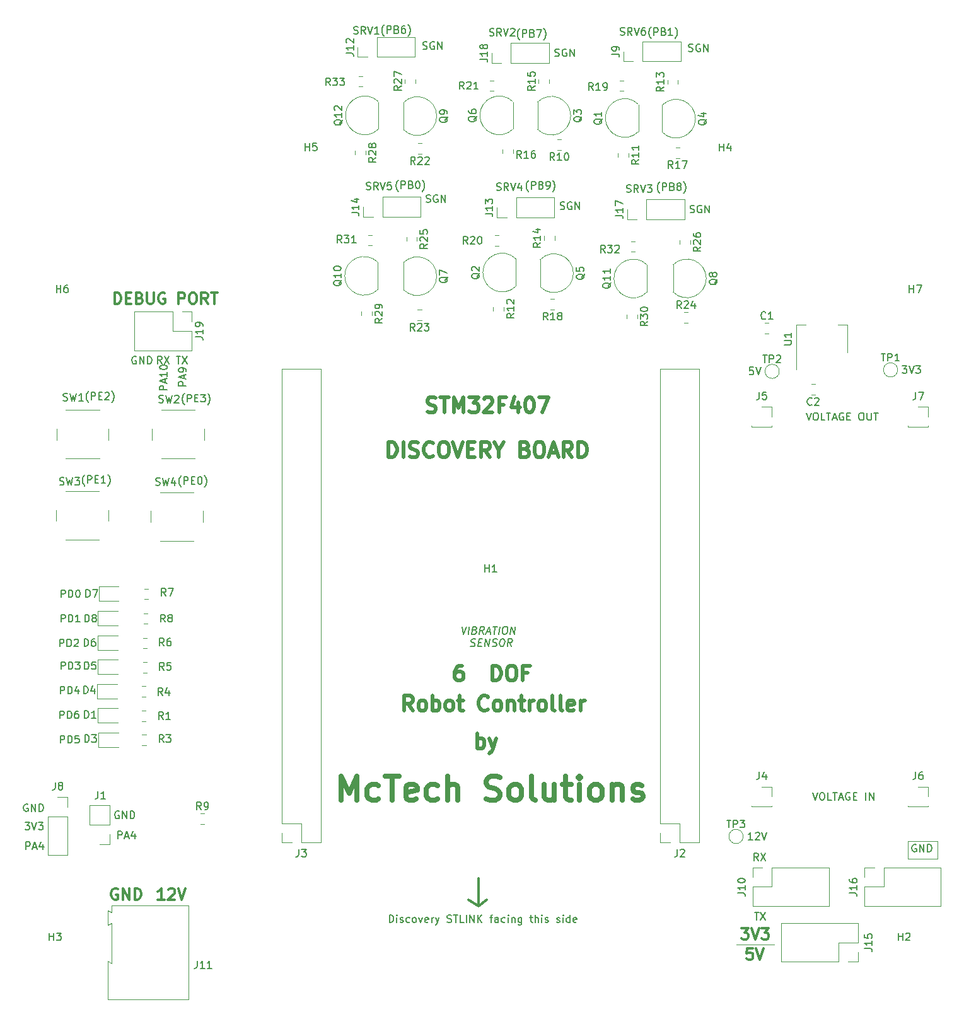
<source format=gto>
G04 #@! TF.GenerationSoftware,KiCad,Pcbnew,(5.1.2)-2*
G04 #@! TF.CreationDate,2021-07-04T15:20:40+03:00*
G04 #@! TF.ProjectId,control_board,636f6e74-726f-46c5-9f62-6f6172642e6b,rev?*
G04 #@! TF.SameCoordinates,Original*
G04 #@! TF.FileFunction,Legend,Top*
G04 #@! TF.FilePolarity,Positive*
%FSLAX46Y46*%
G04 Gerber Fmt 4.6, Leading zero omitted, Abs format (unit mm)*
G04 Created by KiCad (PCBNEW (5.1.2)-2) date 2021-07-04 15:20:40*
%MOMM*%
%LPD*%
G04 APERTURE LIST*
%ADD10C,0.150000*%
%ADD11C,0.300000*%
%ADD12C,0.375000*%
%ADD13C,0.120000*%
%ADD14C,0.500000*%
%ADD15C,0.700000*%
%ADD16O,2.082000X4.062000*%
%ADD17R,2.082000X4.062000*%
%ADD18C,0.100000*%
%ADD19C,1.077000*%
%ADD20C,6.102000*%
%ADD21C,0.902000*%
%ADD22R,1.802000X1.802000*%
%ADD23O,1.802000X1.802000*%
%ADD24C,2.102000*%
%ADD25C,1.602000*%
%ADD26R,3.902000X2.102000*%
%ADD27R,1.602000X2.102000*%
%ADD28C,1.402000*%
%ADD29R,1.402000X1.402000*%
G04 APERTURE END LIST*
D10*
X77902380Y-146052380D02*
X77902380Y-145052380D01*
X78140476Y-145052380D01*
X78283333Y-145100000D01*
X78378571Y-145195238D01*
X78426190Y-145290476D01*
X78473809Y-145480952D01*
X78473809Y-145623809D01*
X78426190Y-145814285D01*
X78378571Y-145909523D01*
X78283333Y-146004761D01*
X78140476Y-146052380D01*
X77902380Y-146052380D01*
X78902380Y-146052380D02*
X78902380Y-145385714D01*
X78902380Y-145052380D02*
X78854761Y-145100000D01*
X78902380Y-145147619D01*
X78950000Y-145100000D01*
X78902380Y-145052380D01*
X78902380Y-145147619D01*
X79330952Y-146004761D02*
X79426190Y-146052380D01*
X79616666Y-146052380D01*
X79711904Y-146004761D01*
X79759523Y-145909523D01*
X79759523Y-145861904D01*
X79711904Y-145766666D01*
X79616666Y-145719047D01*
X79473809Y-145719047D01*
X79378571Y-145671428D01*
X79330952Y-145576190D01*
X79330952Y-145528571D01*
X79378571Y-145433333D01*
X79473809Y-145385714D01*
X79616666Y-145385714D01*
X79711904Y-145433333D01*
X80616666Y-146004761D02*
X80521428Y-146052380D01*
X80330952Y-146052380D01*
X80235714Y-146004761D01*
X80188095Y-145957142D01*
X80140476Y-145861904D01*
X80140476Y-145576190D01*
X80188095Y-145480952D01*
X80235714Y-145433333D01*
X80330952Y-145385714D01*
X80521428Y-145385714D01*
X80616666Y-145433333D01*
X81188095Y-146052380D02*
X81092857Y-146004761D01*
X81045238Y-145957142D01*
X80997619Y-145861904D01*
X80997619Y-145576190D01*
X81045238Y-145480952D01*
X81092857Y-145433333D01*
X81188095Y-145385714D01*
X81330952Y-145385714D01*
X81426190Y-145433333D01*
X81473809Y-145480952D01*
X81521428Y-145576190D01*
X81521428Y-145861904D01*
X81473809Y-145957142D01*
X81426190Y-146004761D01*
X81330952Y-146052380D01*
X81188095Y-146052380D01*
X81854761Y-145385714D02*
X82092857Y-146052380D01*
X82330952Y-145385714D01*
X83092857Y-146004761D02*
X82997619Y-146052380D01*
X82807142Y-146052380D01*
X82711904Y-146004761D01*
X82664285Y-145909523D01*
X82664285Y-145528571D01*
X82711904Y-145433333D01*
X82807142Y-145385714D01*
X82997619Y-145385714D01*
X83092857Y-145433333D01*
X83140476Y-145528571D01*
X83140476Y-145623809D01*
X82664285Y-145719047D01*
X83569047Y-146052380D02*
X83569047Y-145385714D01*
X83569047Y-145576190D02*
X83616666Y-145480952D01*
X83664285Y-145433333D01*
X83759523Y-145385714D01*
X83854761Y-145385714D01*
X84092857Y-145385714D02*
X84330952Y-146052380D01*
X84569047Y-145385714D02*
X84330952Y-146052380D01*
X84235714Y-146290476D01*
X84188095Y-146338095D01*
X84092857Y-146385714D01*
X85664285Y-146004761D02*
X85807142Y-146052380D01*
X86045238Y-146052380D01*
X86140476Y-146004761D01*
X86188095Y-145957142D01*
X86235714Y-145861904D01*
X86235714Y-145766666D01*
X86188095Y-145671428D01*
X86140476Y-145623809D01*
X86045238Y-145576190D01*
X85854761Y-145528571D01*
X85759523Y-145480952D01*
X85711904Y-145433333D01*
X85664285Y-145338095D01*
X85664285Y-145242857D01*
X85711904Y-145147619D01*
X85759523Y-145100000D01*
X85854761Y-145052380D01*
X86092857Y-145052380D01*
X86235714Y-145100000D01*
X86521428Y-145052380D02*
X87092857Y-145052380D01*
X86807142Y-146052380D02*
X86807142Y-145052380D01*
X87902380Y-146052380D02*
X87426190Y-146052380D01*
X87426190Y-145052380D01*
X88235714Y-146052380D02*
X88235714Y-145052380D01*
X88711904Y-146052380D02*
X88711904Y-145052380D01*
X89283333Y-146052380D01*
X89283333Y-145052380D01*
X89759523Y-146052380D02*
X89759523Y-145052380D01*
X90330952Y-146052380D02*
X89902380Y-145480952D01*
X90330952Y-145052380D02*
X89759523Y-145623809D01*
X91378571Y-145385714D02*
X91759523Y-145385714D01*
X91521428Y-146052380D02*
X91521428Y-145195238D01*
X91569047Y-145100000D01*
X91664285Y-145052380D01*
X91759523Y-145052380D01*
X92521428Y-146052380D02*
X92521428Y-145528571D01*
X92473809Y-145433333D01*
X92378571Y-145385714D01*
X92188095Y-145385714D01*
X92092857Y-145433333D01*
X92521428Y-146004761D02*
X92426190Y-146052380D01*
X92188095Y-146052380D01*
X92092857Y-146004761D01*
X92045238Y-145909523D01*
X92045238Y-145814285D01*
X92092857Y-145719047D01*
X92188095Y-145671428D01*
X92426190Y-145671428D01*
X92521428Y-145623809D01*
X93426190Y-146004761D02*
X93330952Y-146052380D01*
X93140476Y-146052380D01*
X93045238Y-146004761D01*
X92997619Y-145957142D01*
X92950000Y-145861904D01*
X92950000Y-145576190D01*
X92997619Y-145480952D01*
X93045238Y-145433333D01*
X93140476Y-145385714D01*
X93330952Y-145385714D01*
X93426190Y-145433333D01*
X93854761Y-146052380D02*
X93854761Y-145385714D01*
X93854761Y-145052380D02*
X93807142Y-145100000D01*
X93854761Y-145147619D01*
X93902380Y-145100000D01*
X93854761Y-145052380D01*
X93854761Y-145147619D01*
X94330952Y-145385714D02*
X94330952Y-146052380D01*
X94330952Y-145480952D02*
X94378571Y-145433333D01*
X94473809Y-145385714D01*
X94616666Y-145385714D01*
X94711904Y-145433333D01*
X94759523Y-145528571D01*
X94759523Y-146052380D01*
X95664285Y-145385714D02*
X95664285Y-146195238D01*
X95616666Y-146290476D01*
X95569047Y-146338095D01*
X95473809Y-146385714D01*
X95330952Y-146385714D01*
X95235714Y-146338095D01*
X95664285Y-146004761D02*
X95569047Y-146052380D01*
X95378571Y-146052380D01*
X95283333Y-146004761D01*
X95235714Y-145957142D01*
X95188095Y-145861904D01*
X95188095Y-145576190D01*
X95235714Y-145480952D01*
X95283333Y-145433333D01*
X95378571Y-145385714D01*
X95569047Y-145385714D01*
X95664285Y-145433333D01*
X96759523Y-145385714D02*
X97140476Y-145385714D01*
X96902380Y-145052380D02*
X96902380Y-145909523D01*
X96950000Y-146004761D01*
X97045238Y-146052380D01*
X97140476Y-146052380D01*
X97473809Y-146052380D02*
X97473809Y-145052380D01*
X97902380Y-146052380D02*
X97902380Y-145528571D01*
X97854761Y-145433333D01*
X97759523Y-145385714D01*
X97616666Y-145385714D01*
X97521428Y-145433333D01*
X97473809Y-145480952D01*
X98378571Y-146052380D02*
X98378571Y-145385714D01*
X98378571Y-145052380D02*
X98330952Y-145100000D01*
X98378571Y-145147619D01*
X98426190Y-145100000D01*
X98378571Y-145052380D01*
X98378571Y-145147619D01*
X98807142Y-146004761D02*
X98902380Y-146052380D01*
X99092857Y-146052380D01*
X99188095Y-146004761D01*
X99235714Y-145909523D01*
X99235714Y-145861904D01*
X99188095Y-145766666D01*
X99092857Y-145719047D01*
X98950000Y-145719047D01*
X98854761Y-145671428D01*
X98807142Y-145576190D01*
X98807142Y-145528571D01*
X98854761Y-145433333D01*
X98950000Y-145385714D01*
X99092857Y-145385714D01*
X99188095Y-145433333D01*
X100378571Y-146004761D02*
X100473809Y-146052380D01*
X100664285Y-146052380D01*
X100759523Y-146004761D01*
X100807142Y-145909523D01*
X100807142Y-145861904D01*
X100759523Y-145766666D01*
X100664285Y-145719047D01*
X100521428Y-145719047D01*
X100426190Y-145671428D01*
X100378571Y-145576190D01*
X100378571Y-145528571D01*
X100426190Y-145433333D01*
X100521428Y-145385714D01*
X100664285Y-145385714D01*
X100759523Y-145433333D01*
X101235714Y-146052380D02*
X101235714Y-145385714D01*
X101235714Y-145052380D02*
X101188095Y-145100000D01*
X101235714Y-145147619D01*
X101283333Y-145100000D01*
X101235714Y-145052380D01*
X101235714Y-145147619D01*
X102140476Y-146052380D02*
X102140476Y-145052380D01*
X102140476Y-146004761D02*
X102045238Y-146052380D01*
X101854761Y-146052380D01*
X101759523Y-146004761D01*
X101711904Y-145957142D01*
X101664285Y-145861904D01*
X101664285Y-145576190D01*
X101711904Y-145480952D01*
X101759523Y-145433333D01*
X101854761Y-145385714D01*
X102045238Y-145385714D01*
X102140476Y-145433333D01*
X102997619Y-146004761D02*
X102902380Y-146052380D01*
X102711904Y-146052380D01*
X102616666Y-146004761D01*
X102569047Y-145909523D01*
X102569047Y-145528571D01*
X102616666Y-145433333D01*
X102711904Y-145385714D01*
X102902380Y-145385714D01*
X102997619Y-145433333D01*
X103045238Y-145528571D01*
X103045238Y-145623809D01*
X102569047Y-145719047D01*
D11*
X89850000Y-143850000D02*
X88500000Y-143000000D01*
X89850000Y-143850000D02*
X90950000Y-143000000D01*
X89850000Y-140100000D02*
X89850000Y-143850000D01*
D10*
X48052380Y-74542857D02*
X47052380Y-74542857D01*
X47052380Y-74161904D01*
X47100000Y-74066666D01*
X47147619Y-74019047D01*
X47242857Y-73971428D01*
X47385714Y-73971428D01*
X47480952Y-74019047D01*
X47528571Y-74066666D01*
X47576190Y-74161904D01*
X47576190Y-74542857D01*
X47766666Y-73590476D02*
X47766666Y-73114285D01*
X48052380Y-73685714D02*
X47052380Y-73352380D01*
X48052380Y-73019047D01*
X48052380Y-72161904D02*
X48052380Y-72733333D01*
X48052380Y-72447619D02*
X47052380Y-72447619D01*
X47195238Y-72542857D01*
X47290476Y-72638095D01*
X47338095Y-72733333D01*
X47052380Y-71542857D02*
X47052380Y-71447619D01*
X47100000Y-71352380D01*
X47147619Y-71304761D01*
X47242857Y-71257142D01*
X47433333Y-71209523D01*
X47671428Y-71209523D01*
X47861904Y-71257142D01*
X47957142Y-71304761D01*
X48004761Y-71352380D01*
X48052380Y-71447619D01*
X48052380Y-71542857D01*
X48004761Y-71638095D01*
X47957142Y-71685714D01*
X47861904Y-71733333D01*
X47671428Y-71780952D01*
X47433333Y-71780952D01*
X47242857Y-71733333D01*
X47147619Y-71685714D01*
X47100000Y-71638095D01*
X47052380Y-71542857D01*
X50602380Y-73966666D02*
X49602380Y-73966666D01*
X49602380Y-73585714D01*
X49650000Y-73490476D01*
X49697619Y-73442857D01*
X49792857Y-73395238D01*
X49935714Y-73395238D01*
X50030952Y-73442857D01*
X50078571Y-73490476D01*
X50126190Y-73585714D01*
X50126190Y-73966666D01*
X50316666Y-73014285D02*
X50316666Y-72538095D01*
X50602380Y-73109523D02*
X49602380Y-72776190D01*
X50602380Y-72442857D01*
X50602380Y-72061904D02*
X50602380Y-71871428D01*
X50554761Y-71776190D01*
X50507142Y-71728571D01*
X50364285Y-71633333D01*
X50173809Y-71585714D01*
X49792857Y-71585714D01*
X49697619Y-71633333D01*
X49650000Y-71680952D01*
X49602380Y-71776190D01*
X49602380Y-71966666D01*
X49650000Y-72061904D01*
X49697619Y-72109523D01*
X49792857Y-72157142D01*
X50030952Y-72157142D01*
X50126190Y-72109523D01*
X50173809Y-72061904D01*
X50221428Y-71966666D01*
X50221428Y-71776190D01*
X50173809Y-71680952D01*
X50126190Y-71633333D01*
X50030952Y-71585714D01*
X43888095Y-70100000D02*
X43792857Y-70052380D01*
X43650000Y-70052380D01*
X43507142Y-70100000D01*
X43411904Y-70195238D01*
X43364285Y-70290476D01*
X43316666Y-70480952D01*
X43316666Y-70623809D01*
X43364285Y-70814285D01*
X43411904Y-70909523D01*
X43507142Y-71004761D01*
X43650000Y-71052380D01*
X43745238Y-71052380D01*
X43888095Y-71004761D01*
X43935714Y-70957142D01*
X43935714Y-70623809D01*
X43745238Y-70623809D01*
X44364285Y-71052380D02*
X44364285Y-70052380D01*
X44935714Y-71052380D01*
X44935714Y-70052380D01*
X45411904Y-71052380D02*
X45411904Y-70052380D01*
X45650000Y-70052380D01*
X45792857Y-70100000D01*
X45888095Y-70195238D01*
X45935714Y-70290476D01*
X45983333Y-70480952D01*
X45983333Y-70623809D01*
X45935714Y-70814285D01*
X45888095Y-70909523D01*
X45792857Y-71004761D01*
X45650000Y-71052380D01*
X45411904Y-71052380D01*
X49288095Y-70052380D02*
X49859523Y-70052380D01*
X49573809Y-71052380D02*
X49573809Y-70052380D01*
X50097619Y-70052380D02*
X50764285Y-71052380D01*
X50764285Y-70052380D02*
X50097619Y-71052380D01*
X47333333Y-71002380D02*
X47000000Y-70526190D01*
X46761904Y-71002380D02*
X46761904Y-70002380D01*
X47142857Y-70002380D01*
X47238095Y-70050000D01*
X47285714Y-70097619D01*
X47333333Y-70192857D01*
X47333333Y-70335714D01*
X47285714Y-70430952D01*
X47238095Y-70478571D01*
X47142857Y-70526190D01*
X46761904Y-70526190D01*
X47666666Y-70002380D02*
X48333333Y-71002380D01*
X48333333Y-70002380D02*
X47666666Y-71002380D01*
D12*
X41014285Y-62978571D02*
X41014285Y-61478571D01*
X41371428Y-61478571D01*
X41585714Y-61550000D01*
X41728571Y-61692857D01*
X41800000Y-61835714D01*
X41871428Y-62121428D01*
X41871428Y-62335714D01*
X41800000Y-62621428D01*
X41728571Y-62764285D01*
X41585714Y-62907142D01*
X41371428Y-62978571D01*
X41014285Y-62978571D01*
X42514285Y-62192857D02*
X43014285Y-62192857D01*
X43228571Y-62978571D02*
X42514285Y-62978571D01*
X42514285Y-61478571D01*
X43228571Y-61478571D01*
X44371428Y-62192857D02*
X44585714Y-62264285D01*
X44657142Y-62335714D01*
X44728571Y-62478571D01*
X44728571Y-62692857D01*
X44657142Y-62835714D01*
X44585714Y-62907142D01*
X44442857Y-62978571D01*
X43871428Y-62978571D01*
X43871428Y-61478571D01*
X44371428Y-61478571D01*
X44514285Y-61550000D01*
X44585714Y-61621428D01*
X44657142Y-61764285D01*
X44657142Y-61907142D01*
X44585714Y-62050000D01*
X44514285Y-62121428D01*
X44371428Y-62192857D01*
X43871428Y-62192857D01*
X45371428Y-61478571D02*
X45371428Y-62692857D01*
X45442857Y-62835714D01*
X45514285Y-62907142D01*
X45657142Y-62978571D01*
X45942857Y-62978571D01*
X46085714Y-62907142D01*
X46157142Y-62835714D01*
X46228571Y-62692857D01*
X46228571Y-61478571D01*
X47728571Y-61550000D02*
X47585714Y-61478571D01*
X47371428Y-61478571D01*
X47157142Y-61550000D01*
X47014285Y-61692857D01*
X46942857Y-61835714D01*
X46871428Y-62121428D01*
X46871428Y-62335714D01*
X46942857Y-62621428D01*
X47014285Y-62764285D01*
X47157142Y-62907142D01*
X47371428Y-62978571D01*
X47514285Y-62978571D01*
X47728571Y-62907142D01*
X47800000Y-62835714D01*
X47800000Y-62335714D01*
X47514285Y-62335714D01*
X49585714Y-62978571D02*
X49585714Y-61478571D01*
X50157142Y-61478571D01*
X50300000Y-61550000D01*
X50371428Y-61621428D01*
X50442857Y-61764285D01*
X50442857Y-61978571D01*
X50371428Y-62121428D01*
X50300000Y-62192857D01*
X50157142Y-62264285D01*
X49585714Y-62264285D01*
X51371428Y-61478571D02*
X51657142Y-61478571D01*
X51800000Y-61550000D01*
X51942857Y-61692857D01*
X52014285Y-61978571D01*
X52014285Y-62478571D01*
X51942857Y-62764285D01*
X51800000Y-62907142D01*
X51657142Y-62978571D01*
X51371428Y-62978571D01*
X51228571Y-62907142D01*
X51085714Y-62764285D01*
X51014285Y-62478571D01*
X51014285Y-61978571D01*
X51085714Y-61692857D01*
X51228571Y-61550000D01*
X51371428Y-61478571D01*
X53514285Y-62978571D02*
X53014285Y-62264285D01*
X52657142Y-62978571D02*
X52657142Y-61478571D01*
X53228571Y-61478571D01*
X53371428Y-61550000D01*
X53442857Y-61621428D01*
X53514285Y-61764285D01*
X53514285Y-61978571D01*
X53442857Y-62121428D01*
X53371428Y-62192857D01*
X53228571Y-62264285D01*
X52657142Y-62264285D01*
X53942857Y-61478571D02*
X54800000Y-61478571D01*
X54371428Y-62978571D02*
X54371428Y-61478571D01*
D13*
X147500000Y-135100000D02*
X147500000Y-135550000D01*
X151500000Y-135100000D02*
X147500000Y-135100000D01*
X151500000Y-137500000D02*
X151500000Y-135100000D01*
X147500000Y-137500000D02*
X151500000Y-137500000D01*
X147500000Y-135550000D02*
X147500000Y-137500000D01*
D10*
X148638095Y-135600000D02*
X148542857Y-135552380D01*
X148400000Y-135552380D01*
X148257142Y-135600000D01*
X148161904Y-135695238D01*
X148114285Y-135790476D01*
X148066666Y-135980952D01*
X148066666Y-136123809D01*
X148114285Y-136314285D01*
X148161904Y-136409523D01*
X148257142Y-136504761D01*
X148400000Y-136552380D01*
X148495238Y-136552380D01*
X148638095Y-136504761D01*
X148685714Y-136457142D01*
X148685714Y-136123809D01*
X148495238Y-136123809D01*
X149114285Y-136552380D02*
X149114285Y-135552380D01*
X149685714Y-136552380D01*
X149685714Y-135552380D01*
X150161904Y-136552380D02*
X150161904Y-135552380D01*
X150400000Y-135552380D01*
X150542857Y-135600000D01*
X150638095Y-135695238D01*
X150685714Y-135790476D01*
X150733333Y-135980952D01*
X150733333Y-136123809D01*
X150685714Y-136314285D01*
X150638095Y-136409523D01*
X150542857Y-136504761D01*
X150400000Y-136552380D01*
X150161904Y-136552380D01*
D13*
X124500000Y-149000000D02*
X129550000Y-149000000D01*
D11*
X126664285Y-149528571D02*
X125950000Y-149528571D01*
X125878571Y-150242857D01*
X125950000Y-150171428D01*
X126092857Y-150100000D01*
X126450000Y-150100000D01*
X126592857Y-150171428D01*
X126664285Y-150242857D01*
X126735714Y-150385714D01*
X126735714Y-150742857D01*
X126664285Y-150885714D01*
X126592857Y-150957142D01*
X126450000Y-151028571D01*
X126092857Y-151028571D01*
X125950000Y-150957142D01*
X125878571Y-150885714D01*
X127164285Y-149528571D02*
X127664285Y-151028571D01*
X128164285Y-149528571D01*
X125192857Y-146828571D02*
X126121428Y-146828571D01*
X125621428Y-147400000D01*
X125835714Y-147400000D01*
X125978571Y-147471428D01*
X126050000Y-147542857D01*
X126121428Y-147685714D01*
X126121428Y-148042857D01*
X126050000Y-148185714D01*
X125978571Y-148257142D01*
X125835714Y-148328571D01*
X125407142Y-148328571D01*
X125264285Y-148257142D01*
X125192857Y-148185714D01*
X126550000Y-146828571D02*
X127050000Y-148328571D01*
X127550000Y-146828571D01*
X127907142Y-146828571D02*
X128835714Y-146828571D01*
X128335714Y-147400000D01*
X128550000Y-147400000D01*
X128692857Y-147471428D01*
X128764285Y-147542857D01*
X128835714Y-147685714D01*
X128835714Y-148042857D01*
X128764285Y-148185714D01*
X128692857Y-148257142D01*
X128550000Y-148328571D01*
X128121428Y-148328571D01*
X127978571Y-148257142D01*
X127907142Y-148185714D01*
D10*
X126938095Y-144702380D02*
X127509523Y-144702380D01*
X127223809Y-145702380D02*
X127223809Y-144702380D01*
X127747619Y-144702380D02*
X128414285Y-145702380D01*
X128414285Y-144702380D02*
X127747619Y-145702380D01*
X127433333Y-137752380D02*
X127100000Y-137276190D01*
X126861904Y-137752380D02*
X126861904Y-136752380D01*
X127242857Y-136752380D01*
X127338095Y-136800000D01*
X127385714Y-136847619D01*
X127433333Y-136942857D01*
X127433333Y-137085714D01*
X127385714Y-137180952D01*
X127338095Y-137228571D01*
X127242857Y-137276190D01*
X126861904Y-137276190D01*
X127766666Y-136752380D02*
X128433333Y-137752380D01*
X128433333Y-136752380D02*
X127766666Y-137752380D01*
D12*
X41407142Y-141550000D02*
X41264285Y-141478571D01*
X41050000Y-141478571D01*
X40835714Y-141550000D01*
X40692857Y-141692857D01*
X40621428Y-141835714D01*
X40550000Y-142121428D01*
X40550000Y-142335714D01*
X40621428Y-142621428D01*
X40692857Y-142764285D01*
X40835714Y-142907142D01*
X41050000Y-142978571D01*
X41192857Y-142978571D01*
X41407142Y-142907142D01*
X41478571Y-142835714D01*
X41478571Y-142335714D01*
X41192857Y-142335714D01*
X42121428Y-142978571D02*
X42121428Y-141478571D01*
X42978571Y-142978571D01*
X42978571Y-141478571D01*
X43692857Y-142978571D02*
X43692857Y-141478571D01*
X44050000Y-141478571D01*
X44264285Y-141550000D01*
X44407142Y-141692857D01*
X44478571Y-141835714D01*
X44550000Y-142121428D01*
X44550000Y-142335714D01*
X44478571Y-142621428D01*
X44407142Y-142764285D01*
X44264285Y-142907142D01*
X44050000Y-142978571D01*
X43692857Y-142978571D01*
X47671428Y-142978571D02*
X46814285Y-142978571D01*
X47242857Y-142978571D02*
X47242857Y-141478571D01*
X47100000Y-141692857D01*
X46957142Y-141835714D01*
X46814285Y-141907142D01*
X48242857Y-141621428D02*
X48314285Y-141550000D01*
X48457142Y-141478571D01*
X48814285Y-141478571D01*
X48957142Y-141550000D01*
X49028571Y-141621428D01*
X49100000Y-141764285D01*
X49100000Y-141907142D01*
X49028571Y-142121428D01*
X48171428Y-142978571D01*
X49100000Y-142978571D01*
X49528571Y-141478571D02*
X50028571Y-142978571D01*
X50528571Y-141478571D01*
D14*
X77764285Y-83554761D02*
X77764285Y-81554761D01*
X78240476Y-81554761D01*
X78526190Y-81650000D01*
X78716666Y-81840476D01*
X78811904Y-82030952D01*
X78907142Y-82411904D01*
X78907142Y-82697619D01*
X78811904Y-83078571D01*
X78716666Y-83269047D01*
X78526190Y-83459523D01*
X78240476Y-83554761D01*
X77764285Y-83554761D01*
X79764285Y-83554761D02*
X79764285Y-81554761D01*
X80621428Y-83459523D02*
X80907142Y-83554761D01*
X81383333Y-83554761D01*
X81573809Y-83459523D01*
X81669047Y-83364285D01*
X81764285Y-83173809D01*
X81764285Y-82983333D01*
X81669047Y-82792857D01*
X81573809Y-82697619D01*
X81383333Y-82602380D01*
X81002380Y-82507142D01*
X80811904Y-82411904D01*
X80716666Y-82316666D01*
X80621428Y-82126190D01*
X80621428Y-81935714D01*
X80716666Y-81745238D01*
X80811904Y-81650000D01*
X81002380Y-81554761D01*
X81478571Y-81554761D01*
X81764285Y-81650000D01*
X83764285Y-83364285D02*
X83669047Y-83459523D01*
X83383333Y-83554761D01*
X83192857Y-83554761D01*
X82907142Y-83459523D01*
X82716666Y-83269047D01*
X82621428Y-83078571D01*
X82526190Y-82697619D01*
X82526190Y-82411904D01*
X82621428Y-82030952D01*
X82716666Y-81840476D01*
X82907142Y-81650000D01*
X83192857Y-81554761D01*
X83383333Y-81554761D01*
X83669047Y-81650000D01*
X83764285Y-81745238D01*
X85002380Y-81554761D02*
X85383333Y-81554761D01*
X85573809Y-81650000D01*
X85764285Y-81840476D01*
X85859523Y-82221428D01*
X85859523Y-82888095D01*
X85764285Y-83269047D01*
X85573809Y-83459523D01*
X85383333Y-83554761D01*
X85002380Y-83554761D01*
X84811904Y-83459523D01*
X84621428Y-83269047D01*
X84526190Y-82888095D01*
X84526190Y-82221428D01*
X84621428Y-81840476D01*
X84811904Y-81650000D01*
X85002380Y-81554761D01*
X86430952Y-81554761D02*
X87097619Y-83554761D01*
X87764285Y-81554761D01*
X88430952Y-82507142D02*
X89097619Y-82507142D01*
X89383333Y-83554761D02*
X88430952Y-83554761D01*
X88430952Y-81554761D01*
X89383333Y-81554761D01*
X91383333Y-83554761D02*
X90716666Y-82602380D01*
X90240476Y-83554761D02*
X90240476Y-81554761D01*
X91002380Y-81554761D01*
X91192857Y-81650000D01*
X91288095Y-81745238D01*
X91383333Y-81935714D01*
X91383333Y-82221428D01*
X91288095Y-82411904D01*
X91192857Y-82507142D01*
X91002380Y-82602380D01*
X90240476Y-82602380D01*
X92621428Y-82602380D02*
X92621428Y-83554761D01*
X91954761Y-81554761D02*
X92621428Y-82602380D01*
X93288095Y-81554761D01*
X96145238Y-82507142D02*
X96430952Y-82602380D01*
X96526190Y-82697619D01*
X96621428Y-82888095D01*
X96621428Y-83173809D01*
X96526190Y-83364285D01*
X96430952Y-83459523D01*
X96240476Y-83554761D01*
X95478571Y-83554761D01*
X95478571Y-81554761D01*
X96145238Y-81554761D01*
X96335714Y-81650000D01*
X96430952Y-81745238D01*
X96526190Y-81935714D01*
X96526190Y-82126190D01*
X96430952Y-82316666D01*
X96335714Y-82411904D01*
X96145238Y-82507142D01*
X95478571Y-82507142D01*
X97859523Y-81554761D02*
X98240476Y-81554761D01*
X98430952Y-81650000D01*
X98621428Y-81840476D01*
X98716666Y-82221428D01*
X98716666Y-82888095D01*
X98621428Y-83269047D01*
X98430952Y-83459523D01*
X98240476Y-83554761D01*
X97859523Y-83554761D01*
X97669047Y-83459523D01*
X97478571Y-83269047D01*
X97383333Y-82888095D01*
X97383333Y-82221428D01*
X97478571Y-81840476D01*
X97669047Y-81650000D01*
X97859523Y-81554761D01*
X99478571Y-82983333D02*
X100430952Y-82983333D01*
X99288095Y-83554761D02*
X99954761Y-81554761D01*
X100621428Y-83554761D01*
X102430952Y-83554761D02*
X101764285Y-82602380D01*
X101288095Y-83554761D02*
X101288095Y-81554761D01*
X102050000Y-81554761D01*
X102240476Y-81650000D01*
X102335714Y-81745238D01*
X102430952Y-81935714D01*
X102430952Y-82221428D01*
X102335714Y-82411904D01*
X102240476Y-82507142D01*
X102050000Y-82602380D01*
X101288095Y-82602380D01*
X103288095Y-83554761D02*
X103288095Y-81554761D01*
X103764285Y-81554761D01*
X104050000Y-81650000D01*
X104240476Y-81840476D01*
X104335714Y-82030952D01*
X104430952Y-82411904D01*
X104430952Y-82697619D01*
X104335714Y-83078571D01*
X104240476Y-83269047D01*
X104050000Y-83459523D01*
X103764285Y-83554761D01*
X103288095Y-83554761D01*
X83004761Y-77459523D02*
X83290476Y-77554761D01*
X83766666Y-77554761D01*
X83957142Y-77459523D01*
X84052380Y-77364285D01*
X84147619Y-77173809D01*
X84147619Y-76983333D01*
X84052380Y-76792857D01*
X83957142Y-76697619D01*
X83766666Y-76602380D01*
X83385714Y-76507142D01*
X83195238Y-76411904D01*
X83100000Y-76316666D01*
X83004761Y-76126190D01*
X83004761Y-75935714D01*
X83100000Y-75745238D01*
X83195238Y-75650000D01*
X83385714Y-75554761D01*
X83861904Y-75554761D01*
X84147619Y-75650000D01*
X84719047Y-75554761D02*
X85861904Y-75554761D01*
X85290476Y-77554761D02*
X85290476Y-75554761D01*
X86528571Y-77554761D02*
X86528571Y-75554761D01*
X87195238Y-76983333D01*
X87861904Y-75554761D01*
X87861904Y-77554761D01*
X88623809Y-75554761D02*
X89861904Y-75554761D01*
X89195238Y-76316666D01*
X89480952Y-76316666D01*
X89671428Y-76411904D01*
X89766666Y-76507142D01*
X89861904Y-76697619D01*
X89861904Y-77173809D01*
X89766666Y-77364285D01*
X89671428Y-77459523D01*
X89480952Y-77554761D01*
X88909523Y-77554761D01*
X88719047Y-77459523D01*
X88623809Y-77364285D01*
X90623809Y-75745238D02*
X90719047Y-75650000D01*
X90909523Y-75554761D01*
X91385714Y-75554761D01*
X91576190Y-75650000D01*
X91671428Y-75745238D01*
X91766666Y-75935714D01*
X91766666Y-76126190D01*
X91671428Y-76411904D01*
X90528571Y-77554761D01*
X91766666Y-77554761D01*
X93290476Y-76507142D02*
X92623809Y-76507142D01*
X92623809Y-77554761D02*
X92623809Y-75554761D01*
X93576190Y-75554761D01*
X95195238Y-76221428D02*
X95195238Y-77554761D01*
X94719047Y-75459523D02*
X94242857Y-76888095D01*
X95480952Y-76888095D01*
X96623809Y-75554761D02*
X96814285Y-75554761D01*
X97004761Y-75650000D01*
X97100000Y-75745238D01*
X97195238Y-75935714D01*
X97290476Y-76316666D01*
X97290476Y-76792857D01*
X97195238Y-77173809D01*
X97100000Y-77364285D01*
X97004761Y-77459523D01*
X96814285Y-77554761D01*
X96623809Y-77554761D01*
X96433333Y-77459523D01*
X96338095Y-77364285D01*
X96242857Y-77173809D01*
X96147619Y-76792857D01*
X96147619Y-76316666D01*
X96242857Y-75935714D01*
X96338095Y-75745238D01*
X96433333Y-75650000D01*
X96623809Y-75554761D01*
X97957142Y-75554761D02*
X99290476Y-75554761D01*
X98433333Y-77554761D01*
D10*
X113030952Y-27333333D02*
X112983333Y-27285714D01*
X112888095Y-27142857D01*
X112840476Y-27047619D01*
X112792857Y-26904761D01*
X112745238Y-26666666D01*
X112745238Y-26476190D01*
X112792857Y-26238095D01*
X112840476Y-26095238D01*
X112888095Y-26000000D01*
X112983333Y-25857142D01*
X113030952Y-25809523D01*
X113411904Y-26952380D02*
X113411904Y-25952380D01*
X113792857Y-25952380D01*
X113888095Y-26000000D01*
X113935714Y-26047619D01*
X113983333Y-26142857D01*
X113983333Y-26285714D01*
X113935714Y-26380952D01*
X113888095Y-26428571D01*
X113792857Y-26476190D01*
X113411904Y-26476190D01*
X114745238Y-26428571D02*
X114888095Y-26476190D01*
X114935714Y-26523809D01*
X114983333Y-26619047D01*
X114983333Y-26761904D01*
X114935714Y-26857142D01*
X114888095Y-26904761D01*
X114792857Y-26952380D01*
X114411904Y-26952380D01*
X114411904Y-25952380D01*
X114745238Y-25952380D01*
X114840476Y-26000000D01*
X114888095Y-26047619D01*
X114935714Y-26142857D01*
X114935714Y-26238095D01*
X114888095Y-26333333D01*
X114840476Y-26380952D01*
X114745238Y-26428571D01*
X114411904Y-26428571D01*
X115935714Y-26952380D02*
X115364285Y-26952380D01*
X115650000Y-26952380D02*
X115650000Y-25952380D01*
X115554761Y-26095238D01*
X115459523Y-26190476D01*
X115364285Y-26238095D01*
X116269047Y-27333333D02*
X116316666Y-27285714D01*
X116411904Y-27142857D01*
X116459523Y-27047619D01*
X116507142Y-26904761D01*
X116554761Y-26666666D01*
X116554761Y-26476190D01*
X116507142Y-26238095D01*
X116459523Y-26095238D01*
X116411904Y-26000000D01*
X116316666Y-25857142D01*
X116269047Y-25809523D01*
X79080952Y-47883333D02*
X79033333Y-47835714D01*
X78938095Y-47692857D01*
X78890476Y-47597619D01*
X78842857Y-47454761D01*
X78795238Y-47216666D01*
X78795238Y-47026190D01*
X78842857Y-46788095D01*
X78890476Y-46645238D01*
X78938095Y-46550000D01*
X79033333Y-46407142D01*
X79080952Y-46359523D01*
X79461904Y-47502380D02*
X79461904Y-46502380D01*
X79842857Y-46502380D01*
X79938095Y-46550000D01*
X79985714Y-46597619D01*
X80033333Y-46692857D01*
X80033333Y-46835714D01*
X79985714Y-46930952D01*
X79938095Y-46978571D01*
X79842857Y-47026190D01*
X79461904Y-47026190D01*
X80795238Y-46978571D02*
X80938095Y-47026190D01*
X80985714Y-47073809D01*
X81033333Y-47169047D01*
X81033333Y-47311904D01*
X80985714Y-47407142D01*
X80938095Y-47454761D01*
X80842857Y-47502380D01*
X80461904Y-47502380D01*
X80461904Y-46502380D01*
X80795238Y-46502380D01*
X80890476Y-46550000D01*
X80938095Y-46597619D01*
X80985714Y-46692857D01*
X80985714Y-46788095D01*
X80938095Y-46883333D01*
X80890476Y-46930952D01*
X80795238Y-46978571D01*
X80461904Y-46978571D01*
X81652380Y-46502380D02*
X81747619Y-46502380D01*
X81842857Y-46550000D01*
X81890476Y-46597619D01*
X81938095Y-46692857D01*
X81985714Y-46883333D01*
X81985714Y-47121428D01*
X81938095Y-47311904D01*
X81890476Y-47407142D01*
X81842857Y-47454761D01*
X81747619Y-47502380D01*
X81652380Y-47502380D01*
X81557142Y-47454761D01*
X81509523Y-47407142D01*
X81461904Y-47311904D01*
X81414285Y-47121428D01*
X81414285Y-46883333D01*
X81461904Y-46692857D01*
X81509523Y-46597619D01*
X81557142Y-46550000D01*
X81652380Y-46502380D01*
X82319047Y-47883333D02*
X82366666Y-47835714D01*
X82461904Y-47692857D01*
X82509523Y-47597619D01*
X82557142Y-47454761D01*
X82604761Y-47216666D01*
X82604761Y-47026190D01*
X82557142Y-46788095D01*
X82509523Y-46645238D01*
X82461904Y-46550000D01*
X82366666Y-46407142D01*
X82319047Y-46359523D01*
X95380952Y-27533333D02*
X95333333Y-27485714D01*
X95238095Y-27342857D01*
X95190476Y-27247619D01*
X95142857Y-27104761D01*
X95095238Y-26866666D01*
X95095238Y-26676190D01*
X95142857Y-26438095D01*
X95190476Y-26295238D01*
X95238095Y-26200000D01*
X95333333Y-26057142D01*
X95380952Y-26009523D01*
X95761904Y-27152380D02*
X95761904Y-26152380D01*
X96142857Y-26152380D01*
X96238095Y-26200000D01*
X96285714Y-26247619D01*
X96333333Y-26342857D01*
X96333333Y-26485714D01*
X96285714Y-26580952D01*
X96238095Y-26628571D01*
X96142857Y-26676190D01*
X95761904Y-26676190D01*
X97095238Y-26628571D02*
X97238095Y-26676190D01*
X97285714Y-26723809D01*
X97333333Y-26819047D01*
X97333333Y-26961904D01*
X97285714Y-27057142D01*
X97238095Y-27104761D01*
X97142857Y-27152380D01*
X96761904Y-27152380D01*
X96761904Y-26152380D01*
X97095238Y-26152380D01*
X97190476Y-26200000D01*
X97238095Y-26247619D01*
X97285714Y-26342857D01*
X97285714Y-26438095D01*
X97238095Y-26533333D01*
X97190476Y-26580952D01*
X97095238Y-26628571D01*
X96761904Y-26628571D01*
X97666666Y-26152380D02*
X98333333Y-26152380D01*
X97904761Y-27152380D01*
X98619047Y-27533333D02*
X98666666Y-27485714D01*
X98761904Y-27342857D01*
X98809523Y-27247619D01*
X98857142Y-27104761D01*
X98904761Y-26866666D01*
X98904761Y-26676190D01*
X98857142Y-26438095D01*
X98809523Y-26295238D01*
X98761904Y-26200000D01*
X98666666Y-26057142D01*
X98619047Y-26009523D01*
X77180952Y-27033333D02*
X77133333Y-26985714D01*
X77038095Y-26842857D01*
X76990476Y-26747619D01*
X76942857Y-26604761D01*
X76895238Y-26366666D01*
X76895238Y-26176190D01*
X76942857Y-25938095D01*
X76990476Y-25795238D01*
X77038095Y-25700000D01*
X77133333Y-25557142D01*
X77180952Y-25509523D01*
X77561904Y-26652380D02*
X77561904Y-25652380D01*
X77942857Y-25652380D01*
X78038095Y-25700000D01*
X78085714Y-25747619D01*
X78133333Y-25842857D01*
X78133333Y-25985714D01*
X78085714Y-26080952D01*
X78038095Y-26128571D01*
X77942857Y-26176190D01*
X77561904Y-26176190D01*
X78895238Y-26128571D02*
X79038095Y-26176190D01*
X79085714Y-26223809D01*
X79133333Y-26319047D01*
X79133333Y-26461904D01*
X79085714Y-26557142D01*
X79038095Y-26604761D01*
X78942857Y-26652380D01*
X78561904Y-26652380D01*
X78561904Y-25652380D01*
X78895238Y-25652380D01*
X78990476Y-25700000D01*
X79038095Y-25747619D01*
X79085714Y-25842857D01*
X79085714Y-25938095D01*
X79038095Y-26033333D01*
X78990476Y-26080952D01*
X78895238Y-26128571D01*
X78561904Y-26128571D01*
X79990476Y-25652380D02*
X79800000Y-25652380D01*
X79704761Y-25700000D01*
X79657142Y-25747619D01*
X79561904Y-25890476D01*
X79514285Y-26080952D01*
X79514285Y-26461904D01*
X79561904Y-26557142D01*
X79609523Y-26604761D01*
X79704761Y-26652380D01*
X79895238Y-26652380D01*
X79990476Y-26604761D01*
X80038095Y-26557142D01*
X80085714Y-26461904D01*
X80085714Y-26223809D01*
X80038095Y-26128571D01*
X79990476Y-26080952D01*
X79895238Y-26033333D01*
X79704761Y-26033333D01*
X79609523Y-26080952D01*
X79561904Y-26128571D01*
X79514285Y-26223809D01*
X80419047Y-27033333D02*
X80466666Y-26985714D01*
X80561904Y-26842857D01*
X80609523Y-26747619D01*
X80657142Y-26604761D01*
X80704761Y-26366666D01*
X80704761Y-26176190D01*
X80657142Y-25938095D01*
X80609523Y-25795238D01*
X80561904Y-25700000D01*
X80466666Y-25557142D01*
X80419047Y-25509523D01*
X96580952Y-47933333D02*
X96533333Y-47885714D01*
X96438095Y-47742857D01*
X96390476Y-47647619D01*
X96342857Y-47504761D01*
X96295238Y-47266666D01*
X96295238Y-47076190D01*
X96342857Y-46838095D01*
X96390476Y-46695238D01*
X96438095Y-46600000D01*
X96533333Y-46457142D01*
X96580952Y-46409523D01*
X96961904Y-47552380D02*
X96961904Y-46552380D01*
X97342857Y-46552380D01*
X97438095Y-46600000D01*
X97485714Y-46647619D01*
X97533333Y-46742857D01*
X97533333Y-46885714D01*
X97485714Y-46980952D01*
X97438095Y-47028571D01*
X97342857Y-47076190D01*
X96961904Y-47076190D01*
X98295238Y-47028571D02*
X98438095Y-47076190D01*
X98485714Y-47123809D01*
X98533333Y-47219047D01*
X98533333Y-47361904D01*
X98485714Y-47457142D01*
X98438095Y-47504761D01*
X98342857Y-47552380D01*
X97961904Y-47552380D01*
X97961904Y-46552380D01*
X98295238Y-46552380D01*
X98390476Y-46600000D01*
X98438095Y-46647619D01*
X98485714Y-46742857D01*
X98485714Y-46838095D01*
X98438095Y-46933333D01*
X98390476Y-46980952D01*
X98295238Y-47028571D01*
X97961904Y-47028571D01*
X99009523Y-47552380D02*
X99200000Y-47552380D01*
X99295238Y-47504761D01*
X99342857Y-47457142D01*
X99438095Y-47314285D01*
X99485714Y-47123809D01*
X99485714Y-46742857D01*
X99438095Y-46647619D01*
X99390476Y-46600000D01*
X99295238Y-46552380D01*
X99104761Y-46552380D01*
X99009523Y-46600000D01*
X98961904Y-46647619D01*
X98914285Y-46742857D01*
X98914285Y-46980952D01*
X98961904Y-47076190D01*
X99009523Y-47123809D01*
X99104761Y-47171428D01*
X99295238Y-47171428D01*
X99390476Y-47123809D01*
X99438095Y-47076190D01*
X99485714Y-46980952D01*
X99819047Y-47933333D02*
X99866666Y-47885714D01*
X99961904Y-47742857D01*
X100009523Y-47647619D01*
X100057142Y-47504761D01*
X100104761Y-47266666D01*
X100104761Y-47076190D01*
X100057142Y-46838095D01*
X100009523Y-46695238D01*
X99961904Y-46600000D01*
X99866666Y-46457142D01*
X99819047Y-46409523D01*
X114180952Y-48133333D02*
X114133333Y-48085714D01*
X114038095Y-47942857D01*
X113990476Y-47847619D01*
X113942857Y-47704761D01*
X113895238Y-47466666D01*
X113895238Y-47276190D01*
X113942857Y-47038095D01*
X113990476Y-46895238D01*
X114038095Y-46800000D01*
X114133333Y-46657142D01*
X114180952Y-46609523D01*
X114561904Y-47752380D02*
X114561904Y-46752380D01*
X114942857Y-46752380D01*
X115038095Y-46800000D01*
X115085714Y-46847619D01*
X115133333Y-46942857D01*
X115133333Y-47085714D01*
X115085714Y-47180952D01*
X115038095Y-47228571D01*
X114942857Y-47276190D01*
X114561904Y-47276190D01*
X115895238Y-47228571D02*
X116038095Y-47276190D01*
X116085714Y-47323809D01*
X116133333Y-47419047D01*
X116133333Y-47561904D01*
X116085714Y-47657142D01*
X116038095Y-47704761D01*
X115942857Y-47752380D01*
X115561904Y-47752380D01*
X115561904Y-46752380D01*
X115895238Y-46752380D01*
X115990476Y-46800000D01*
X116038095Y-46847619D01*
X116085714Y-46942857D01*
X116085714Y-47038095D01*
X116038095Y-47133333D01*
X115990476Y-47180952D01*
X115895238Y-47228571D01*
X115561904Y-47228571D01*
X116704761Y-47180952D02*
X116609523Y-47133333D01*
X116561904Y-47085714D01*
X116514285Y-46990476D01*
X116514285Y-46942857D01*
X116561904Y-46847619D01*
X116609523Y-46800000D01*
X116704761Y-46752380D01*
X116895238Y-46752380D01*
X116990476Y-46800000D01*
X117038095Y-46847619D01*
X117085714Y-46942857D01*
X117085714Y-46990476D01*
X117038095Y-47085714D01*
X116990476Y-47133333D01*
X116895238Y-47180952D01*
X116704761Y-47180952D01*
X116609523Y-47228571D01*
X116561904Y-47276190D01*
X116514285Y-47371428D01*
X116514285Y-47561904D01*
X116561904Y-47657142D01*
X116609523Y-47704761D01*
X116704761Y-47752380D01*
X116895238Y-47752380D01*
X116990476Y-47704761D01*
X117038095Y-47657142D01*
X117085714Y-47561904D01*
X117085714Y-47371428D01*
X117038095Y-47276190D01*
X116990476Y-47228571D01*
X116895238Y-47180952D01*
X117419047Y-48133333D02*
X117466666Y-48085714D01*
X117561904Y-47942857D01*
X117609523Y-47847619D01*
X117657142Y-47704761D01*
X117704761Y-47466666D01*
X117704761Y-47276190D01*
X117657142Y-47038095D01*
X117609523Y-46895238D01*
X117561904Y-46800000D01*
X117466666Y-46657142D01*
X117419047Y-46609523D01*
X82390476Y-28754761D02*
X82533333Y-28802380D01*
X82771428Y-28802380D01*
X82866666Y-28754761D01*
X82914285Y-28707142D01*
X82961904Y-28611904D01*
X82961904Y-28516666D01*
X82914285Y-28421428D01*
X82866666Y-28373809D01*
X82771428Y-28326190D01*
X82580952Y-28278571D01*
X82485714Y-28230952D01*
X82438095Y-28183333D01*
X82390476Y-28088095D01*
X82390476Y-27992857D01*
X82438095Y-27897619D01*
X82485714Y-27850000D01*
X82580952Y-27802380D01*
X82819047Y-27802380D01*
X82961904Y-27850000D01*
X83914285Y-27850000D02*
X83819047Y-27802380D01*
X83676190Y-27802380D01*
X83533333Y-27850000D01*
X83438095Y-27945238D01*
X83390476Y-28040476D01*
X83342857Y-28230952D01*
X83342857Y-28373809D01*
X83390476Y-28564285D01*
X83438095Y-28659523D01*
X83533333Y-28754761D01*
X83676190Y-28802380D01*
X83771428Y-28802380D01*
X83914285Y-28754761D01*
X83961904Y-28707142D01*
X83961904Y-28373809D01*
X83771428Y-28373809D01*
X84390476Y-28802380D02*
X84390476Y-27802380D01*
X84961904Y-28802380D01*
X84961904Y-27802380D01*
X73109523Y-26704761D02*
X73252380Y-26752380D01*
X73490476Y-26752380D01*
X73585714Y-26704761D01*
X73633333Y-26657142D01*
X73680952Y-26561904D01*
X73680952Y-26466666D01*
X73633333Y-26371428D01*
X73585714Y-26323809D01*
X73490476Y-26276190D01*
X73300000Y-26228571D01*
X73204761Y-26180952D01*
X73157142Y-26133333D01*
X73109523Y-26038095D01*
X73109523Y-25942857D01*
X73157142Y-25847619D01*
X73204761Y-25800000D01*
X73300000Y-25752380D01*
X73538095Y-25752380D01*
X73680952Y-25800000D01*
X74680952Y-26752380D02*
X74347619Y-26276190D01*
X74109523Y-26752380D02*
X74109523Y-25752380D01*
X74490476Y-25752380D01*
X74585714Y-25800000D01*
X74633333Y-25847619D01*
X74680952Y-25942857D01*
X74680952Y-26085714D01*
X74633333Y-26180952D01*
X74585714Y-26228571D01*
X74490476Y-26276190D01*
X74109523Y-26276190D01*
X74966666Y-25752380D02*
X75300000Y-26752380D01*
X75633333Y-25752380D01*
X76490476Y-26752380D02*
X75919047Y-26752380D01*
X76204761Y-26752380D02*
X76204761Y-25752380D01*
X76109523Y-25895238D01*
X76014285Y-25990476D01*
X75919047Y-26038095D01*
X91359523Y-26954761D02*
X91502380Y-27002380D01*
X91740476Y-27002380D01*
X91835714Y-26954761D01*
X91883333Y-26907142D01*
X91930952Y-26811904D01*
X91930952Y-26716666D01*
X91883333Y-26621428D01*
X91835714Y-26573809D01*
X91740476Y-26526190D01*
X91550000Y-26478571D01*
X91454761Y-26430952D01*
X91407142Y-26383333D01*
X91359523Y-26288095D01*
X91359523Y-26192857D01*
X91407142Y-26097619D01*
X91454761Y-26050000D01*
X91550000Y-26002380D01*
X91788095Y-26002380D01*
X91930952Y-26050000D01*
X92930952Y-27002380D02*
X92597619Y-26526190D01*
X92359523Y-27002380D02*
X92359523Y-26002380D01*
X92740476Y-26002380D01*
X92835714Y-26050000D01*
X92883333Y-26097619D01*
X92930952Y-26192857D01*
X92930952Y-26335714D01*
X92883333Y-26430952D01*
X92835714Y-26478571D01*
X92740476Y-26526190D01*
X92359523Y-26526190D01*
X93216666Y-26002380D02*
X93550000Y-27002380D01*
X93883333Y-26002380D01*
X94169047Y-26097619D02*
X94216666Y-26050000D01*
X94311904Y-26002380D01*
X94550000Y-26002380D01*
X94645238Y-26050000D01*
X94692857Y-26097619D01*
X94740476Y-26192857D01*
X94740476Y-26288095D01*
X94692857Y-26430952D01*
X94121428Y-27002380D01*
X94740476Y-27002380D01*
X100140476Y-29704761D02*
X100283333Y-29752380D01*
X100521428Y-29752380D01*
X100616666Y-29704761D01*
X100664285Y-29657142D01*
X100711904Y-29561904D01*
X100711904Y-29466666D01*
X100664285Y-29371428D01*
X100616666Y-29323809D01*
X100521428Y-29276190D01*
X100330952Y-29228571D01*
X100235714Y-29180952D01*
X100188095Y-29133333D01*
X100140476Y-29038095D01*
X100140476Y-28942857D01*
X100188095Y-28847619D01*
X100235714Y-28800000D01*
X100330952Y-28752380D01*
X100569047Y-28752380D01*
X100711904Y-28800000D01*
X101664285Y-28800000D02*
X101569047Y-28752380D01*
X101426190Y-28752380D01*
X101283333Y-28800000D01*
X101188095Y-28895238D01*
X101140476Y-28990476D01*
X101092857Y-29180952D01*
X101092857Y-29323809D01*
X101140476Y-29514285D01*
X101188095Y-29609523D01*
X101283333Y-29704761D01*
X101426190Y-29752380D01*
X101521428Y-29752380D01*
X101664285Y-29704761D01*
X101711904Y-29657142D01*
X101711904Y-29323809D01*
X101521428Y-29323809D01*
X102140476Y-29752380D02*
X102140476Y-28752380D01*
X102711904Y-29752380D01*
X102711904Y-28752380D01*
X118090476Y-29054761D02*
X118233333Y-29102380D01*
X118471428Y-29102380D01*
X118566666Y-29054761D01*
X118614285Y-29007142D01*
X118661904Y-28911904D01*
X118661904Y-28816666D01*
X118614285Y-28721428D01*
X118566666Y-28673809D01*
X118471428Y-28626190D01*
X118280952Y-28578571D01*
X118185714Y-28530952D01*
X118138095Y-28483333D01*
X118090476Y-28388095D01*
X118090476Y-28292857D01*
X118138095Y-28197619D01*
X118185714Y-28150000D01*
X118280952Y-28102380D01*
X118519047Y-28102380D01*
X118661904Y-28150000D01*
X119614285Y-28150000D02*
X119519047Y-28102380D01*
X119376190Y-28102380D01*
X119233333Y-28150000D01*
X119138095Y-28245238D01*
X119090476Y-28340476D01*
X119042857Y-28530952D01*
X119042857Y-28673809D01*
X119090476Y-28864285D01*
X119138095Y-28959523D01*
X119233333Y-29054761D01*
X119376190Y-29102380D01*
X119471428Y-29102380D01*
X119614285Y-29054761D01*
X119661904Y-29007142D01*
X119661904Y-28673809D01*
X119471428Y-28673809D01*
X120090476Y-29102380D02*
X120090476Y-28102380D01*
X120661904Y-29102380D01*
X120661904Y-28102380D01*
X108909523Y-26854761D02*
X109052380Y-26902380D01*
X109290476Y-26902380D01*
X109385714Y-26854761D01*
X109433333Y-26807142D01*
X109480952Y-26711904D01*
X109480952Y-26616666D01*
X109433333Y-26521428D01*
X109385714Y-26473809D01*
X109290476Y-26426190D01*
X109100000Y-26378571D01*
X109004761Y-26330952D01*
X108957142Y-26283333D01*
X108909523Y-26188095D01*
X108909523Y-26092857D01*
X108957142Y-25997619D01*
X109004761Y-25950000D01*
X109100000Y-25902380D01*
X109338095Y-25902380D01*
X109480952Y-25950000D01*
X110480952Y-26902380D02*
X110147619Y-26426190D01*
X109909523Y-26902380D02*
X109909523Y-25902380D01*
X110290476Y-25902380D01*
X110385714Y-25950000D01*
X110433333Y-25997619D01*
X110480952Y-26092857D01*
X110480952Y-26235714D01*
X110433333Y-26330952D01*
X110385714Y-26378571D01*
X110290476Y-26426190D01*
X109909523Y-26426190D01*
X110766666Y-25902380D02*
X111100000Y-26902380D01*
X111433333Y-25902380D01*
X112195238Y-25902380D02*
X112004761Y-25902380D01*
X111909523Y-25950000D01*
X111861904Y-25997619D01*
X111766666Y-26140476D01*
X111719047Y-26330952D01*
X111719047Y-26711904D01*
X111766666Y-26807142D01*
X111814285Y-26854761D01*
X111909523Y-26902380D01*
X112100000Y-26902380D01*
X112195238Y-26854761D01*
X112242857Y-26807142D01*
X112290476Y-26711904D01*
X112290476Y-26473809D01*
X112242857Y-26378571D01*
X112195238Y-26330952D01*
X112100000Y-26283333D01*
X111909523Y-26283333D01*
X111814285Y-26330952D01*
X111766666Y-26378571D01*
X111719047Y-26473809D01*
X109759523Y-47954761D02*
X109902380Y-48002380D01*
X110140476Y-48002380D01*
X110235714Y-47954761D01*
X110283333Y-47907142D01*
X110330952Y-47811904D01*
X110330952Y-47716666D01*
X110283333Y-47621428D01*
X110235714Y-47573809D01*
X110140476Y-47526190D01*
X109950000Y-47478571D01*
X109854761Y-47430952D01*
X109807142Y-47383333D01*
X109759523Y-47288095D01*
X109759523Y-47192857D01*
X109807142Y-47097619D01*
X109854761Y-47050000D01*
X109950000Y-47002380D01*
X110188095Y-47002380D01*
X110330952Y-47050000D01*
X111330952Y-48002380D02*
X110997619Y-47526190D01*
X110759523Y-48002380D02*
X110759523Y-47002380D01*
X111140476Y-47002380D01*
X111235714Y-47050000D01*
X111283333Y-47097619D01*
X111330952Y-47192857D01*
X111330952Y-47335714D01*
X111283333Y-47430952D01*
X111235714Y-47478571D01*
X111140476Y-47526190D01*
X110759523Y-47526190D01*
X111616666Y-47002380D02*
X111950000Y-48002380D01*
X112283333Y-47002380D01*
X112521428Y-47002380D02*
X113140476Y-47002380D01*
X112807142Y-47383333D01*
X112950000Y-47383333D01*
X113045238Y-47430952D01*
X113092857Y-47478571D01*
X113140476Y-47573809D01*
X113140476Y-47811904D01*
X113092857Y-47907142D01*
X113045238Y-47954761D01*
X112950000Y-48002380D01*
X112664285Y-48002380D01*
X112569047Y-47954761D01*
X112521428Y-47907142D01*
X92309523Y-47704761D02*
X92452380Y-47752380D01*
X92690476Y-47752380D01*
X92785714Y-47704761D01*
X92833333Y-47657142D01*
X92880952Y-47561904D01*
X92880952Y-47466666D01*
X92833333Y-47371428D01*
X92785714Y-47323809D01*
X92690476Y-47276190D01*
X92500000Y-47228571D01*
X92404761Y-47180952D01*
X92357142Y-47133333D01*
X92309523Y-47038095D01*
X92309523Y-46942857D01*
X92357142Y-46847619D01*
X92404761Y-46800000D01*
X92500000Y-46752380D01*
X92738095Y-46752380D01*
X92880952Y-46800000D01*
X93880952Y-47752380D02*
X93547619Y-47276190D01*
X93309523Y-47752380D02*
X93309523Y-46752380D01*
X93690476Y-46752380D01*
X93785714Y-46800000D01*
X93833333Y-46847619D01*
X93880952Y-46942857D01*
X93880952Y-47085714D01*
X93833333Y-47180952D01*
X93785714Y-47228571D01*
X93690476Y-47276190D01*
X93309523Y-47276190D01*
X94166666Y-46752380D02*
X94500000Y-47752380D01*
X94833333Y-46752380D01*
X95595238Y-47085714D02*
X95595238Y-47752380D01*
X95357142Y-46704761D02*
X95119047Y-47419047D01*
X95738095Y-47419047D01*
X118290476Y-50704761D02*
X118433333Y-50752380D01*
X118671428Y-50752380D01*
X118766666Y-50704761D01*
X118814285Y-50657142D01*
X118861904Y-50561904D01*
X118861904Y-50466666D01*
X118814285Y-50371428D01*
X118766666Y-50323809D01*
X118671428Y-50276190D01*
X118480952Y-50228571D01*
X118385714Y-50180952D01*
X118338095Y-50133333D01*
X118290476Y-50038095D01*
X118290476Y-49942857D01*
X118338095Y-49847619D01*
X118385714Y-49800000D01*
X118480952Y-49752380D01*
X118719047Y-49752380D01*
X118861904Y-49800000D01*
X119814285Y-49800000D02*
X119719047Y-49752380D01*
X119576190Y-49752380D01*
X119433333Y-49800000D01*
X119338095Y-49895238D01*
X119290476Y-49990476D01*
X119242857Y-50180952D01*
X119242857Y-50323809D01*
X119290476Y-50514285D01*
X119338095Y-50609523D01*
X119433333Y-50704761D01*
X119576190Y-50752380D01*
X119671428Y-50752380D01*
X119814285Y-50704761D01*
X119861904Y-50657142D01*
X119861904Y-50323809D01*
X119671428Y-50323809D01*
X120290476Y-50752380D02*
X120290476Y-49752380D01*
X120861904Y-50752380D01*
X120861904Y-49752380D01*
X100840476Y-50254761D02*
X100983333Y-50302380D01*
X101221428Y-50302380D01*
X101316666Y-50254761D01*
X101364285Y-50207142D01*
X101411904Y-50111904D01*
X101411904Y-50016666D01*
X101364285Y-49921428D01*
X101316666Y-49873809D01*
X101221428Y-49826190D01*
X101030952Y-49778571D01*
X100935714Y-49730952D01*
X100888095Y-49683333D01*
X100840476Y-49588095D01*
X100840476Y-49492857D01*
X100888095Y-49397619D01*
X100935714Y-49350000D01*
X101030952Y-49302380D01*
X101269047Y-49302380D01*
X101411904Y-49350000D01*
X102364285Y-49350000D02*
X102269047Y-49302380D01*
X102126190Y-49302380D01*
X101983333Y-49350000D01*
X101888095Y-49445238D01*
X101840476Y-49540476D01*
X101792857Y-49730952D01*
X101792857Y-49873809D01*
X101840476Y-50064285D01*
X101888095Y-50159523D01*
X101983333Y-50254761D01*
X102126190Y-50302380D01*
X102221428Y-50302380D01*
X102364285Y-50254761D01*
X102411904Y-50207142D01*
X102411904Y-49873809D01*
X102221428Y-49873809D01*
X102840476Y-50302380D02*
X102840476Y-49302380D01*
X103411904Y-50302380D01*
X103411904Y-49302380D01*
X82840476Y-49304761D02*
X82983333Y-49352380D01*
X83221428Y-49352380D01*
X83316666Y-49304761D01*
X83364285Y-49257142D01*
X83411904Y-49161904D01*
X83411904Y-49066666D01*
X83364285Y-48971428D01*
X83316666Y-48923809D01*
X83221428Y-48876190D01*
X83030952Y-48828571D01*
X82935714Y-48780952D01*
X82888095Y-48733333D01*
X82840476Y-48638095D01*
X82840476Y-48542857D01*
X82888095Y-48447619D01*
X82935714Y-48400000D01*
X83030952Y-48352380D01*
X83269047Y-48352380D01*
X83411904Y-48400000D01*
X84364285Y-48400000D02*
X84269047Y-48352380D01*
X84126190Y-48352380D01*
X83983333Y-48400000D01*
X83888095Y-48495238D01*
X83840476Y-48590476D01*
X83792857Y-48780952D01*
X83792857Y-48923809D01*
X83840476Y-49114285D01*
X83888095Y-49209523D01*
X83983333Y-49304761D01*
X84126190Y-49352380D01*
X84221428Y-49352380D01*
X84364285Y-49304761D01*
X84411904Y-49257142D01*
X84411904Y-48923809D01*
X84221428Y-48923809D01*
X84840476Y-49352380D02*
X84840476Y-48352380D01*
X85411904Y-49352380D01*
X85411904Y-48352380D01*
X74809523Y-47604761D02*
X74952380Y-47652380D01*
X75190476Y-47652380D01*
X75285714Y-47604761D01*
X75333333Y-47557142D01*
X75380952Y-47461904D01*
X75380952Y-47366666D01*
X75333333Y-47271428D01*
X75285714Y-47223809D01*
X75190476Y-47176190D01*
X75000000Y-47128571D01*
X74904761Y-47080952D01*
X74857142Y-47033333D01*
X74809523Y-46938095D01*
X74809523Y-46842857D01*
X74857142Y-46747619D01*
X74904761Y-46700000D01*
X75000000Y-46652380D01*
X75238095Y-46652380D01*
X75380952Y-46700000D01*
X76380952Y-47652380D02*
X76047619Y-47176190D01*
X75809523Y-47652380D02*
X75809523Y-46652380D01*
X76190476Y-46652380D01*
X76285714Y-46700000D01*
X76333333Y-46747619D01*
X76380952Y-46842857D01*
X76380952Y-46985714D01*
X76333333Y-47080952D01*
X76285714Y-47128571D01*
X76190476Y-47176190D01*
X75809523Y-47176190D01*
X76666666Y-46652380D02*
X77000000Y-47652380D01*
X77333333Y-46652380D01*
X78142857Y-46652380D02*
X77666666Y-46652380D01*
X77619047Y-47128571D01*
X77666666Y-47080952D01*
X77761904Y-47033333D01*
X78000000Y-47033333D01*
X78095238Y-47080952D01*
X78142857Y-47128571D01*
X78190476Y-47223809D01*
X78190476Y-47461904D01*
X78142857Y-47557142D01*
X78095238Y-47604761D01*
X78000000Y-47652380D01*
X77761904Y-47652380D01*
X77666666Y-47604761D01*
X77619047Y-47557142D01*
D14*
X89709523Y-122654761D02*
X89709523Y-120654761D01*
X89709523Y-121416666D02*
X89900000Y-121321428D01*
X90280952Y-121321428D01*
X90471428Y-121416666D01*
X90566666Y-121511904D01*
X90661904Y-121702380D01*
X90661904Y-122273809D01*
X90566666Y-122464285D01*
X90471428Y-122559523D01*
X90280952Y-122654761D01*
X89900000Y-122654761D01*
X89709523Y-122559523D01*
X91328571Y-121321428D02*
X91804761Y-122654761D01*
X92280952Y-121321428D02*
X91804761Y-122654761D01*
X91614285Y-123130952D01*
X91519047Y-123226190D01*
X91328571Y-123321428D01*
X81042857Y-117604761D02*
X80376190Y-116652380D01*
X79900000Y-117604761D02*
X79900000Y-115604761D01*
X80661904Y-115604761D01*
X80852380Y-115700000D01*
X80947619Y-115795238D01*
X81042857Y-115985714D01*
X81042857Y-116271428D01*
X80947619Y-116461904D01*
X80852380Y-116557142D01*
X80661904Y-116652380D01*
X79900000Y-116652380D01*
X82185714Y-117604761D02*
X81995238Y-117509523D01*
X81900000Y-117414285D01*
X81804761Y-117223809D01*
X81804761Y-116652380D01*
X81900000Y-116461904D01*
X81995238Y-116366666D01*
X82185714Y-116271428D01*
X82471428Y-116271428D01*
X82661904Y-116366666D01*
X82757142Y-116461904D01*
X82852380Y-116652380D01*
X82852380Y-117223809D01*
X82757142Y-117414285D01*
X82661904Y-117509523D01*
X82471428Y-117604761D01*
X82185714Y-117604761D01*
X83709523Y-117604761D02*
X83709523Y-115604761D01*
X83709523Y-116366666D02*
X83900000Y-116271428D01*
X84280952Y-116271428D01*
X84471428Y-116366666D01*
X84566666Y-116461904D01*
X84661904Y-116652380D01*
X84661904Y-117223809D01*
X84566666Y-117414285D01*
X84471428Y-117509523D01*
X84280952Y-117604761D01*
X83900000Y-117604761D01*
X83709523Y-117509523D01*
X85804761Y-117604761D02*
X85614285Y-117509523D01*
X85519047Y-117414285D01*
X85423809Y-117223809D01*
X85423809Y-116652380D01*
X85519047Y-116461904D01*
X85614285Y-116366666D01*
X85804761Y-116271428D01*
X86090476Y-116271428D01*
X86280952Y-116366666D01*
X86376190Y-116461904D01*
X86471428Y-116652380D01*
X86471428Y-117223809D01*
X86376190Y-117414285D01*
X86280952Y-117509523D01*
X86090476Y-117604761D01*
X85804761Y-117604761D01*
X87042857Y-116271428D02*
X87804761Y-116271428D01*
X87328571Y-115604761D02*
X87328571Y-117319047D01*
X87423809Y-117509523D01*
X87614285Y-117604761D01*
X87804761Y-117604761D01*
X91138095Y-117414285D02*
X91042857Y-117509523D01*
X90757142Y-117604761D01*
X90566666Y-117604761D01*
X90280952Y-117509523D01*
X90090476Y-117319047D01*
X89995238Y-117128571D01*
X89900000Y-116747619D01*
X89900000Y-116461904D01*
X89995238Y-116080952D01*
X90090476Y-115890476D01*
X90280952Y-115700000D01*
X90566666Y-115604761D01*
X90757142Y-115604761D01*
X91042857Y-115700000D01*
X91138095Y-115795238D01*
X92280952Y-117604761D02*
X92090476Y-117509523D01*
X91995238Y-117414285D01*
X91900000Y-117223809D01*
X91900000Y-116652380D01*
X91995238Y-116461904D01*
X92090476Y-116366666D01*
X92280952Y-116271428D01*
X92566666Y-116271428D01*
X92757142Y-116366666D01*
X92852380Y-116461904D01*
X92947619Y-116652380D01*
X92947619Y-117223809D01*
X92852380Y-117414285D01*
X92757142Y-117509523D01*
X92566666Y-117604761D01*
X92280952Y-117604761D01*
X93804761Y-116271428D02*
X93804761Y-117604761D01*
X93804761Y-116461904D02*
X93900000Y-116366666D01*
X94090476Y-116271428D01*
X94376190Y-116271428D01*
X94566666Y-116366666D01*
X94661904Y-116557142D01*
X94661904Y-117604761D01*
X95328571Y-116271428D02*
X96090476Y-116271428D01*
X95614285Y-115604761D02*
X95614285Y-117319047D01*
X95709523Y-117509523D01*
X95900000Y-117604761D01*
X96090476Y-117604761D01*
X96757142Y-117604761D02*
X96757142Y-116271428D01*
X96757142Y-116652380D02*
X96852380Y-116461904D01*
X96947619Y-116366666D01*
X97138095Y-116271428D01*
X97328571Y-116271428D01*
X98280952Y-117604761D02*
X98090476Y-117509523D01*
X97995238Y-117414285D01*
X97900000Y-117223809D01*
X97900000Y-116652380D01*
X97995238Y-116461904D01*
X98090476Y-116366666D01*
X98280952Y-116271428D01*
X98566666Y-116271428D01*
X98757142Y-116366666D01*
X98852380Y-116461904D01*
X98947619Y-116652380D01*
X98947619Y-117223809D01*
X98852380Y-117414285D01*
X98757142Y-117509523D01*
X98566666Y-117604761D01*
X98280952Y-117604761D01*
X100090476Y-117604761D02*
X99900000Y-117509523D01*
X99804761Y-117319047D01*
X99804761Y-115604761D01*
X101138095Y-117604761D02*
X100947619Y-117509523D01*
X100852380Y-117319047D01*
X100852380Y-115604761D01*
X102661904Y-117509523D02*
X102471428Y-117604761D01*
X102090476Y-117604761D01*
X101900000Y-117509523D01*
X101804761Y-117319047D01*
X101804761Y-116557142D01*
X101900000Y-116366666D01*
X102090476Y-116271428D01*
X102471428Y-116271428D01*
X102661904Y-116366666D01*
X102757142Y-116557142D01*
X102757142Y-116747619D01*
X101804761Y-116938095D01*
X103614285Y-117604761D02*
X103614285Y-116271428D01*
X103614285Y-116652380D02*
X103709523Y-116461904D01*
X103804761Y-116366666D01*
X103995238Y-116271428D01*
X104185714Y-116271428D01*
X87640476Y-111554761D02*
X87259523Y-111554761D01*
X87069047Y-111650000D01*
X86973809Y-111745238D01*
X86783333Y-112030952D01*
X86688095Y-112411904D01*
X86688095Y-113173809D01*
X86783333Y-113364285D01*
X86878571Y-113459523D01*
X87069047Y-113554761D01*
X87450000Y-113554761D01*
X87640476Y-113459523D01*
X87735714Y-113364285D01*
X87830952Y-113173809D01*
X87830952Y-112697619D01*
X87735714Y-112507142D01*
X87640476Y-112411904D01*
X87450000Y-112316666D01*
X87069047Y-112316666D01*
X86878571Y-112411904D01*
X86783333Y-112507142D01*
X86688095Y-112697619D01*
X91735714Y-113554761D02*
X91735714Y-111554761D01*
X92211904Y-111554761D01*
X92497619Y-111650000D01*
X92688095Y-111840476D01*
X92783333Y-112030952D01*
X92878571Y-112411904D01*
X92878571Y-112697619D01*
X92783333Y-113078571D01*
X92688095Y-113269047D01*
X92497619Y-113459523D01*
X92211904Y-113554761D01*
X91735714Y-113554761D01*
X94116666Y-111554761D02*
X94497619Y-111554761D01*
X94688095Y-111650000D01*
X94878571Y-111840476D01*
X94973809Y-112221428D01*
X94973809Y-112888095D01*
X94878571Y-113269047D01*
X94688095Y-113459523D01*
X94497619Y-113554761D01*
X94116666Y-113554761D01*
X93926190Y-113459523D01*
X93735714Y-113269047D01*
X93640476Y-112888095D01*
X93640476Y-112221428D01*
X93735714Y-111840476D01*
X93926190Y-111650000D01*
X94116666Y-111554761D01*
X96497619Y-112507142D02*
X95830952Y-112507142D01*
X95830952Y-113554761D02*
X95830952Y-111554761D01*
X96783333Y-111554761D01*
D10*
X146761904Y-71302380D02*
X147380952Y-71302380D01*
X147047619Y-71683333D01*
X147190476Y-71683333D01*
X147285714Y-71730952D01*
X147333333Y-71778571D01*
X147380952Y-71873809D01*
X147380952Y-72111904D01*
X147333333Y-72207142D01*
X147285714Y-72254761D01*
X147190476Y-72302380D01*
X146904761Y-72302380D01*
X146809523Y-72254761D01*
X146761904Y-72207142D01*
X147666666Y-71302380D02*
X148000000Y-72302380D01*
X148333333Y-71302380D01*
X148571428Y-71302380D02*
X149190476Y-71302380D01*
X148857142Y-71683333D01*
X149000000Y-71683333D01*
X149095238Y-71730952D01*
X149142857Y-71778571D01*
X149190476Y-71873809D01*
X149190476Y-72111904D01*
X149142857Y-72207142D01*
X149095238Y-72254761D01*
X149000000Y-72302380D01*
X148714285Y-72302380D01*
X148619047Y-72254761D01*
X148571428Y-72207142D01*
X126759523Y-71502380D02*
X126283333Y-71502380D01*
X126235714Y-71978571D01*
X126283333Y-71930952D01*
X126378571Y-71883333D01*
X126616666Y-71883333D01*
X126711904Y-71930952D01*
X126759523Y-71978571D01*
X126807142Y-72073809D01*
X126807142Y-72311904D01*
X126759523Y-72407142D01*
X126711904Y-72454761D01*
X126616666Y-72502380D01*
X126378571Y-72502380D01*
X126283333Y-72454761D01*
X126235714Y-72407142D01*
X127092857Y-71502380D02*
X127426190Y-72502380D01*
X127759523Y-71502380D01*
X133866666Y-77602380D02*
X134200000Y-78602380D01*
X134533333Y-77602380D01*
X135057142Y-77602380D02*
X135247619Y-77602380D01*
X135342857Y-77650000D01*
X135438095Y-77745238D01*
X135485714Y-77935714D01*
X135485714Y-78269047D01*
X135438095Y-78459523D01*
X135342857Y-78554761D01*
X135247619Y-78602380D01*
X135057142Y-78602380D01*
X134961904Y-78554761D01*
X134866666Y-78459523D01*
X134819047Y-78269047D01*
X134819047Y-77935714D01*
X134866666Y-77745238D01*
X134961904Y-77650000D01*
X135057142Y-77602380D01*
X136390476Y-78602380D02*
X135914285Y-78602380D01*
X135914285Y-77602380D01*
X136580952Y-77602380D02*
X137152380Y-77602380D01*
X136866666Y-78602380D02*
X136866666Y-77602380D01*
X137438095Y-78316666D02*
X137914285Y-78316666D01*
X137342857Y-78602380D02*
X137676190Y-77602380D01*
X138009523Y-78602380D01*
X138866666Y-77650000D02*
X138771428Y-77602380D01*
X138628571Y-77602380D01*
X138485714Y-77650000D01*
X138390476Y-77745238D01*
X138342857Y-77840476D01*
X138295238Y-78030952D01*
X138295238Y-78173809D01*
X138342857Y-78364285D01*
X138390476Y-78459523D01*
X138485714Y-78554761D01*
X138628571Y-78602380D01*
X138723809Y-78602380D01*
X138866666Y-78554761D01*
X138914285Y-78507142D01*
X138914285Y-78173809D01*
X138723809Y-78173809D01*
X139342857Y-78078571D02*
X139676190Y-78078571D01*
X139819047Y-78602380D02*
X139342857Y-78602380D01*
X139342857Y-77602380D01*
X139819047Y-77602380D01*
X141200000Y-77602380D02*
X141390476Y-77602380D01*
X141485714Y-77650000D01*
X141580952Y-77745238D01*
X141628571Y-77935714D01*
X141628571Y-78269047D01*
X141580952Y-78459523D01*
X141485714Y-78554761D01*
X141390476Y-78602380D01*
X141200000Y-78602380D01*
X141104761Y-78554761D01*
X141009523Y-78459523D01*
X140961904Y-78269047D01*
X140961904Y-77935714D01*
X141009523Y-77745238D01*
X141104761Y-77650000D01*
X141200000Y-77602380D01*
X142057142Y-77602380D02*
X142057142Y-78411904D01*
X142104761Y-78507142D01*
X142152380Y-78554761D01*
X142247619Y-78602380D01*
X142438095Y-78602380D01*
X142533333Y-78554761D01*
X142580952Y-78507142D01*
X142628571Y-78411904D01*
X142628571Y-77602380D01*
X142961904Y-77602380D02*
X143533333Y-77602380D01*
X143247619Y-78602380D02*
X143247619Y-77602380D01*
X134733333Y-128602380D02*
X135066666Y-129602380D01*
X135400000Y-128602380D01*
X135923809Y-128602380D02*
X136114285Y-128602380D01*
X136209523Y-128650000D01*
X136304761Y-128745238D01*
X136352380Y-128935714D01*
X136352380Y-129269047D01*
X136304761Y-129459523D01*
X136209523Y-129554761D01*
X136114285Y-129602380D01*
X135923809Y-129602380D01*
X135828571Y-129554761D01*
X135733333Y-129459523D01*
X135685714Y-129269047D01*
X135685714Y-128935714D01*
X135733333Y-128745238D01*
X135828571Y-128650000D01*
X135923809Y-128602380D01*
X137257142Y-129602380D02*
X136780952Y-129602380D01*
X136780952Y-128602380D01*
X137447619Y-128602380D02*
X138019047Y-128602380D01*
X137733333Y-129602380D02*
X137733333Y-128602380D01*
X138304761Y-129316666D02*
X138780952Y-129316666D01*
X138209523Y-129602380D02*
X138542857Y-128602380D01*
X138876190Y-129602380D01*
X139733333Y-128650000D02*
X139638095Y-128602380D01*
X139495238Y-128602380D01*
X139352380Y-128650000D01*
X139257142Y-128745238D01*
X139209523Y-128840476D01*
X139161904Y-129030952D01*
X139161904Y-129173809D01*
X139209523Y-129364285D01*
X139257142Y-129459523D01*
X139352380Y-129554761D01*
X139495238Y-129602380D01*
X139590476Y-129602380D01*
X139733333Y-129554761D01*
X139780952Y-129507142D01*
X139780952Y-129173809D01*
X139590476Y-129173809D01*
X140209523Y-129078571D02*
X140542857Y-129078571D01*
X140685714Y-129602380D02*
X140209523Y-129602380D01*
X140209523Y-128602380D01*
X140685714Y-128602380D01*
X141876190Y-129602380D02*
X141876190Y-128602380D01*
X142352380Y-129602380D02*
X142352380Y-128602380D01*
X142923809Y-129602380D01*
X142923809Y-128602380D01*
X126680952Y-134952380D02*
X126109523Y-134952380D01*
X126395238Y-134952380D02*
X126395238Y-133952380D01*
X126300000Y-134095238D01*
X126204761Y-134190476D01*
X126109523Y-134238095D01*
X127061904Y-134047619D02*
X127109523Y-134000000D01*
X127204761Y-133952380D01*
X127442857Y-133952380D01*
X127538095Y-134000000D01*
X127585714Y-134047619D01*
X127633333Y-134142857D01*
X127633333Y-134238095D01*
X127585714Y-134380952D01*
X127014285Y-134952380D01*
X127633333Y-134952380D01*
X127919047Y-133952380D02*
X128252380Y-134952380D01*
X128585714Y-133952380D01*
D15*
X71409523Y-129647619D02*
X71409523Y-126447619D01*
X72476190Y-128733333D01*
X73542857Y-126447619D01*
X73542857Y-129647619D01*
X76438095Y-129495238D02*
X76133333Y-129647619D01*
X75523809Y-129647619D01*
X75219047Y-129495238D01*
X75066666Y-129342857D01*
X74914285Y-129038095D01*
X74914285Y-128123809D01*
X75066666Y-127819047D01*
X75219047Y-127666666D01*
X75523809Y-127514285D01*
X76133333Y-127514285D01*
X76438095Y-127666666D01*
X77352380Y-126447619D02*
X79180952Y-126447619D01*
X78266666Y-129647619D02*
X78266666Y-126447619D01*
X81466666Y-129495238D02*
X81161904Y-129647619D01*
X80552380Y-129647619D01*
X80247619Y-129495238D01*
X80095238Y-129190476D01*
X80095238Y-127971428D01*
X80247619Y-127666666D01*
X80552380Y-127514285D01*
X81161904Y-127514285D01*
X81466666Y-127666666D01*
X81619047Y-127971428D01*
X81619047Y-128276190D01*
X80095238Y-128580952D01*
X84361904Y-129495238D02*
X84057142Y-129647619D01*
X83447619Y-129647619D01*
X83142857Y-129495238D01*
X82990476Y-129342857D01*
X82838095Y-129038095D01*
X82838095Y-128123809D01*
X82990476Y-127819047D01*
X83142857Y-127666666D01*
X83447619Y-127514285D01*
X84057142Y-127514285D01*
X84361904Y-127666666D01*
X85733333Y-129647619D02*
X85733333Y-126447619D01*
X87104761Y-129647619D02*
X87104761Y-127971428D01*
X86952380Y-127666666D01*
X86647619Y-127514285D01*
X86190476Y-127514285D01*
X85885714Y-127666666D01*
X85733333Y-127819047D01*
X90914285Y-129495238D02*
X91371428Y-129647619D01*
X92133333Y-129647619D01*
X92438095Y-129495238D01*
X92590476Y-129342857D01*
X92742857Y-129038095D01*
X92742857Y-128733333D01*
X92590476Y-128428571D01*
X92438095Y-128276190D01*
X92133333Y-128123809D01*
X91523809Y-127971428D01*
X91219047Y-127819047D01*
X91066666Y-127666666D01*
X90914285Y-127361904D01*
X90914285Y-127057142D01*
X91066666Y-126752380D01*
X91219047Y-126600000D01*
X91523809Y-126447619D01*
X92285714Y-126447619D01*
X92742857Y-126600000D01*
X94571428Y-129647619D02*
X94266666Y-129495238D01*
X94114285Y-129342857D01*
X93961904Y-129038095D01*
X93961904Y-128123809D01*
X94114285Y-127819047D01*
X94266666Y-127666666D01*
X94571428Y-127514285D01*
X95028571Y-127514285D01*
X95333333Y-127666666D01*
X95485714Y-127819047D01*
X95638095Y-128123809D01*
X95638095Y-129038095D01*
X95485714Y-129342857D01*
X95333333Y-129495238D01*
X95028571Y-129647619D01*
X94571428Y-129647619D01*
X97466666Y-129647619D02*
X97161904Y-129495238D01*
X97009523Y-129190476D01*
X97009523Y-126447619D01*
X100057142Y-127514285D02*
X100057142Y-129647619D01*
X98685714Y-127514285D02*
X98685714Y-129190476D01*
X98838095Y-129495238D01*
X99142857Y-129647619D01*
X99600000Y-129647619D01*
X99904761Y-129495238D01*
X100057142Y-129342857D01*
X101123809Y-127514285D02*
X102342857Y-127514285D01*
X101580952Y-126447619D02*
X101580952Y-129190476D01*
X101733333Y-129495238D01*
X102038095Y-129647619D01*
X102342857Y-129647619D01*
X103409523Y-129647619D02*
X103409523Y-127514285D01*
X103409523Y-126447619D02*
X103257142Y-126600000D01*
X103409523Y-126752380D01*
X103561904Y-126600000D01*
X103409523Y-126447619D01*
X103409523Y-126752380D01*
X105390476Y-129647619D02*
X105085714Y-129495238D01*
X104933333Y-129342857D01*
X104780952Y-129038095D01*
X104780952Y-128123809D01*
X104933333Y-127819047D01*
X105085714Y-127666666D01*
X105390476Y-127514285D01*
X105847619Y-127514285D01*
X106152380Y-127666666D01*
X106304761Y-127819047D01*
X106457142Y-128123809D01*
X106457142Y-129038095D01*
X106304761Y-129342857D01*
X106152380Y-129495238D01*
X105847619Y-129647619D01*
X105390476Y-129647619D01*
X107828571Y-127514285D02*
X107828571Y-129647619D01*
X107828571Y-127819047D02*
X107980952Y-127666666D01*
X108285714Y-127514285D01*
X108742857Y-127514285D01*
X109047619Y-127666666D01*
X109200000Y-127971428D01*
X109200000Y-129647619D01*
X110571428Y-129495238D02*
X110876190Y-129647619D01*
X111485714Y-129647619D01*
X111790476Y-129495238D01*
X111942857Y-129190476D01*
X111942857Y-129038095D01*
X111790476Y-128733333D01*
X111485714Y-128580952D01*
X111028571Y-128580952D01*
X110723809Y-128428571D01*
X110571428Y-128123809D01*
X110571428Y-127971428D01*
X110723809Y-127666666D01*
X111028571Y-127514285D01*
X111485714Y-127514285D01*
X111790476Y-127666666D01*
D10*
X87627395Y-106327380D02*
X87835729Y-107327380D01*
X88294062Y-106327380D01*
X88502395Y-107327380D02*
X88627395Y-106327380D01*
X89377395Y-106803571D02*
X89514300Y-106851190D01*
X89555967Y-106898809D01*
X89591681Y-106994047D01*
X89573824Y-107136904D01*
X89514300Y-107232142D01*
X89460729Y-107279761D01*
X89359538Y-107327380D01*
X88978586Y-107327380D01*
X89103586Y-106327380D01*
X89436919Y-106327380D01*
X89526205Y-106375000D01*
X89567872Y-106422619D01*
X89603586Y-106517857D01*
X89591681Y-106613095D01*
X89532157Y-106708333D01*
X89478586Y-106755952D01*
X89377395Y-106803571D01*
X89044062Y-106803571D01*
X90550014Y-107327380D02*
X90276205Y-106851190D01*
X89978586Y-107327380D02*
X90103586Y-106327380D01*
X90484538Y-106327380D01*
X90573824Y-106375000D01*
X90615491Y-106422619D01*
X90651205Y-106517857D01*
X90633348Y-106660714D01*
X90573824Y-106755952D01*
X90520252Y-106803571D01*
X90419062Y-106851190D01*
X90038110Y-106851190D01*
X90966681Y-107041666D02*
X91442872Y-107041666D01*
X90835729Y-107327380D02*
X91294062Y-106327380D01*
X91502395Y-107327380D01*
X91817872Y-106327380D02*
X92389300Y-106327380D01*
X91978586Y-107327380D02*
X92103586Y-106327380D01*
X92597633Y-107327380D02*
X92722633Y-106327380D01*
X93389300Y-106327380D02*
X93579776Y-106327380D01*
X93669062Y-106375000D01*
X93752395Y-106470238D01*
X93776205Y-106660714D01*
X93734538Y-106994047D01*
X93663110Y-107184523D01*
X93555967Y-107279761D01*
X93454776Y-107327380D01*
X93264300Y-107327380D01*
X93175014Y-107279761D01*
X93091681Y-107184523D01*
X93067872Y-106994047D01*
X93109538Y-106660714D01*
X93180967Y-106470238D01*
X93288110Y-106375000D01*
X93389300Y-106327380D01*
X94121443Y-107327380D02*
X94246443Y-106327380D01*
X94692872Y-107327380D01*
X94817872Y-106327380D01*
X88794062Y-108929761D02*
X88930967Y-108977380D01*
X89169062Y-108977380D01*
X89270252Y-108929761D01*
X89323824Y-108882142D01*
X89383348Y-108786904D01*
X89395252Y-108691666D01*
X89359538Y-108596428D01*
X89317872Y-108548809D01*
X89228586Y-108501190D01*
X89044062Y-108453571D01*
X88954776Y-108405952D01*
X88913110Y-108358333D01*
X88877395Y-108263095D01*
X88889300Y-108167857D01*
X88948824Y-108072619D01*
X89002395Y-108025000D01*
X89103586Y-107977380D01*
X89341681Y-107977380D01*
X89478586Y-108025000D01*
X89853586Y-108453571D02*
X90186919Y-108453571D01*
X90264300Y-108977380D02*
X89788110Y-108977380D01*
X89913110Y-107977380D01*
X90389300Y-107977380D01*
X90692872Y-108977380D02*
X90817872Y-107977380D01*
X91264300Y-108977380D01*
X91389300Y-107977380D01*
X91698824Y-108929761D02*
X91835729Y-108977380D01*
X92073824Y-108977380D01*
X92175014Y-108929761D01*
X92228586Y-108882142D01*
X92288110Y-108786904D01*
X92300014Y-108691666D01*
X92264300Y-108596428D01*
X92222633Y-108548809D01*
X92133348Y-108501190D01*
X91948824Y-108453571D01*
X91859538Y-108405952D01*
X91817872Y-108358333D01*
X91782157Y-108263095D01*
X91794062Y-108167857D01*
X91853586Y-108072619D01*
X91907157Y-108025000D01*
X92008348Y-107977380D01*
X92246443Y-107977380D01*
X92383348Y-108025000D01*
X93008348Y-107977380D02*
X93198824Y-107977380D01*
X93288110Y-108025000D01*
X93371443Y-108120238D01*
X93395252Y-108310714D01*
X93353586Y-108644047D01*
X93282157Y-108834523D01*
X93175014Y-108929761D01*
X93073824Y-108977380D01*
X92883348Y-108977380D01*
X92794062Y-108929761D01*
X92710729Y-108834523D01*
X92686919Y-108644047D01*
X92728586Y-108310714D01*
X92800014Y-108120238D01*
X92907157Y-108025000D01*
X93008348Y-107977380D01*
X94311919Y-108977380D02*
X94038110Y-108501190D01*
X93740491Y-108977380D02*
X93865491Y-107977380D01*
X94246443Y-107977380D01*
X94335729Y-108025000D01*
X94377395Y-108072619D01*
X94413110Y-108167857D01*
X94395252Y-108310714D01*
X94335729Y-108405952D01*
X94282157Y-108453571D01*
X94180967Y-108501190D01*
X93800014Y-108501190D01*
X29338095Y-130200000D02*
X29242857Y-130152380D01*
X29100000Y-130152380D01*
X28957142Y-130200000D01*
X28861904Y-130295238D01*
X28814285Y-130390476D01*
X28766666Y-130580952D01*
X28766666Y-130723809D01*
X28814285Y-130914285D01*
X28861904Y-131009523D01*
X28957142Y-131104761D01*
X29100000Y-131152380D01*
X29195238Y-131152380D01*
X29338095Y-131104761D01*
X29385714Y-131057142D01*
X29385714Y-130723809D01*
X29195238Y-130723809D01*
X29814285Y-131152380D02*
X29814285Y-130152380D01*
X30385714Y-131152380D01*
X30385714Y-130152380D01*
X30861904Y-131152380D02*
X30861904Y-130152380D01*
X31100000Y-130152380D01*
X31242857Y-130200000D01*
X31338095Y-130295238D01*
X31385714Y-130390476D01*
X31433333Y-130580952D01*
X31433333Y-130723809D01*
X31385714Y-130914285D01*
X31338095Y-131009523D01*
X31242857Y-131104761D01*
X31100000Y-131152380D01*
X30861904Y-131152380D01*
X28961904Y-132602380D02*
X29580952Y-132602380D01*
X29247619Y-132983333D01*
X29390476Y-132983333D01*
X29485714Y-133030952D01*
X29533333Y-133078571D01*
X29580952Y-133173809D01*
X29580952Y-133411904D01*
X29533333Y-133507142D01*
X29485714Y-133554761D01*
X29390476Y-133602380D01*
X29104761Y-133602380D01*
X29009523Y-133554761D01*
X28961904Y-133507142D01*
X29866666Y-132602380D02*
X30200000Y-133602380D01*
X30533333Y-132602380D01*
X30771428Y-132602380D02*
X31390476Y-132602380D01*
X31057142Y-132983333D01*
X31200000Y-132983333D01*
X31295238Y-133030952D01*
X31342857Y-133078571D01*
X31390476Y-133173809D01*
X31390476Y-133411904D01*
X31342857Y-133507142D01*
X31295238Y-133554761D01*
X31200000Y-133602380D01*
X30914285Y-133602380D01*
X30819047Y-133554761D01*
X30771428Y-133507142D01*
X29083333Y-136252380D02*
X29083333Y-135252380D01*
X29464285Y-135252380D01*
X29559523Y-135300000D01*
X29607142Y-135347619D01*
X29654761Y-135442857D01*
X29654761Y-135585714D01*
X29607142Y-135680952D01*
X29559523Y-135728571D01*
X29464285Y-135776190D01*
X29083333Y-135776190D01*
X30035714Y-135966666D02*
X30511904Y-135966666D01*
X29940476Y-136252380D02*
X30273809Y-135252380D01*
X30607142Y-136252380D01*
X31369047Y-135585714D02*
X31369047Y-136252380D01*
X31130952Y-135204761D02*
X30892857Y-135919047D01*
X31511904Y-135919047D01*
X41588095Y-131150000D02*
X41492857Y-131102380D01*
X41350000Y-131102380D01*
X41207142Y-131150000D01*
X41111904Y-131245238D01*
X41064285Y-131340476D01*
X41016666Y-131530952D01*
X41016666Y-131673809D01*
X41064285Y-131864285D01*
X41111904Y-131959523D01*
X41207142Y-132054761D01*
X41350000Y-132102380D01*
X41445238Y-132102380D01*
X41588095Y-132054761D01*
X41635714Y-132007142D01*
X41635714Y-131673809D01*
X41445238Y-131673809D01*
X42064285Y-132102380D02*
X42064285Y-131102380D01*
X42635714Y-132102380D01*
X42635714Y-131102380D01*
X43111904Y-132102380D02*
X43111904Y-131102380D01*
X43350000Y-131102380D01*
X43492857Y-131150000D01*
X43588095Y-131245238D01*
X43635714Y-131340476D01*
X43683333Y-131530952D01*
X43683333Y-131673809D01*
X43635714Y-131864285D01*
X43588095Y-131959523D01*
X43492857Y-132054761D01*
X43350000Y-132102380D01*
X43111904Y-132102380D01*
X41433333Y-134802380D02*
X41433333Y-133802380D01*
X41814285Y-133802380D01*
X41909523Y-133850000D01*
X41957142Y-133897619D01*
X42004761Y-133992857D01*
X42004761Y-134135714D01*
X41957142Y-134230952D01*
X41909523Y-134278571D01*
X41814285Y-134326190D01*
X41433333Y-134326190D01*
X42385714Y-134516666D02*
X42861904Y-134516666D01*
X42290476Y-134802380D02*
X42623809Y-133802380D01*
X42957142Y-134802380D01*
X43719047Y-134135714D02*
X43719047Y-134802380D01*
X43480952Y-133754761D02*
X43242857Y-134469047D01*
X43861904Y-134469047D01*
X49928571Y-87583333D02*
X49880952Y-87535714D01*
X49785714Y-87392857D01*
X49738095Y-87297619D01*
X49690476Y-87154761D01*
X49642857Y-86916666D01*
X49642857Y-86726190D01*
X49690476Y-86488095D01*
X49738095Y-86345238D01*
X49785714Y-86250000D01*
X49880952Y-86107142D01*
X49928571Y-86059523D01*
X50309523Y-87202380D02*
X50309523Y-86202380D01*
X50690476Y-86202380D01*
X50785714Y-86250000D01*
X50833333Y-86297619D01*
X50880952Y-86392857D01*
X50880952Y-86535714D01*
X50833333Y-86630952D01*
X50785714Y-86678571D01*
X50690476Y-86726190D01*
X50309523Y-86726190D01*
X51309523Y-86678571D02*
X51642857Y-86678571D01*
X51785714Y-87202380D02*
X51309523Y-87202380D01*
X51309523Y-86202380D01*
X51785714Y-86202380D01*
X52404761Y-86202380D02*
X52500000Y-86202380D01*
X52595238Y-86250000D01*
X52642857Y-86297619D01*
X52690476Y-86392857D01*
X52738095Y-86583333D01*
X52738095Y-86821428D01*
X52690476Y-87011904D01*
X52642857Y-87107142D01*
X52595238Y-87154761D01*
X52500000Y-87202380D01*
X52404761Y-87202380D01*
X52309523Y-87154761D01*
X52261904Y-87107142D01*
X52214285Y-87011904D01*
X52166666Y-86821428D01*
X52166666Y-86583333D01*
X52214285Y-86392857D01*
X52261904Y-86297619D01*
X52309523Y-86250000D01*
X52404761Y-86202380D01*
X53071428Y-87583333D02*
X53119047Y-87535714D01*
X53214285Y-87392857D01*
X53261904Y-87297619D01*
X53309523Y-87154761D01*
X53357142Y-86916666D01*
X53357142Y-86726190D01*
X53309523Y-86488095D01*
X53261904Y-86345238D01*
X53214285Y-86250000D01*
X53119047Y-86107142D01*
X53071428Y-86059523D01*
X36978571Y-87433333D02*
X36930952Y-87385714D01*
X36835714Y-87242857D01*
X36788095Y-87147619D01*
X36740476Y-87004761D01*
X36692857Y-86766666D01*
X36692857Y-86576190D01*
X36740476Y-86338095D01*
X36788095Y-86195238D01*
X36835714Y-86100000D01*
X36930952Y-85957142D01*
X36978571Y-85909523D01*
X37359523Y-87052380D02*
X37359523Y-86052380D01*
X37740476Y-86052380D01*
X37835714Y-86100000D01*
X37883333Y-86147619D01*
X37930952Y-86242857D01*
X37930952Y-86385714D01*
X37883333Y-86480952D01*
X37835714Y-86528571D01*
X37740476Y-86576190D01*
X37359523Y-86576190D01*
X38359523Y-86528571D02*
X38692857Y-86528571D01*
X38835714Y-87052380D02*
X38359523Y-87052380D01*
X38359523Y-86052380D01*
X38835714Y-86052380D01*
X39788095Y-87052380D02*
X39216666Y-87052380D01*
X39502380Y-87052380D02*
X39502380Y-86052380D01*
X39407142Y-86195238D01*
X39311904Y-86290476D01*
X39216666Y-86338095D01*
X40121428Y-87433333D02*
X40169047Y-87385714D01*
X40264285Y-87242857D01*
X40311904Y-87147619D01*
X40359523Y-87004761D01*
X40407142Y-86766666D01*
X40407142Y-86576190D01*
X40359523Y-86338095D01*
X40311904Y-86195238D01*
X40264285Y-86100000D01*
X40169047Y-85957142D01*
X40121428Y-85909523D01*
X50378571Y-76533333D02*
X50330952Y-76485714D01*
X50235714Y-76342857D01*
X50188095Y-76247619D01*
X50140476Y-76104761D01*
X50092857Y-75866666D01*
X50092857Y-75676190D01*
X50140476Y-75438095D01*
X50188095Y-75295238D01*
X50235714Y-75200000D01*
X50330952Y-75057142D01*
X50378571Y-75009523D01*
X50759523Y-76152380D02*
X50759523Y-75152380D01*
X51140476Y-75152380D01*
X51235714Y-75200000D01*
X51283333Y-75247619D01*
X51330952Y-75342857D01*
X51330952Y-75485714D01*
X51283333Y-75580952D01*
X51235714Y-75628571D01*
X51140476Y-75676190D01*
X50759523Y-75676190D01*
X51759523Y-75628571D02*
X52092857Y-75628571D01*
X52235714Y-76152380D02*
X51759523Y-76152380D01*
X51759523Y-75152380D01*
X52235714Y-75152380D01*
X52569047Y-75152380D02*
X53188095Y-75152380D01*
X52854761Y-75533333D01*
X52997619Y-75533333D01*
X53092857Y-75580952D01*
X53140476Y-75628571D01*
X53188095Y-75723809D01*
X53188095Y-75961904D01*
X53140476Y-76057142D01*
X53092857Y-76104761D01*
X52997619Y-76152380D01*
X52711904Y-76152380D01*
X52616666Y-76104761D01*
X52569047Y-76057142D01*
X53521428Y-76533333D02*
X53569047Y-76485714D01*
X53664285Y-76342857D01*
X53711904Y-76247619D01*
X53759523Y-76104761D01*
X53807142Y-75866666D01*
X53807142Y-75676190D01*
X53759523Y-75438095D01*
X53711904Y-75295238D01*
X53664285Y-75200000D01*
X53569047Y-75057142D01*
X53521428Y-75009523D01*
X37478571Y-76233333D02*
X37430952Y-76185714D01*
X37335714Y-76042857D01*
X37288095Y-75947619D01*
X37240476Y-75804761D01*
X37192857Y-75566666D01*
X37192857Y-75376190D01*
X37240476Y-75138095D01*
X37288095Y-74995238D01*
X37335714Y-74900000D01*
X37430952Y-74757142D01*
X37478571Y-74709523D01*
X37859523Y-75852380D02*
X37859523Y-74852380D01*
X38240476Y-74852380D01*
X38335714Y-74900000D01*
X38383333Y-74947619D01*
X38430952Y-75042857D01*
X38430952Y-75185714D01*
X38383333Y-75280952D01*
X38335714Y-75328571D01*
X38240476Y-75376190D01*
X37859523Y-75376190D01*
X38859523Y-75328571D02*
X39192857Y-75328571D01*
X39335714Y-75852380D02*
X38859523Y-75852380D01*
X38859523Y-74852380D01*
X39335714Y-74852380D01*
X39716666Y-74947619D02*
X39764285Y-74900000D01*
X39859523Y-74852380D01*
X40097619Y-74852380D01*
X40192857Y-74900000D01*
X40240476Y-74947619D01*
X40288095Y-75042857D01*
X40288095Y-75138095D01*
X40240476Y-75280952D01*
X39669047Y-75852380D01*
X40288095Y-75852380D01*
X40621428Y-76233333D02*
X40669047Y-76185714D01*
X40764285Y-76042857D01*
X40811904Y-75947619D01*
X40859523Y-75804761D01*
X40907142Y-75566666D01*
X40907142Y-75376190D01*
X40859523Y-75138095D01*
X40811904Y-74995238D01*
X40764285Y-74900000D01*
X40669047Y-74757142D01*
X40621428Y-74709523D01*
X33811904Y-102402380D02*
X33811904Y-101402380D01*
X34192857Y-101402380D01*
X34288095Y-101450000D01*
X34335714Y-101497619D01*
X34383333Y-101592857D01*
X34383333Y-101735714D01*
X34335714Y-101830952D01*
X34288095Y-101878571D01*
X34192857Y-101926190D01*
X33811904Y-101926190D01*
X34811904Y-102402380D02*
X34811904Y-101402380D01*
X35050000Y-101402380D01*
X35192857Y-101450000D01*
X35288095Y-101545238D01*
X35335714Y-101640476D01*
X35383333Y-101830952D01*
X35383333Y-101973809D01*
X35335714Y-102164285D01*
X35288095Y-102259523D01*
X35192857Y-102354761D01*
X35050000Y-102402380D01*
X34811904Y-102402380D01*
X36002380Y-101402380D02*
X36097619Y-101402380D01*
X36192857Y-101450000D01*
X36240476Y-101497619D01*
X36288095Y-101592857D01*
X36335714Y-101783333D01*
X36335714Y-102021428D01*
X36288095Y-102211904D01*
X36240476Y-102307142D01*
X36192857Y-102354761D01*
X36097619Y-102402380D01*
X36002380Y-102402380D01*
X35907142Y-102354761D01*
X35859523Y-102307142D01*
X35811904Y-102211904D01*
X35764285Y-102021428D01*
X35764285Y-101783333D01*
X35811904Y-101592857D01*
X35859523Y-101497619D01*
X35907142Y-101450000D01*
X36002380Y-101402380D01*
X33811904Y-105702380D02*
X33811904Y-104702380D01*
X34192857Y-104702380D01*
X34288095Y-104750000D01*
X34335714Y-104797619D01*
X34383333Y-104892857D01*
X34383333Y-105035714D01*
X34335714Y-105130952D01*
X34288095Y-105178571D01*
X34192857Y-105226190D01*
X33811904Y-105226190D01*
X34811904Y-105702380D02*
X34811904Y-104702380D01*
X35050000Y-104702380D01*
X35192857Y-104750000D01*
X35288095Y-104845238D01*
X35335714Y-104940476D01*
X35383333Y-105130952D01*
X35383333Y-105273809D01*
X35335714Y-105464285D01*
X35288095Y-105559523D01*
X35192857Y-105654761D01*
X35050000Y-105702380D01*
X34811904Y-105702380D01*
X36335714Y-105702380D02*
X35764285Y-105702380D01*
X36050000Y-105702380D02*
X36050000Y-104702380D01*
X35954761Y-104845238D01*
X35859523Y-104940476D01*
X35764285Y-104988095D01*
X33611904Y-109002380D02*
X33611904Y-108002380D01*
X33992857Y-108002380D01*
X34088095Y-108050000D01*
X34135714Y-108097619D01*
X34183333Y-108192857D01*
X34183333Y-108335714D01*
X34135714Y-108430952D01*
X34088095Y-108478571D01*
X33992857Y-108526190D01*
X33611904Y-108526190D01*
X34611904Y-109002380D02*
X34611904Y-108002380D01*
X34850000Y-108002380D01*
X34992857Y-108050000D01*
X35088095Y-108145238D01*
X35135714Y-108240476D01*
X35183333Y-108430952D01*
X35183333Y-108573809D01*
X35135714Y-108764285D01*
X35088095Y-108859523D01*
X34992857Y-108954761D01*
X34850000Y-109002380D01*
X34611904Y-109002380D01*
X35564285Y-108097619D02*
X35611904Y-108050000D01*
X35707142Y-108002380D01*
X35945238Y-108002380D01*
X36040476Y-108050000D01*
X36088095Y-108097619D01*
X36135714Y-108192857D01*
X36135714Y-108288095D01*
X36088095Y-108430952D01*
X35516666Y-109002380D01*
X36135714Y-109002380D01*
X33811904Y-112052380D02*
X33811904Y-111052380D01*
X34192857Y-111052380D01*
X34288095Y-111100000D01*
X34335714Y-111147619D01*
X34383333Y-111242857D01*
X34383333Y-111385714D01*
X34335714Y-111480952D01*
X34288095Y-111528571D01*
X34192857Y-111576190D01*
X33811904Y-111576190D01*
X34811904Y-112052380D02*
X34811904Y-111052380D01*
X35050000Y-111052380D01*
X35192857Y-111100000D01*
X35288095Y-111195238D01*
X35335714Y-111290476D01*
X35383333Y-111480952D01*
X35383333Y-111623809D01*
X35335714Y-111814285D01*
X35288095Y-111909523D01*
X35192857Y-112004761D01*
X35050000Y-112052380D01*
X34811904Y-112052380D01*
X35716666Y-111052380D02*
X36335714Y-111052380D01*
X36002380Y-111433333D01*
X36145238Y-111433333D01*
X36240476Y-111480952D01*
X36288095Y-111528571D01*
X36335714Y-111623809D01*
X36335714Y-111861904D01*
X36288095Y-111957142D01*
X36240476Y-112004761D01*
X36145238Y-112052380D01*
X35859523Y-112052380D01*
X35764285Y-112004761D01*
X35716666Y-111957142D01*
X33711904Y-115352380D02*
X33711904Y-114352380D01*
X34092857Y-114352380D01*
X34188095Y-114400000D01*
X34235714Y-114447619D01*
X34283333Y-114542857D01*
X34283333Y-114685714D01*
X34235714Y-114780952D01*
X34188095Y-114828571D01*
X34092857Y-114876190D01*
X33711904Y-114876190D01*
X34711904Y-115352380D02*
X34711904Y-114352380D01*
X34950000Y-114352380D01*
X35092857Y-114400000D01*
X35188095Y-114495238D01*
X35235714Y-114590476D01*
X35283333Y-114780952D01*
X35283333Y-114923809D01*
X35235714Y-115114285D01*
X35188095Y-115209523D01*
X35092857Y-115304761D01*
X34950000Y-115352380D01*
X34711904Y-115352380D01*
X36140476Y-114685714D02*
X36140476Y-115352380D01*
X35902380Y-114304761D02*
X35664285Y-115019047D01*
X36283333Y-115019047D01*
X33661904Y-118652380D02*
X33661904Y-117652380D01*
X34042857Y-117652380D01*
X34138095Y-117700000D01*
X34185714Y-117747619D01*
X34233333Y-117842857D01*
X34233333Y-117985714D01*
X34185714Y-118080952D01*
X34138095Y-118128571D01*
X34042857Y-118176190D01*
X33661904Y-118176190D01*
X34661904Y-118652380D02*
X34661904Y-117652380D01*
X34900000Y-117652380D01*
X35042857Y-117700000D01*
X35138095Y-117795238D01*
X35185714Y-117890476D01*
X35233333Y-118080952D01*
X35233333Y-118223809D01*
X35185714Y-118414285D01*
X35138095Y-118509523D01*
X35042857Y-118604761D01*
X34900000Y-118652380D01*
X34661904Y-118652380D01*
X36090476Y-117652380D02*
X35900000Y-117652380D01*
X35804761Y-117700000D01*
X35757142Y-117747619D01*
X35661904Y-117890476D01*
X35614285Y-118080952D01*
X35614285Y-118461904D01*
X35661904Y-118557142D01*
X35709523Y-118604761D01*
X35804761Y-118652380D01*
X35995238Y-118652380D01*
X36090476Y-118604761D01*
X36138095Y-118557142D01*
X36185714Y-118461904D01*
X36185714Y-118223809D01*
X36138095Y-118128571D01*
X36090476Y-118080952D01*
X35995238Y-118033333D01*
X35804761Y-118033333D01*
X35709523Y-118080952D01*
X35661904Y-118128571D01*
X35614285Y-118223809D01*
X33711904Y-121952380D02*
X33711904Y-120952380D01*
X34092857Y-120952380D01*
X34188095Y-121000000D01*
X34235714Y-121047619D01*
X34283333Y-121142857D01*
X34283333Y-121285714D01*
X34235714Y-121380952D01*
X34188095Y-121428571D01*
X34092857Y-121476190D01*
X33711904Y-121476190D01*
X34711904Y-121952380D02*
X34711904Y-120952380D01*
X34950000Y-120952380D01*
X35092857Y-121000000D01*
X35188095Y-121095238D01*
X35235714Y-121190476D01*
X35283333Y-121380952D01*
X35283333Y-121523809D01*
X35235714Y-121714285D01*
X35188095Y-121809523D01*
X35092857Y-121904761D01*
X34950000Y-121952380D01*
X34711904Y-121952380D01*
X36188095Y-120952380D02*
X35711904Y-120952380D01*
X35664285Y-121428571D01*
X35711904Y-121380952D01*
X35807142Y-121333333D01*
X36045238Y-121333333D01*
X36140476Y-121380952D01*
X36188095Y-121428571D01*
X36235714Y-121523809D01*
X36235714Y-121761904D01*
X36188095Y-121857142D01*
X36140476Y-121904761D01*
X36045238Y-121952380D01*
X35807142Y-121952380D01*
X35711904Y-121904761D01*
X35664285Y-121857142D01*
D13*
X40100000Y-156350000D02*
X50950000Y-156350000D01*
X40100000Y-151250000D02*
X40100000Y-156350000D01*
X40600000Y-151550000D02*
X40100000Y-151250000D01*
X40600000Y-146150000D02*
X40600000Y-151550000D01*
X40100000Y-146400000D02*
X40600000Y-146150000D01*
X40100000Y-146350000D02*
X40100000Y-146400000D01*
X40100000Y-144450000D02*
X40100000Y-146350000D01*
X40600000Y-144700000D02*
X40100000Y-144450000D01*
X40600000Y-143750000D02*
X40600000Y-144700000D01*
X50950000Y-143750000D02*
X40600000Y-143750000D01*
X50950000Y-156350000D02*
X50950000Y-143750000D01*
X135058578Y-75210000D02*
X134541422Y-75210000D01*
X135058578Y-73790000D02*
X134541422Y-73790000D01*
X38715000Y-119210000D02*
X41400000Y-119210000D01*
X38715000Y-117290000D02*
X38715000Y-119210000D01*
X41400000Y-117290000D02*
X38715000Y-117290000D01*
X41500000Y-120590000D02*
X38815000Y-120590000D01*
X38815000Y-120590000D02*
X38815000Y-122510000D01*
X38815000Y-122510000D02*
X41500000Y-122510000D01*
X41350000Y-114040000D02*
X38665000Y-114040000D01*
X38665000Y-114040000D02*
X38665000Y-115960000D01*
X38665000Y-115960000D02*
X41350000Y-115960000D01*
X38765000Y-112660000D02*
X41450000Y-112660000D01*
X38765000Y-110740000D02*
X38765000Y-112660000D01*
X41450000Y-110740000D02*
X38765000Y-110740000D01*
X41412500Y-107540000D02*
X38727500Y-107540000D01*
X38727500Y-107540000D02*
X38727500Y-109460000D01*
X38727500Y-109460000D02*
X41412500Y-109460000D01*
X41550000Y-100940000D02*
X38865000Y-100940000D01*
X38865000Y-100940000D02*
X38865000Y-102860000D01*
X38865000Y-102860000D02*
X41550000Y-102860000D01*
X38765000Y-106160000D02*
X41450000Y-106160000D01*
X38765000Y-104240000D02*
X38765000Y-106160000D01*
X41450000Y-104240000D02*
X38765000Y-104240000D01*
X40330000Y-130330000D02*
X37670000Y-130330000D01*
X40330000Y-132930000D02*
X40330000Y-130330000D01*
X37670000Y-132930000D02*
X37670000Y-130330000D01*
X40330000Y-132930000D02*
X37670000Y-132930000D01*
X40330000Y-134200000D02*
X40330000Y-135530000D01*
X40330000Y-135530000D02*
X39000000Y-135530000D01*
X119490000Y-135330000D02*
X116890000Y-135330000D01*
X119490000Y-135330000D02*
X119490000Y-71710000D01*
X119490000Y-71710000D02*
X114290000Y-71710000D01*
X114290000Y-132730000D02*
X114290000Y-71710000D01*
X116890000Y-132730000D02*
X114290000Y-132730000D01*
X116890000Y-135330000D02*
X116890000Y-132730000D01*
X114290000Y-135330000D02*
X114290000Y-134000000D01*
X115620000Y-135330000D02*
X114290000Y-135330000D01*
X68670000Y-135330000D02*
X66070000Y-135330000D01*
X68670000Y-135330000D02*
X68670000Y-71710000D01*
X68670000Y-71710000D02*
X63470000Y-71710000D01*
X63470000Y-132730000D02*
X63470000Y-71710000D01*
X66070000Y-132730000D02*
X63470000Y-132730000D01*
X66070000Y-135330000D02*
X66070000Y-132730000D01*
X63470000Y-135330000D02*
X63470000Y-134000000D01*
X64800000Y-135330000D02*
X63470000Y-135330000D01*
X32020000Y-131820000D02*
X34680000Y-131820000D01*
X32020000Y-131820000D02*
X32020000Y-136960000D01*
X32020000Y-136960000D02*
X34680000Y-136960000D01*
X34680000Y-131820000D02*
X34680000Y-136960000D01*
X34680000Y-129220000D02*
X34680000Y-130550000D01*
X33350000Y-129220000D02*
X34680000Y-129220000D01*
X109320000Y-30430000D02*
X109320000Y-29100000D01*
X110650000Y-30430000D02*
X109320000Y-30430000D01*
X111920000Y-30430000D02*
X111920000Y-27770000D01*
X111920000Y-27770000D02*
X117060000Y-27770000D01*
X111920000Y-30430000D02*
X117060000Y-30430000D01*
X117060000Y-30430000D02*
X117060000Y-27770000D01*
X126670000Y-143870000D02*
X126670000Y-141270000D01*
X126670000Y-143870000D02*
X136950000Y-143870000D01*
X136950000Y-143870000D02*
X136950000Y-138670000D01*
X129270000Y-138670000D02*
X136950000Y-138670000D01*
X129270000Y-141270000D02*
X129270000Y-138670000D01*
X126670000Y-141270000D02*
X129270000Y-141270000D01*
X126670000Y-138670000D02*
X128000000Y-138670000D01*
X126670000Y-140000000D02*
X126670000Y-138670000D01*
X81360000Y-29830000D02*
X81360000Y-27170000D01*
X76220000Y-29830000D02*
X81360000Y-29830000D01*
X76220000Y-27170000D02*
X81360000Y-27170000D01*
X76220000Y-29830000D02*
X76220000Y-27170000D01*
X74950000Y-29830000D02*
X73620000Y-29830000D01*
X73620000Y-29830000D02*
X73620000Y-28500000D01*
X92320000Y-51380000D02*
X92320000Y-50050000D01*
X93650000Y-51380000D02*
X92320000Y-51380000D01*
X94920000Y-51380000D02*
X94920000Y-48720000D01*
X94920000Y-48720000D02*
X100060000Y-48720000D01*
X94920000Y-51380000D02*
X100060000Y-51380000D01*
X100060000Y-51380000D02*
X100060000Y-48720000D01*
X82110000Y-51280000D02*
X82110000Y-48620000D01*
X76970000Y-51280000D02*
X82110000Y-51280000D01*
X76970000Y-48620000D02*
X82110000Y-48620000D01*
X76970000Y-51280000D02*
X76970000Y-48620000D01*
X75700000Y-51280000D02*
X74370000Y-51280000D01*
X74370000Y-51280000D02*
X74370000Y-49950000D01*
X140830000Y-146130000D02*
X140830000Y-148730000D01*
X140830000Y-146130000D02*
X130550000Y-146130000D01*
X130550000Y-146130000D02*
X130550000Y-151330000D01*
X138230000Y-151330000D02*
X130550000Y-151330000D01*
X138230000Y-148730000D02*
X138230000Y-151330000D01*
X140830000Y-148730000D02*
X138230000Y-148730000D01*
X140830000Y-151330000D02*
X139500000Y-151330000D01*
X140830000Y-150000000D02*
X140830000Y-151330000D01*
X141670000Y-140000000D02*
X141670000Y-138670000D01*
X141670000Y-138670000D02*
X143000000Y-138670000D01*
X141670000Y-141270000D02*
X144270000Y-141270000D01*
X144270000Y-141270000D02*
X144270000Y-138670000D01*
X144270000Y-138670000D02*
X151950000Y-138670000D01*
X151950000Y-143870000D02*
X151950000Y-138670000D01*
X141670000Y-143870000D02*
X151950000Y-143870000D01*
X141670000Y-143870000D02*
X141670000Y-141270000D01*
X117560000Y-51630000D02*
X117560000Y-48970000D01*
X112420000Y-51630000D02*
X117560000Y-51630000D01*
X112420000Y-48970000D02*
X117560000Y-48970000D01*
X112420000Y-51630000D02*
X112420000Y-48970000D01*
X111150000Y-51630000D02*
X109820000Y-51630000D01*
X109820000Y-51630000D02*
X109820000Y-50300000D01*
X91620000Y-30630000D02*
X91620000Y-29300000D01*
X92950000Y-30630000D02*
X91620000Y-30630000D01*
X94220000Y-30630000D02*
X94220000Y-27970000D01*
X94220000Y-27970000D02*
X99360000Y-27970000D01*
X94220000Y-30630000D02*
X99360000Y-30630000D01*
X99360000Y-30630000D02*
X99360000Y-27970000D01*
X44641422Y-119010000D02*
X45158578Y-119010000D01*
X44641422Y-117590000D02*
X45158578Y-117590000D01*
X44691422Y-120840000D02*
X45208578Y-120840000D01*
X44691422Y-122260000D02*
X45208578Y-122260000D01*
X44641422Y-115760000D02*
X45158578Y-115760000D01*
X44641422Y-114340000D02*
X45158578Y-114340000D01*
X44791422Y-111090000D02*
X45308578Y-111090000D01*
X44791422Y-112510000D02*
X45308578Y-112510000D01*
X44841422Y-109260000D02*
X45358578Y-109260000D01*
X44841422Y-107840000D02*
X45358578Y-107840000D01*
X44991422Y-102660000D02*
X45508578Y-102660000D01*
X44991422Y-101240000D02*
X45508578Y-101240000D01*
X44891422Y-104540000D02*
X45408578Y-104540000D01*
X44891422Y-105960000D02*
X45408578Y-105960000D01*
X52541422Y-131390000D02*
X53058578Y-131390000D01*
X52541422Y-132810000D02*
X53058578Y-132810000D01*
X100958578Y-40890000D02*
X100441422Y-40890000D01*
X100958578Y-42310000D02*
X100441422Y-42310000D01*
X108590000Y-42741422D02*
X108590000Y-43258578D01*
X110010000Y-42741422D02*
X110010000Y-43258578D01*
X93260000Y-63391422D02*
X93260000Y-63908578D01*
X91840000Y-63391422D02*
X91840000Y-63908578D01*
X116660000Y-33458578D02*
X116660000Y-32941422D01*
X115240000Y-33458578D02*
X115240000Y-32941422D01*
X98690000Y-54408578D02*
X98690000Y-53891422D01*
X100110000Y-54408578D02*
X100110000Y-53891422D01*
X99360000Y-33358578D02*
X99360000Y-32841422D01*
X97940000Y-33358578D02*
X97940000Y-32841422D01*
X94510000Y-42241422D02*
X94510000Y-42758578D01*
X93090000Y-42241422D02*
X93090000Y-42758578D01*
X116858578Y-43410000D02*
X116341422Y-43410000D01*
X116858578Y-41990000D02*
X116341422Y-41990000D01*
X100058578Y-62340000D02*
X99541422Y-62340000D01*
X100058578Y-63760000D02*
X99541422Y-63760000D01*
X109358578Y-34410000D02*
X108841422Y-34410000D01*
X109358578Y-32990000D02*
X108841422Y-32990000D01*
X92558578Y-53790000D02*
X92041422Y-53790000D01*
X92558578Y-55210000D02*
X92041422Y-55210000D01*
X91908578Y-34410000D02*
X91391422Y-34410000D01*
X91908578Y-32990000D02*
X91391422Y-32990000D01*
X82258578Y-41440000D02*
X81741422Y-41440000D01*
X82258578Y-42860000D02*
X81741422Y-42860000D01*
X82208578Y-63790000D02*
X81691422Y-63790000D01*
X82208578Y-65210000D02*
X81691422Y-65210000D01*
X117491422Y-64090000D02*
X118008578Y-64090000D01*
X117491422Y-65510000D02*
X118008578Y-65510000D01*
X80190000Y-54041422D02*
X80190000Y-54558578D01*
X81610000Y-54041422D02*
X81610000Y-54558578D01*
X116890000Y-54441422D02*
X116890000Y-54958578D01*
X118310000Y-54441422D02*
X118310000Y-54958578D01*
X79990000Y-33358578D02*
X79990000Y-32841422D01*
X81410000Y-33358578D02*
X81410000Y-32841422D01*
X74710000Y-42441422D02*
X74710000Y-42958578D01*
X73290000Y-42441422D02*
X73290000Y-42958578D01*
X75560000Y-64041422D02*
X75560000Y-64558578D01*
X74140000Y-64041422D02*
X74140000Y-64558578D01*
X111210000Y-64441422D02*
X111210000Y-64958578D01*
X109790000Y-64441422D02*
X109790000Y-64958578D01*
X75558578Y-55160000D02*
X75041422Y-55160000D01*
X75558578Y-53740000D02*
X75041422Y-53740000D01*
X110908578Y-54590000D02*
X110391422Y-54590000D01*
X110908578Y-56010000D02*
X110391422Y-56010000D01*
X74258578Y-32390000D02*
X73741422Y-32390000D01*
X74258578Y-33810000D02*
X73741422Y-33810000D01*
X40200000Y-81250000D02*
X40200000Y-79750000D01*
X38950000Y-77250000D02*
X34450000Y-77250000D01*
X33200000Y-79750000D02*
X33200000Y-81250000D01*
X34450000Y-83750000D02*
X38950000Y-83750000D01*
X47300000Y-83750000D02*
X51800000Y-83750000D01*
X46050000Y-79750000D02*
X46050000Y-81250000D01*
X51800000Y-77250000D02*
X47300000Y-77250000D01*
X53050000Y-81250000D02*
X53050000Y-79750000D01*
X34400000Y-94650000D02*
X38900000Y-94650000D01*
X33150000Y-90650000D02*
X33150000Y-92150000D01*
X38900000Y-88150000D02*
X34400000Y-88150000D01*
X40150000Y-92150000D02*
X40150000Y-90650000D01*
X52850000Y-92300000D02*
X52850000Y-90800000D01*
X51600000Y-88300000D02*
X47100000Y-88300000D01*
X45850000Y-90800000D02*
X45850000Y-92300000D01*
X47100000Y-94800000D02*
X51600000Y-94800000D01*
X146150000Y-71850000D02*
G75*
G03X146150000Y-71850000I-950000J0D01*
G01*
X130250000Y-72050000D02*
G75*
G03X130250000Y-72050000I-950000J0D01*
G01*
X125400000Y-134500000D02*
G75*
G03X125400000Y-134500000I-950000J0D01*
G01*
X139360000Y-65790000D02*
X138100000Y-65790000D01*
X132540000Y-65790000D02*
X133800000Y-65790000D01*
X139360000Y-69550000D02*
X139360000Y-65790000D01*
X132540000Y-71800000D02*
X132540000Y-65790000D01*
X127900000Y-127820000D02*
X129230000Y-127820000D01*
X129230000Y-127820000D02*
X129230000Y-129150000D01*
X129230000Y-130360000D02*
X129230000Y-130480000D01*
X126570000Y-130360000D02*
X126570000Y-130480000D01*
X126570000Y-130480000D02*
X129230000Y-130480000D01*
X126570000Y-79480000D02*
X129230000Y-79480000D01*
X126570000Y-79360000D02*
X126570000Y-79480000D01*
X129230000Y-79360000D02*
X129230000Y-79480000D01*
X129230000Y-76820000D02*
X129230000Y-78150000D01*
X127900000Y-76820000D02*
X129230000Y-76820000D01*
X147570000Y-130480000D02*
X150230000Y-130480000D01*
X147570000Y-130360000D02*
X147570000Y-130480000D01*
X150230000Y-130360000D02*
X150230000Y-130480000D01*
X150230000Y-127820000D02*
X150230000Y-129150000D01*
X148900000Y-127820000D02*
X150230000Y-127820000D01*
X148900000Y-76820000D02*
X150230000Y-76820000D01*
X150230000Y-76820000D02*
X150230000Y-78150000D01*
X150230000Y-79360000D02*
X150230000Y-79480000D01*
X147570000Y-79360000D02*
X147570000Y-79480000D01*
X147570000Y-79480000D02*
X150230000Y-79480000D01*
X111350000Y-39830000D02*
X111350000Y-36230000D01*
X111338478Y-39868478D02*
G75*
G02X106900000Y-38030000I-1838478J1838478D01*
G01*
X111338478Y-36191522D02*
G75*
G03X106900000Y-38030000I-1838478J-1838478D01*
G01*
X94888478Y-56941522D02*
G75*
G03X90450000Y-58780000I-1838478J-1838478D01*
G01*
X94888478Y-60618478D02*
G75*
G02X90450000Y-58780000I-1838478J1838478D01*
G01*
X94900000Y-60580000D02*
X94900000Y-56980000D01*
X97800000Y-35920000D02*
X97800000Y-39520000D01*
X97811522Y-35881522D02*
G75*
G02X102250000Y-37720000I1838478J-1838478D01*
G01*
X97811522Y-39558478D02*
G75*
G03X102250000Y-37720000I1838478J1838478D01*
G01*
X114561522Y-39958478D02*
G75*
G03X119000000Y-38120000I1838478J1838478D01*
G01*
X114561522Y-36281522D02*
G75*
G02X119000000Y-38120000I1838478J-1838478D01*
G01*
X114550000Y-36320000D02*
X114550000Y-39920000D01*
X98161522Y-60708478D02*
G75*
G03X102600000Y-58870000I1838478J1838478D01*
G01*
X98161522Y-57031522D02*
G75*
G02X102600000Y-58870000I1838478J-1838478D01*
G01*
X98150000Y-57070000D02*
X98150000Y-60670000D01*
X94500000Y-39480000D02*
X94500000Y-35880000D01*
X94488478Y-39518478D02*
G75*
G02X90050000Y-37680000I-1838478J1838478D01*
G01*
X94488478Y-35841522D02*
G75*
G03X90050000Y-37680000I-1838478J-1838478D01*
G01*
X79800000Y-57470000D02*
X79800000Y-61070000D01*
X79811522Y-57431522D02*
G75*
G02X84250000Y-59270000I1838478J-1838478D01*
G01*
X79811522Y-61108478D02*
G75*
G03X84250000Y-59270000I1838478J1838478D01*
G01*
X116011522Y-61408478D02*
G75*
G03X120450000Y-59570000I1838478J1838478D01*
G01*
X116011522Y-57731522D02*
G75*
G02X120450000Y-59570000I1838478J-1838478D01*
G01*
X116000000Y-57770000D02*
X116000000Y-61370000D01*
X79800000Y-35970000D02*
X79800000Y-39570000D01*
X79811522Y-35931522D02*
G75*
G02X84250000Y-37770000I1838478J-1838478D01*
G01*
X79811522Y-39608478D02*
G75*
G03X84250000Y-37770000I1838478J1838478D01*
G01*
X76338478Y-57391522D02*
G75*
G03X71900000Y-59230000I-1838478J-1838478D01*
G01*
X76338478Y-61068478D02*
G75*
G02X71900000Y-59230000I-1838478J1838478D01*
G01*
X76350000Y-61030000D02*
X76350000Y-57430000D01*
X112500000Y-61380000D02*
X112500000Y-57780000D01*
X112488478Y-61418478D02*
G75*
G02X108050000Y-59580000I-1838478J1838478D01*
G01*
X112488478Y-57741522D02*
G75*
G03X108050000Y-59580000I-1838478J-1838478D01*
G01*
X76438478Y-35841522D02*
G75*
G03X72000000Y-37680000I-1838478J-1838478D01*
G01*
X76438478Y-39518478D02*
G75*
G02X72000000Y-37680000I-1838478J1838478D01*
G01*
X76450000Y-39480000D02*
X76450000Y-35880000D01*
X128341422Y-65540000D02*
X128858578Y-65540000D01*
X128341422Y-66960000D02*
X128858578Y-66960000D01*
X43640000Y-64020000D02*
X43640000Y-69220000D01*
X48780000Y-64020000D02*
X43640000Y-64020000D01*
X51380000Y-69220000D02*
X43640000Y-69220000D01*
X48780000Y-64020000D02*
X48780000Y-66620000D01*
X48780000Y-66620000D02*
X51380000Y-66620000D01*
X51380000Y-66620000D02*
X51380000Y-69220000D01*
X50050000Y-64020000D02*
X51380000Y-64020000D01*
X51380000Y-64020000D02*
X51380000Y-65350000D01*
D10*
X52090476Y-151202380D02*
X52090476Y-151916666D01*
X52042857Y-152059523D01*
X51947619Y-152154761D01*
X51804761Y-152202380D01*
X51709523Y-152202380D01*
X53090476Y-152202380D02*
X52519047Y-152202380D01*
X52804761Y-152202380D02*
X52804761Y-151202380D01*
X52709523Y-151345238D01*
X52614285Y-151440476D01*
X52519047Y-151488095D01*
X54042857Y-152202380D02*
X53471428Y-152202380D01*
X53757142Y-152202380D02*
X53757142Y-151202380D01*
X53661904Y-151345238D01*
X53566666Y-151440476D01*
X53471428Y-151488095D01*
X134633333Y-76507142D02*
X134585714Y-76554761D01*
X134442857Y-76602380D01*
X134347619Y-76602380D01*
X134204761Y-76554761D01*
X134109523Y-76459523D01*
X134061904Y-76364285D01*
X134014285Y-76173809D01*
X134014285Y-76030952D01*
X134061904Y-75840476D01*
X134109523Y-75745238D01*
X134204761Y-75650000D01*
X134347619Y-75602380D01*
X134442857Y-75602380D01*
X134585714Y-75650000D01*
X134633333Y-75697619D01*
X135014285Y-75697619D02*
X135061904Y-75650000D01*
X135157142Y-75602380D01*
X135395238Y-75602380D01*
X135490476Y-75650000D01*
X135538095Y-75697619D01*
X135585714Y-75792857D01*
X135585714Y-75888095D01*
X135538095Y-76030952D01*
X134966666Y-76602380D01*
X135585714Y-76602380D01*
X36961904Y-118602380D02*
X36961904Y-117602380D01*
X37200000Y-117602380D01*
X37342857Y-117650000D01*
X37438095Y-117745238D01*
X37485714Y-117840476D01*
X37533333Y-118030952D01*
X37533333Y-118173809D01*
X37485714Y-118364285D01*
X37438095Y-118459523D01*
X37342857Y-118554761D01*
X37200000Y-118602380D01*
X36961904Y-118602380D01*
X38485714Y-118602380D02*
X37914285Y-118602380D01*
X38200000Y-118602380D02*
X38200000Y-117602380D01*
X38104761Y-117745238D01*
X38009523Y-117840476D01*
X37914285Y-117888095D01*
X37011904Y-121852380D02*
X37011904Y-120852380D01*
X37250000Y-120852380D01*
X37392857Y-120900000D01*
X37488095Y-120995238D01*
X37535714Y-121090476D01*
X37583333Y-121280952D01*
X37583333Y-121423809D01*
X37535714Y-121614285D01*
X37488095Y-121709523D01*
X37392857Y-121804761D01*
X37250000Y-121852380D01*
X37011904Y-121852380D01*
X37916666Y-120852380D02*
X38535714Y-120852380D01*
X38202380Y-121233333D01*
X38345238Y-121233333D01*
X38440476Y-121280952D01*
X38488095Y-121328571D01*
X38535714Y-121423809D01*
X38535714Y-121661904D01*
X38488095Y-121757142D01*
X38440476Y-121804761D01*
X38345238Y-121852380D01*
X38059523Y-121852380D01*
X37964285Y-121804761D01*
X37916666Y-121757142D01*
X36861904Y-115302380D02*
X36861904Y-114302380D01*
X37100000Y-114302380D01*
X37242857Y-114350000D01*
X37338095Y-114445238D01*
X37385714Y-114540476D01*
X37433333Y-114730952D01*
X37433333Y-114873809D01*
X37385714Y-115064285D01*
X37338095Y-115159523D01*
X37242857Y-115254761D01*
X37100000Y-115302380D01*
X36861904Y-115302380D01*
X38290476Y-114635714D02*
X38290476Y-115302380D01*
X38052380Y-114254761D02*
X37814285Y-114969047D01*
X38433333Y-114969047D01*
X36961904Y-112052380D02*
X36961904Y-111052380D01*
X37200000Y-111052380D01*
X37342857Y-111100000D01*
X37438095Y-111195238D01*
X37485714Y-111290476D01*
X37533333Y-111480952D01*
X37533333Y-111623809D01*
X37485714Y-111814285D01*
X37438095Y-111909523D01*
X37342857Y-112004761D01*
X37200000Y-112052380D01*
X36961904Y-112052380D01*
X38438095Y-111052380D02*
X37961904Y-111052380D01*
X37914285Y-111528571D01*
X37961904Y-111480952D01*
X38057142Y-111433333D01*
X38295238Y-111433333D01*
X38390476Y-111480952D01*
X38438095Y-111528571D01*
X38485714Y-111623809D01*
X38485714Y-111861904D01*
X38438095Y-111957142D01*
X38390476Y-112004761D01*
X38295238Y-112052380D01*
X38057142Y-112052380D01*
X37961904Y-112004761D01*
X37914285Y-111957142D01*
X36911904Y-108952380D02*
X36911904Y-107952380D01*
X37150000Y-107952380D01*
X37292857Y-108000000D01*
X37388095Y-108095238D01*
X37435714Y-108190476D01*
X37483333Y-108380952D01*
X37483333Y-108523809D01*
X37435714Y-108714285D01*
X37388095Y-108809523D01*
X37292857Y-108904761D01*
X37150000Y-108952380D01*
X36911904Y-108952380D01*
X38340476Y-107952380D02*
X38150000Y-107952380D01*
X38054761Y-108000000D01*
X38007142Y-108047619D01*
X37911904Y-108190476D01*
X37864285Y-108380952D01*
X37864285Y-108761904D01*
X37911904Y-108857142D01*
X37959523Y-108904761D01*
X38054761Y-108952380D01*
X38245238Y-108952380D01*
X38340476Y-108904761D01*
X38388095Y-108857142D01*
X38435714Y-108761904D01*
X38435714Y-108523809D01*
X38388095Y-108428571D01*
X38340476Y-108380952D01*
X38245238Y-108333333D01*
X38054761Y-108333333D01*
X37959523Y-108380952D01*
X37911904Y-108428571D01*
X37864285Y-108523809D01*
X37161904Y-102352380D02*
X37161904Y-101352380D01*
X37400000Y-101352380D01*
X37542857Y-101400000D01*
X37638095Y-101495238D01*
X37685714Y-101590476D01*
X37733333Y-101780952D01*
X37733333Y-101923809D01*
X37685714Y-102114285D01*
X37638095Y-102209523D01*
X37542857Y-102304761D01*
X37400000Y-102352380D01*
X37161904Y-102352380D01*
X38066666Y-101352380D02*
X38733333Y-101352380D01*
X38304761Y-102352380D01*
X37011904Y-105702380D02*
X37011904Y-104702380D01*
X37250000Y-104702380D01*
X37392857Y-104750000D01*
X37488095Y-104845238D01*
X37535714Y-104940476D01*
X37583333Y-105130952D01*
X37583333Y-105273809D01*
X37535714Y-105464285D01*
X37488095Y-105559523D01*
X37392857Y-105654761D01*
X37250000Y-105702380D01*
X37011904Y-105702380D01*
X38154761Y-105130952D02*
X38059523Y-105083333D01*
X38011904Y-105035714D01*
X37964285Y-104940476D01*
X37964285Y-104892857D01*
X38011904Y-104797619D01*
X38059523Y-104750000D01*
X38154761Y-104702380D01*
X38345238Y-104702380D01*
X38440476Y-104750000D01*
X38488095Y-104797619D01*
X38535714Y-104892857D01*
X38535714Y-104940476D01*
X38488095Y-105035714D01*
X38440476Y-105083333D01*
X38345238Y-105130952D01*
X38154761Y-105130952D01*
X38059523Y-105178571D01*
X38011904Y-105226190D01*
X37964285Y-105321428D01*
X37964285Y-105511904D01*
X38011904Y-105607142D01*
X38059523Y-105654761D01*
X38154761Y-105702380D01*
X38345238Y-105702380D01*
X38440476Y-105654761D01*
X38488095Y-105607142D01*
X38535714Y-105511904D01*
X38535714Y-105321428D01*
X38488095Y-105226190D01*
X38440476Y-105178571D01*
X38345238Y-105130952D01*
X90738095Y-99002380D02*
X90738095Y-98002380D01*
X90738095Y-98478571D02*
X91309523Y-98478571D01*
X91309523Y-99002380D02*
X91309523Y-98002380D01*
X92309523Y-99002380D02*
X91738095Y-99002380D01*
X92023809Y-99002380D02*
X92023809Y-98002380D01*
X91928571Y-98145238D01*
X91833333Y-98240476D01*
X91738095Y-98288095D01*
X146238095Y-148452380D02*
X146238095Y-147452380D01*
X146238095Y-147928571D02*
X146809523Y-147928571D01*
X146809523Y-148452380D02*
X146809523Y-147452380D01*
X147238095Y-147547619D02*
X147285714Y-147500000D01*
X147380952Y-147452380D01*
X147619047Y-147452380D01*
X147714285Y-147500000D01*
X147761904Y-147547619D01*
X147809523Y-147642857D01*
X147809523Y-147738095D01*
X147761904Y-147880952D01*
X147190476Y-148452380D01*
X147809523Y-148452380D01*
X32238095Y-148452380D02*
X32238095Y-147452380D01*
X32238095Y-147928571D02*
X32809523Y-147928571D01*
X32809523Y-148452380D02*
X32809523Y-147452380D01*
X33190476Y-147452380D02*
X33809523Y-147452380D01*
X33476190Y-147833333D01*
X33619047Y-147833333D01*
X33714285Y-147880952D01*
X33761904Y-147928571D01*
X33809523Y-148023809D01*
X33809523Y-148261904D01*
X33761904Y-148357142D01*
X33714285Y-148404761D01*
X33619047Y-148452380D01*
X33333333Y-148452380D01*
X33238095Y-148404761D01*
X33190476Y-148357142D01*
X122238095Y-42452380D02*
X122238095Y-41452380D01*
X122238095Y-41928571D02*
X122809523Y-41928571D01*
X122809523Y-42452380D02*
X122809523Y-41452380D01*
X123714285Y-41785714D02*
X123714285Y-42452380D01*
X123476190Y-41404761D02*
X123238095Y-42119047D01*
X123857142Y-42119047D01*
X66588095Y-42402380D02*
X66588095Y-41402380D01*
X66588095Y-41878571D02*
X67159523Y-41878571D01*
X67159523Y-42402380D02*
X67159523Y-41402380D01*
X68111904Y-41402380D02*
X67635714Y-41402380D01*
X67588095Y-41878571D01*
X67635714Y-41830952D01*
X67730952Y-41783333D01*
X67969047Y-41783333D01*
X68064285Y-41830952D01*
X68111904Y-41878571D01*
X68159523Y-41973809D01*
X68159523Y-42211904D01*
X68111904Y-42307142D01*
X68064285Y-42354761D01*
X67969047Y-42402380D01*
X67730952Y-42402380D01*
X67635714Y-42354761D01*
X67588095Y-42307142D01*
X38766666Y-128452380D02*
X38766666Y-129166666D01*
X38719047Y-129309523D01*
X38623809Y-129404761D01*
X38480952Y-129452380D01*
X38385714Y-129452380D01*
X39766666Y-129452380D02*
X39195238Y-129452380D01*
X39480952Y-129452380D02*
X39480952Y-128452380D01*
X39385714Y-128595238D01*
X39290476Y-128690476D01*
X39195238Y-128738095D01*
X116556666Y-136222380D02*
X116556666Y-136936666D01*
X116509047Y-137079523D01*
X116413809Y-137174761D01*
X116270952Y-137222380D01*
X116175714Y-137222380D01*
X116985238Y-136317619D02*
X117032857Y-136270000D01*
X117128095Y-136222380D01*
X117366190Y-136222380D01*
X117461428Y-136270000D01*
X117509047Y-136317619D01*
X117556666Y-136412857D01*
X117556666Y-136508095D01*
X117509047Y-136650952D01*
X116937619Y-137222380D01*
X117556666Y-137222380D01*
X65736666Y-136222380D02*
X65736666Y-136936666D01*
X65689047Y-137079523D01*
X65593809Y-137174761D01*
X65450952Y-137222380D01*
X65355714Y-137222380D01*
X66117619Y-136222380D02*
X66736666Y-136222380D01*
X66403333Y-136603333D01*
X66546190Y-136603333D01*
X66641428Y-136650952D01*
X66689047Y-136698571D01*
X66736666Y-136793809D01*
X66736666Y-137031904D01*
X66689047Y-137127142D01*
X66641428Y-137174761D01*
X66546190Y-137222380D01*
X66260476Y-137222380D01*
X66165238Y-137174761D01*
X66117619Y-137127142D01*
X33016666Y-127232380D02*
X33016666Y-127946666D01*
X32969047Y-128089523D01*
X32873809Y-128184761D01*
X32730952Y-128232380D01*
X32635714Y-128232380D01*
X33635714Y-127660952D02*
X33540476Y-127613333D01*
X33492857Y-127565714D01*
X33445238Y-127470476D01*
X33445238Y-127422857D01*
X33492857Y-127327619D01*
X33540476Y-127280000D01*
X33635714Y-127232380D01*
X33826190Y-127232380D01*
X33921428Y-127280000D01*
X33969047Y-127327619D01*
X34016666Y-127422857D01*
X34016666Y-127470476D01*
X33969047Y-127565714D01*
X33921428Y-127613333D01*
X33826190Y-127660952D01*
X33635714Y-127660952D01*
X33540476Y-127708571D01*
X33492857Y-127756190D01*
X33445238Y-127851428D01*
X33445238Y-128041904D01*
X33492857Y-128137142D01*
X33540476Y-128184761D01*
X33635714Y-128232380D01*
X33826190Y-128232380D01*
X33921428Y-128184761D01*
X33969047Y-128137142D01*
X34016666Y-128041904D01*
X34016666Y-127851428D01*
X33969047Y-127756190D01*
X33921428Y-127708571D01*
X33826190Y-127660952D01*
X107772380Y-29433333D02*
X108486666Y-29433333D01*
X108629523Y-29480952D01*
X108724761Y-29576190D01*
X108772380Y-29719047D01*
X108772380Y-29814285D01*
X108772380Y-28909523D02*
X108772380Y-28719047D01*
X108724761Y-28623809D01*
X108677142Y-28576190D01*
X108534285Y-28480952D01*
X108343809Y-28433333D01*
X107962857Y-28433333D01*
X107867619Y-28480952D01*
X107820000Y-28528571D01*
X107772380Y-28623809D01*
X107772380Y-28814285D01*
X107820000Y-28909523D01*
X107867619Y-28957142D01*
X107962857Y-29004761D01*
X108200952Y-29004761D01*
X108296190Y-28957142D01*
X108343809Y-28909523D01*
X108391428Y-28814285D01*
X108391428Y-28623809D01*
X108343809Y-28528571D01*
X108296190Y-28480952D01*
X108200952Y-28433333D01*
X124682380Y-142079523D02*
X125396666Y-142079523D01*
X125539523Y-142127142D01*
X125634761Y-142222380D01*
X125682380Y-142365238D01*
X125682380Y-142460476D01*
X125682380Y-141079523D02*
X125682380Y-141650952D01*
X125682380Y-141365238D02*
X124682380Y-141365238D01*
X124825238Y-141460476D01*
X124920476Y-141555714D01*
X124968095Y-141650952D01*
X124682380Y-140460476D02*
X124682380Y-140365238D01*
X124730000Y-140270000D01*
X124777619Y-140222380D01*
X124872857Y-140174761D01*
X125063333Y-140127142D01*
X125301428Y-140127142D01*
X125491904Y-140174761D01*
X125587142Y-140222380D01*
X125634761Y-140270000D01*
X125682380Y-140365238D01*
X125682380Y-140460476D01*
X125634761Y-140555714D01*
X125587142Y-140603333D01*
X125491904Y-140650952D01*
X125301428Y-140698571D01*
X125063333Y-140698571D01*
X124872857Y-140650952D01*
X124777619Y-140603333D01*
X124730000Y-140555714D01*
X124682380Y-140460476D01*
X72072380Y-29309523D02*
X72786666Y-29309523D01*
X72929523Y-29357142D01*
X73024761Y-29452380D01*
X73072380Y-29595238D01*
X73072380Y-29690476D01*
X73072380Y-28309523D02*
X73072380Y-28880952D01*
X73072380Y-28595238D02*
X72072380Y-28595238D01*
X72215238Y-28690476D01*
X72310476Y-28785714D01*
X72358095Y-28880952D01*
X72167619Y-27928571D02*
X72120000Y-27880952D01*
X72072380Y-27785714D01*
X72072380Y-27547619D01*
X72120000Y-27452380D01*
X72167619Y-27404761D01*
X72262857Y-27357142D01*
X72358095Y-27357142D01*
X72500952Y-27404761D01*
X73072380Y-27976190D01*
X73072380Y-27357142D01*
X90772380Y-50859523D02*
X91486666Y-50859523D01*
X91629523Y-50907142D01*
X91724761Y-51002380D01*
X91772380Y-51145238D01*
X91772380Y-51240476D01*
X91772380Y-49859523D02*
X91772380Y-50430952D01*
X91772380Y-50145238D02*
X90772380Y-50145238D01*
X90915238Y-50240476D01*
X91010476Y-50335714D01*
X91058095Y-50430952D01*
X90772380Y-49526190D02*
X90772380Y-48907142D01*
X91153333Y-49240476D01*
X91153333Y-49097619D01*
X91200952Y-49002380D01*
X91248571Y-48954761D01*
X91343809Y-48907142D01*
X91581904Y-48907142D01*
X91677142Y-48954761D01*
X91724761Y-49002380D01*
X91772380Y-49097619D01*
X91772380Y-49383333D01*
X91724761Y-49478571D01*
X91677142Y-49526190D01*
X72822380Y-50759523D02*
X73536666Y-50759523D01*
X73679523Y-50807142D01*
X73774761Y-50902380D01*
X73822380Y-51045238D01*
X73822380Y-51140476D01*
X73822380Y-49759523D02*
X73822380Y-50330952D01*
X73822380Y-50045238D02*
X72822380Y-50045238D01*
X72965238Y-50140476D01*
X73060476Y-50235714D01*
X73108095Y-50330952D01*
X73155714Y-48902380D02*
X73822380Y-48902380D01*
X72774761Y-49140476D02*
X73489047Y-49378571D01*
X73489047Y-48759523D01*
X141722380Y-149539523D02*
X142436666Y-149539523D01*
X142579523Y-149587142D01*
X142674761Y-149682380D01*
X142722380Y-149825238D01*
X142722380Y-149920476D01*
X142722380Y-148539523D02*
X142722380Y-149110952D01*
X142722380Y-148825238D02*
X141722380Y-148825238D01*
X141865238Y-148920476D01*
X141960476Y-149015714D01*
X142008095Y-149110952D01*
X141722380Y-147634761D02*
X141722380Y-148110952D01*
X142198571Y-148158571D01*
X142150952Y-148110952D01*
X142103333Y-148015714D01*
X142103333Y-147777619D01*
X142150952Y-147682380D01*
X142198571Y-147634761D01*
X142293809Y-147587142D01*
X142531904Y-147587142D01*
X142627142Y-147634761D01*
X142674761Y-147682380D01*
X142722380Y-147777619D01*
X142722380Y-148015714D01*
X142674761Y-148110952D01*
X142627142Y-148158571D01*
X139682380Y-142079523D02*
X140396666Y-142079523D01*
X140539523Y-142127142D01*
X140634761Y-142222380D01*
X140682380Y-142365238D01*
X140682380Y-142460476D01*
X140682380Y-141079523D02*
X140682380Y-141650952D01*
X140682380Y-141365238D02*
X139682380Y-141365238D01*
X139825238Y-141460476D01*
X139920476Y-141555714D01*
X139968095Y-141650952D01*
X139682380Y-140222380D02*
X139682380Y-140412857D01*
X139730000Y-140508095D01*
X139777619Y-140555714D01*
X139920476Y-140650952D01*
X140110952Y-140698571D01*
X140491904Y-140698571D01*
X140587142Y-140650952D01*
X140634761Y-140603333D01*
X140682380Y-140508095D01*
X140682380Y-140317619D01*
X140634761Y-140222380D01*
X140587142Y-140174761D01*
X140491904Y-140127142D01*
X140253809Y-140127142D01*
X140158571Y-140174761D01*
X140110952Y-140222380D01*
X140063333Y-140317619D01*
X140063333Y-140508095D01*
X140110952Y-140603333D01*
X140158571Y-140650952D01*
X140253809Y-140698571D01*
X108272380Y-51109523D02*
X108986666Y-51109523D01*
X109129523Y-51157142D01*
X109224761Y-51252380D01*
X109272380Y-51395238D01*
X109272380Y-51490476D01*
X109272380Y-50109523D02*
X109272380Y-50680952D01*
X109272380Y-50395238D02*
X108272380Y-50395238D01*
X108415238Y-50490476D01*
X108510476Y-50585714D01*
X108558095Y-50680952D01*
X108272380Y-49776190D02*
X108272380Y-49109523D01*
X109272380Y-49538095D01*
X90072380Y-30109523D02*
X90786666Y-30109523D01*
X90929523Y-30157142D01*
X91024761Y-30252380D01*
X91072380Y-30395238D01*
X91072380Y-30490476D01*
X91072380Y-29109523D02*
X91072380Y-29680952D01*
X91072380Y-29395238D02*
X90072380Y-29395238D01*
X90215238Y-29490476D01*
X90310476Y-29585714D01*
X90358095Y-29680952D01*
X90500952Y-28538095D02*
X90453333Y-28633333D01*
X90405714Y-28680952D01*
X90310476Y-28728571D01*
X90262857Y-28728571D01*
X90167619Y-28680952D01*
X90120000Y-28633333D01*
X90072380Y-28538095D01*
X90072380Y-28347619D01*
X90120000Y-28252380D01*
X90167619Y-28204761D01*
X90262857Y-28157142D01*
X90310476Y-28157142D01*
X90405714Y-28204761D01*
X90453333Y-28252380D01*
X90500952Y-28347619D01*
X90500952Y-28538095D01*
X90548571Y-28633333D01*
X90596190Y-28680952D01*
X90691428Y-28728571D01*
X90881904Y-28728571D01*
X90977142Y-28680952D01*
X91024761Y-28633333D01*
X91072380Y-28538095D01*
X91072380Y-28347619D01*
X91024761Y-28252380D01*
X90977142Y-28204761D01*
X90881904Y-28157142D01*
X90691428Y-28157142D01*
X90596190Y-28204761D01*
X90548571Y-28252380D01*
X90500952Y-28347619D01*
X47533333Y-118752380D02*
X47200000Y-118276190D01*
X46961904Y-118752380D02*
X46961904Y-117752380D01*
X47342857Y-117752380D01*
X47438095Y-117800000D01*
X47485714Y-117847619D01*
X47533333Y-117942857D01*
X47533333Y-118085714D01*
X47485714Y-118180952D01*
X47438095Y-118228571D01*
X47342857Y-118276190D01*
X46961904Y-118276190D01*
X48485714Y-118752380D02*
X47914285Y-118752380D01*
X48200000Y-118752380D02*
X48200000Y-117752380D01*
X48104761Y-117895238D01*
X48009523Y-117990476D01*
X47914285Y-118038095D01*
X47583333Y-121852380D02*
X47250000Y-121376190D01*
X47011904Y-121852380D02*
X47011904Y-120852380D01*
X47392857Y-120852380D01*
X47488095Y-120900000D01*
X47535714Y-120947619D01*
X47583333Y-121042857D01*
X47583333Y-121185714D01*
X47535714Y-121280952D01*
X47488095Y-121328571D01*
X47392857Y-121376190D01*
X47011904Y-121376190D01*
X47916666Y-120852380D02*
X48535714Y-120852380D01*
X48202380Y-121233333D01*
X48345238Y-121233333D01*
X48440476Y-121280952D01*
X48488095Y-121328571D01*
X48535714Y-121423809D01*
X48535714Y-121661904D01*
X48488095Y-121757142D01*
X48440476Y-121804761D01*
X48345238Y-121852380D01*
X48059523Y-121852380D01*
X47964285Y-121804761D01*
X47916666Y-121757142D01*
X47433333Y-115552380D02*
X47100000Y-115076190D01*
X46861904Y-115552380D02*
X46861904Y-114552380D01*
X47242857Y-114552380D01*
X47338095Y-114600000D01*
X47385714Y-114647619D01*
X47433333Y-114742857D01*
X47433333Y-114885714D01*
X47385714Y-114980952D01*
X47338095Y-115028571D01*
X47242857Y-115076190D01*
X46861904Y-115076190D01*
X48290476Y-114885714D02*
X48290476Y-115552380D01*
X48052380Y-114504761D02*
X47814285Y-115219047D01*
X48433333Y-115219047D01*
X47633333Y-112152380D02*
X47300000Y-111676190D01*
X47061904Y-112152380D02*
X47061904Y-111152380D01*
X47442857Y-111152380D01*
X47538095Y-111200000D01*
X47585714Y-111247619D01*
X47633333Y-111342857D01*
X47633333Y-111485714D01*
X47585714Y-111580952D01*
X47538095Y-111628571D01*
X47442857Y-111676190D01*
X47061904Y-111676190D01*
X48538095Y-111152380D02*
X48061904Y-111152380D01*
X48014285Y-111628571D01*
X48061904Y-111580952D01*
X48157142Y-111533333D01*
X48395238Y-111533333D01*
X48490476Y-111580952D01*
X48538095Y-111628571D01*
X48585714Y-111723809D01*
X48585714Y-111961904D01*
X48538095Y-112057142D01*
X48490476Y-112104761D01*
X48395238Y-112152380D01*
X48157142Y-112152380D01*
X48061904Y-112104761D01*
X48014285Y-112057142D01*
X47633333Y-108902380D02*
X47300000Y-108426190D01*
X47061904Y-108902380D02*
X47061904Y-107902380D01*
X47442857Y-107902380D01*
X47538095Y-107950000D01*
X47585714Y-107997619D01*
X47633333Y-108092857D01*
X47633333Y-108235714D01*
X47585714Y-108330952D01*
X47538095Y-108378571D01*
X47442857Y-108426190D01*
X47061904Y-108426190D01*
X48490476Y-107902380D02*
X48300000Y-107902380D01*
X48204761Y-107950000D01*
X48157142Y-107997619D01*
X48061904Y-108140476D01*
X48014285Y-108330952D01*
X48014285Y-108711904D01*
X48061904Y-108807142D01*
X48109523Y-108854761D01*
X48204761Y-108902380D01*
X48395238Y-108902380D01*
X48490476Y-108854761D01*
X48538095Y-108807142D01*
X48585714Y-108711904D01*
X48585714Y-108473809D01*
X48538095Y-108378571D01*
X48490476Y-108330952D01*
X48395238Y-108283333D01*
X48204761Y-108283333D01*
X48109523Y-108330952D01*
X48061904Y-108378571D01*
X48014285Y-108473809D01*
X47883333Y-102202380D02*
X47550000Y-101726190D01*
X47311904Y-102202380D02*
X47311904Y-101202380D01*
X47692857Y-101202380D01*
X47788095Y-101250000D01*
X47835714Y-101297619D01*
X47883333Y-101392857D01*
X47883333Y-101535714D01*
X47835714Y-101630952D01*
X47788095Y-101678571D01*
X47692857Y-101726190D01*
X47311904Y-101726190D01*
X48216666Y-101202380D02*
X48883333Y-101202380D01*
X48454761Y-102202380D01*
X47783333Y-105702380D02*
X47450000Y-105226190D01*
X47211904Y-105702380D02*
X47211904Y-104702380D01*
X47592857Y-104702380D01*
X47688095Y-104750000D01*
X47735714Y-104797619D01*
X47783333Y-104892857D01*
X47783333Y-105035714D01*
X47735714Y-105130952D01*
X47688095Y-105178571D01*
X47592857Y-105226190D01*
X47211904Y-105226190D01*
X48354761Y-105130952D02*
X48259523Y-105083333D01*
X48211904Y-105035714D01*
X48164285Y-104940476D01*
X48164285Y-104892857D01*
X48211904Y-104797619D01*
X48259523Y-104750000D01*
X48354761Y-104702380D01*
X48545238Y-104702380D01*
X48640476Y-104750000D01*
X48688095Y-104797619D01*
X48735714Y-104892857D01*
X48735714Y-104940476D01*
X48688095Y-105035714D01*
X48640476Y-105083333D01*
X48545238Y-105130952D01*
X48354761Y-105130952D01*
X48259523Y-105178571D01*
X48211904Y-105226190D01*
X48164285Y-105321428D01*
X48164285Y-105511904D01*
X48211904Y-105607142D01*
X48259523Y-105654761D01*
X48354761Y-105702380D01*
X48545238Y-105702380D01*
X48640476Y-105654761D01*
X48688095Y-105607142D01*
X48735714Y-105511904D01*
X48735714Y-105321428D01*
X48688095Y-105226190D01*
X48640476Y-105178571D01*
X48545238Y-105130952D01*
X52633333Y-130902380D02*
X52300000Y-130426190D01*
X52061904Y-130902380D02*
X52061904Y-129902380D01*
X52442857Y-129902380D01*
X52538095Y-129950000D01*
X52585714Y-129997619D01*
X52633333Y-130092857D01*
X52633333Y-130235714D01*
X52585714Y-130330952D01*
X52538095Y-130378571D01*
X52442857Y-130426190D01*
X52061904Y-130426190D01*
X53109523Y-130902380D02*
X53300000Y-130902380D01*
X53395238Y-130854761D01*
X53442857Y-130807142D01*
X53538095Y-130664285D01*
X53585714Y-130473809D01*
X53585714Y-130092857D01*
X53538095Y-129997619D01*
X53490476Y-129950000D01*
X53395238Y-129902380D01*
X53204761Y-129902380D01*
X53109523Y-129950000D01*
X53061904Y-129997619D01*
X53014285Y-130092857D01*
X53014285Y-130330952D01*
X53061904Y-130426190D01*
X53109523Y-130473809D01*
X53204761Y-130521428D01*
X53395238Y-130521428D01*
X53490476Y-130473809D01*
X53538095Y-130426190D01*
X53585714Y-130330952D01*
X100057142Y-43702380D02*
X99723809Y-43226190D01*
X99485714Y-43702380D02*
X99485714Y-42702380D01*
X99866666Y-42702380D01*
X99961904Y-42750000D01*
X100009523Y-42797619D01*
X100057142Y-42892857D01*
X100057142Y-43035714D01*
X100009523Y-43130952D01*
X99961904Y-43178571D01*
X99866666Y-43226190D01*
X99485714Y-43226190D01*
X101009523Y-43702380D02*
X100438095Y-43702380D01*
X100723809Y-43702380D02*
X100723809Y-42702380D01*
X100628571Y-42845238D01*
X100533333Y-42940476D01*
X100438095Y-42988095D01*
X101628571Y-42702380D02*
X101723809Y-42702380D01*
X101819047Y-42750000D01*
X101866666Y-42797619D01*
X101914285Y-42892857D01*
X101961904Y-43083333D01*
X101961904Y-43321428D01*
X101914285Y-43511904D01*
X101866666Y-43607142D01*
X101819047Y-43654761D01*
X101723809Y-43702380D01*
X101628571Y-43702380D01*
X101533333Y-43654761D01*
X101485714Y-43607142D01*
X101438095Y-43511904D01*
X101390476Y-43321428D01*
X101390476Y-43083333D01*
X101438095Y-42892857D01*
X101485714Y-42797619D01*
X101533333Y-42750000D01*
X101628571Y-42702380D01*
X111402380Y-43642857D02*
X110926190Y-43976190D01*
X111402380Y-44214285D02*
X110402380Y-44214285D01*
X110402380Y-43833333D01*
X110450000Y-43738095D01*
X110497619Y-43690476D01*
X110592857Y-43642857D01*
X110735714Y-43642857D01*
X110830952Y-43690476D01*
X110878571Y-43738095D01*
X110926190Y-43833333D01*
X110926190Y-44214285D01*
X111402380Y-42690476D02*
X111402380Y-43261904D01*
X111402380Y-42976190D02*
X110402380Y-42976190D01*
X110545238Y-43071428D01*
X110640476Y-43166666D01*
X110688095Y-43261904D01*
X111402380Y-41738095D02*
X111402380Y-42309523D01*
X111402380Y-42023809D02*
X110402380Y-42023809D01*
X110545238Y-42119047D01*
X110640476Y-42214285D01*
X110688095Y-42309523D01*
X94652380Y-64292857D02*
X94176190Y-64626190D01*
X94652380Y-64864285D02*
X93652380Y-64864285D01*
X93652380Y-64483333D01*
X93700000Y-64388095D01*
X93747619Y-64340476D01*
X93842857Y-64292857D01*
X93985714Y-64292857D01*
X94080952Y-64340476D01*
X94128571Y-64388095D01*
X94176190Y-64483333D01*
X94176190Y-64864285D01*
X94652380Y-63340476D02*
X94652380Y-63911904D01*
X94652380Y-63626190D02*
X93652380Y-63626190D01*
X93795238Y-63721428D01*
X93890476Y-63816666D01*
X93938095Y-63911904D01*
X93747619Y-62959523D02*
X93700000Y-62911904D01*
X93652380Y-62816666D01*
X93652380Y-62578571D01*
X93700000Y-62483333D01*
X93747619Y-62435714D01*
X93842857Y-62388095D01*
X93938095Y-62388095D01*
X94080952Y-62435714D01*
X94652380Y-63007142D01*
X94652380Y-62388095D01*
X114752380Y-33842857D02*
X114276190Y-34176190D01*
X114752380Y-34414285D02*
X113752380Y-34414285D01*
X113752380Y-34033333D01*
X113800000Y-33938095D01*
X113847619Y-33890476D01*
X113942857Y-33842857D01*
X114085714Y-33842857D01*
X114180952Y-33890476D01*
X114228571Y-33938095D01*
X114276190Y-34033333D01*
X114276190Y-34414285D01*
X114752380Y-32890476D02*
X114752380Y-33461904D01*
X114752380Y-33176190D02*
X113752380Y-33176190D01*
X113895238Y-33271428D01*
X113990476Y-33366666D01*
X114038095Y-33461904D01*
X113752380Y-32557142D02*
X113752380Y-31938095D01*
X114133333Y-32271428D01*
X114133333Y-32128571D01*
X114180952Y-32033333D01*
X114228571Y-31985714D01*
X114323809Y-31938095D01*
X114561904Y-31938095D01*
X114657142Y-31985714D01*
X114704761Y-32033333D01*
X114752380Y-32128571D01*
X114752380Y-32414285D01*
X114704761Y-32509523D01*
X114657142Y-32557142D01*
X98202380Y-54792857D02*
X97726190Y-55126190D01*
X98202380Y-55364285D02*
X97202380Y-55364285D01*
X97202380Y-54983333D01*
X97250000Y-54888095D01*
X97297619Y-54840476D01*
X97392857Y-54792857D01*
X97535714Y-54792857D01*
X97630952Y-54840476D01*
X97678571Y-54888095D01*
X97726190Y-54983333D01*
X97726190Y-55364285D01*
X98202380Y-53840476D02*
X98202380Y-54411904D01*
X98202380Y-54126190D02*
X97202380Y-54126190D01*
X97345238Y-54221428D01*
X97440476Y-54316666D01*
X97488095Y-54411904D01*
X97535714Y-52983333D02*
X98202380Y-52983333D01*
X97154761Y-53221428D02*
X97869047Y-53459523D01*
X97869047Y-52840476D01*
X97452380Y-33742857D02*
X96976190Y-34076190D01*
X97452380Y-34314285D02*
X96452380Y-34314285D01*
X96452380Y-33933333D01*
X96500000Y-33838095D01*
X96547619Y-33790476D01*
X96642857Y-33742857D01*
X96785714Y-33742857D01*
X96880952Y-33790476D01*
X96928571Y-33838095D01*
X96976190Y-33933333D01*
X96976190Y-34314285D01*
X97452380Y-32790476D02*
X97452380Y-33361904D01*
X97452380Y-33076190D02*
X96452380Y-33076190D01*
X96595238Y-33171428D01*
X96690476Y-33266666D01*
X96738095Y-33361904D01*
X96452380Y-31885714D02*
X96452380Y-32361904D01*
X96928571Y-32409523D01*
X96880952Y-32361904D01*
X96833333Y-32266666D01*
X96833333Y-32028571D01*
X96880952Y-31933333D01*
X96928571Y-31885714D01*
X97023809Y-31838095D01*
X97261904Y-31838095D01*
X97357142Y-31885714D01*
X97404761Y-31933333D01*
X97452380Y-32028571D01*
X97452380Y-32266666D01*
X97404761Y-32361904D01*
X97357142Y-32409523D01*
X95607142Y-43402380D02*
X95273809Y-42926190D01*
X95035714Y-43402380D02*
X95035714Y-42402380D01*
X95416666Y-42402380D01*
X95511904Y-42450000D01*
X95559523Y-42497619D01*
X95607142Y-42592857D01*
X95607142Y-42735714D01*
X95559523Y-42830952D01*
X95511904Y-42878571D01*
X95416666Y-42926190D01*
X95035714Y-42926190D01*
X96559523Y-43402380D02*
X95988095Y-43402380D01*
X96273809Y-43402380D02*
X96273809Y-42402380D01*
X96178571Y-42545238D01*
X96083333Y-42640476D01*
X95988095Y-42688095D01*
X97416666Y-42402380D02*
X97226190Y-42402380D01*
X97130952Y-42450000D01*
X97083333Y-42497619D01*
X96988095Y-42640476D01*
X96940476Y-42830952D01*
X96940476Y-43211904D01*
X96988095Y-43307142D01*
X97035714Y-43354761D01*
X97130952Y-43402380D01*
X97321428Y-43402380D01*
X97416666Y-43354761D01*
X97464285Y-43307142D01*
X97511904Y-43211904D01*
X97511904Y-42973809D01*
X97464285Y-42878571D01*
X97416666Y-42830952D01*
X97321428Y-42783333D01*
X97130952Y-42783333D01*
X97035714Y-42830952D01*
X96988095Y-42878571D01*
X96940476Y-42973809D01*
X115957142Y-44802380D02*
X115623809Y-44326190D01*
X115385714Y-44802380D02*
X115385714Y-43802380D01*
X115766666Y-43802380D01*
X115861904Y-43850000D01*
X115909523Y-43897619D01*
X115957142Y-43992857D01*
X115957142Y-44135714D01*
X115909523Y-44230952D01*
X115861904Y-44278571D01*
X115766666Y-44326190D01*
X115385714Y-44326190D01*
X116909523Y-44802380D02*
X116338095Y-44802380D01*
X116623809Y-44802380D02*
X116623809Y-43802380D01*
X116528571Y-43945238D01*
X116433333Y-44040476D01*
X116338095Y-44088095D01*
X117242857Y-43802380D02*
X117909523Y-43802380D01*
X117480952Y-44802380D01*
X99157142Y-65152380D02*
X98823809Y-64676190D01*
X98585714Y-65152380D02*
X98585714Y-64152380D01*
X98966666Y-64152380D01*
X99061904Y-64200000D01*
X99109523Y-64247619D01*
X99157142Y-64342857D01*
X99157142Y-64485714D01*
X99109523Y-64580952D01*
X99061904Y-64628571D01*
X98966666Y-64676190D01*
X98585714Y-64676190D01*
X100109523Y-65152380D02*
X99538095Y-65152380D01*
X99823809Y-65152380D02*
X99823809Y-64152380D01*
X99728571Y-64295238D01*
X99633333Y-64390476D01*
X99538095Y-64438095D01*
X100680952Y-64580952D02*
X100585714Y-64533333D01*
X100538095Y-64485714D01*
X100490476Y-64390476D01*
X100490476Y-64342857D01*
X100538095Y-64247619D01*
X100585714Y-64200000D01*
X100680952Y-64152380D01*
X100871428Y-64152380D01*
X100966666Y-64200000D01*
X101014285Y-64247619D01*
X101061904Y-64342857D01*
X101061904Y-64390476D01*
X101014285Y-64485714D01*
X100966666Y-64533333D01*
X100871428Y-64580952D01*
X100680952Y-64580952D01*
X100585714Y-64628571D01*
X100538095Y-64676190D01*
X100490476Y-64771428D01*
X100490476Y-64961904D01*
X100538095Y-65057142D01*
X100585714Y-65104761D01*
X100680952Y-65152380D01*
X100871428Y-65152380D01*
X100966666Y-65104761D01*
X101014285Y-65057142D01*
X101061904Y-64961904D01*
X101061904Y-64771428D01*
X101014285Y-64676190D01*
X100966666Y-64628571D01*
X100871428Y-64580952D01*
X105257142Y-34302380D02*
X104923809Y-33826190D01*
X104685714Y-34302380D02*
X104685714Y-33302380D01*
X105066666Y-33302380D01*
X105161904Y-33350000D01*
X105209523Y-33397619D01*
X105257142Y-33492857D01*
X105257142Y-33635714D01*
X105209523Y-33730952D01*
X105161904Y-33778571D01*
X105066666Y-33826190D01*
X104685714Y-33826190D01*
X106209523Y-34302380D02*
X105638095Y-34302380D01*
X105923809Y-34302380D02*
X105923809Y-33302380D01*
X105828571Y-33445238D01*
X105733333Y-33540476D01*
X105638095Y-33588095D01*
X106685714Y-34302380D02*
X106876190Y-34302380D01*
X106971428Y-34254761D01*
X107019047Y-34207142D01*
X107114285Y-34064285D01*
X107161904Y-33873809D01*
X107161904Y-33492857D01*
X107114285Y-33397619D01*
X107066666Y-33350000D01*
X106971428Y-33302380D01*
X106780952Y-33302380D01*
X106685714Y-33350000D01*
X106638095Y-33397619D01*
X106590476Y-33492857D01*
X106590476Y-33730952D01*
X106638095Y-33826190D01*
X106685714Y-33873809D01*
X106780952Y-33921428D01*
X106971428Y-33921428D01*
X107066666Y-33873809D01*
X107114285Y-33826190D01*
X107161904Y-33730952D01*
X88407142Y-54952380D02*
X88073809Y-54476190D01*
X87835714Y-54952380D02*
X87835714Y-53952380D01*
X88216666Y-53952380D01*
X88311904Y-54000000D01*
X88359523Y-54047619D01*
X88407142Y-54142857D01*
X88407142Y-54285714D01*
X88359523Y-54380952D01*
X88311904Y-54428571D01*
X88216666Y-54476190D01*
X87835714Y-54476190D01*
X88788095Y-54047619D02*
X88835714Y-54000000D01*
X88930952Y-53952380D01*
X89169047Y-53952380D01*
X89264285Y-54000000D01*
X89311904Y-54047619D01*
X89359523Y-54142857D01*
X89359523Y-54238095D01*
X89311904Y-54380952D01*
X88740476Y-54952380D01*
X89359523Y-54952380D01*
X89978571Y-53952380D02*
X90073809Y-53952380D01*
X90169047Y-54000000D01*
X90216666Y-54047619D01*
X90264285Y-54142857D01*
X90311904Y-54333333D01*
X90311904Y-54571428D01*
X90264285Y-54761904D01*
X90216666Y-54857142D01*
X90169047Y-54904761D01*
X90073809Y-54952380D01*
X89978571Y-54952380D01*
X89883333Y-54904761D01*
X89835714Y-54857142D01*
X89788095Y-54761904D01*
X89740476Y-54571428D01*
X89740476Y-54333333D01*
X89788095Y-54142857D01*
X89835714Y-54047619D01*
X89883333Y-54000000D01*
X89978571Y-53952380D01*
X87907142Y-34152380D02*
X87573809Y-33676190D01*
X87335714Y-34152380D02*
X87335714Y-33152380D01*
X87716666Y-33152380D01*
X87811904Y-33200000D01*
X87859523Y-33247619D01*
X87907142Y-33342857D01*
X87907142Y-33485714D01*
X87859523Y-33580952D01*
X87811904Y-33628571D01*
X87716666Y-33676190D01*
X87335714Y-33676190D01*
X88288095Y-33247619D02*
X88335714Y-33200000D01*
X88430952Y-33152380D01*
X88669047Y-33152380D01*
X88764285Y-33200000D01*
X88811904Y-33247619D01*
X88859523Y-33342857D01*
X88859523Y-33438095D01*
X88811904Y-33580952D01*
X88240476Y-34152380D01*
X88859523Y-34152380D01*
X89811904Y-34152380D02*
X89240476Y-34152380D01*
X89526190Y-34152380D02*
X89526190Y-33152380D01*
X89430952Y-33295238D01*
X89335714Y-33390476D01*
X89240476Y-33438095D01*
X81357142Y-44252380D02*
X81023809Y-43776190D01*
X80785714Y-44252380D02*
X80785714Y-43252380D01*
X81166666Y-43252380D01*
X81261904Y-43300000D01*
X81309523Y-43347619D01*
X81357142Y-43442857D01*
X81357142Y-43585714D01*
X81309523Y-43680952D01*
X81261904Y-43728571D01*
X81166666Y-43776190D01*
X80785714Y-43776190D01*
X81738095Y-43347619D02*
X81785714Y-43300000D01*
X81880952Y-43252380D01*
X82119047Y-43252380D01*
X82214285Y-43300000D01*
X82261904Y-43347619D01*
X82309523Y-43442857D01*
X82309523Y-43538095D01*
X82261904Y-43680952D01*
X81690476Y-44252380D01*
X82309523Y-44252380D01*
X82690476Y-43347619D02*
X82738095Y-43300000D01*
X82833333Y-43252380D01*
X83071428Y-43252380D01*
X83166666Y-43300000D01*
X83214285Y-43347619D01*
X83261904Y-43442857D01*
X83261904Y-43538095D01*
X83214285Y-43680952D01*
X82642857Y-44252380D01*
X83261904Y-44252380D01*
X81307142Y-66602380D02*
X80973809Y-66126190D01*
X80735714Y-66602380D02*
X80735714Y-65602380D01*
X81116666Y-65602380D01*
X81211904Y-65650000D01*
X81259523Y-65697619D01*
X81307142Y-65792857D01*
X81307142Y-65935714D01*
X81259523Y-66030952D01*
X81211904Y-66078571D01*
X81116666Y-66126190D01*
X80735714Y-66126190D01*
X81688095Y-65697619D02*
X81735714Y-65650000D01*
X81830952Y-65602380D01*
X82069047Y-65602380D01*
X82164285Y-65650000D01*
X82211904Y-65697619D01*
X82259523Y-65792857D01*
X82259523Y-65888095D01*
X82211904Y-66030952D01*
X81640476Y-66602380D01*
X82259523Y-66602380D01*
X82592857Y-65602380D02*
X83211904Y-65602380D01*
X82878571Y-65983333D01*
X83021428Y-65983333D01*
X83116666Y-66030952D01*
X83164285Y-66078571D01*
X83211904Y-66173809D01*
X83211904Y-66411904D01*
X83164285Y-66507142D01*
X83116666Y-66554761D01*
X83021428Y-66602380D01*
X82735714Y-66602380D01*
X82640476Y-66554761D01*
X82592857Y-66507142D01*
X117107142Y-63602380D02*
X116773809Y-63126190D01*
X116535714Y-63602380D02*
X116535714Y-62602380D01*
X116916666Y-62602380D01*
X117011904Y-62650000D01*
X117059523Y-62697619D01*
X117107142Y-62792857D01*
X117107142Y-62935714D01*
X117059523Y-63030952D01*
X117011904Y-63078571D01*
X116916666Y-63126190D01*
X116535714Y-63126190D01*
X117488095Y-62697619D02*
X117535714Y-62650000D01*
X117630952Y-62602380D01*
X117869047Y-62602380D01*
X117964285Y-62650000D01*
X118011904Y-62697619D01*
X118059523Y-62792857D01*
X118059523Y-62888095D01*
X118011904Y-63030952D01*
X117440476Y-63602380D01*
X118059523Y-63602380D01*
X118916666Y-62935714D02*
X118916666Y-63602380D01*
X118678571Y-62554761D02*
X118440476Y-63269047D01*
X119059523Y-63269047D01*
X83002380Y-54942857D02*
X82526190Y-55276190D01*
X83002380Y-55514285D02*
X82002380Y-55514285D01*
X82002380Y-55133333D01*
X82050000Y-55038095D01*
X82097619Y-54990476D01*
X82192857Y-54942857D01*
X82335714Y-54942857D01*
X82430952Y-54990476D01*
X82478571Y-55038095D01*
X82526190Y-55133333D01*
X82526190Y-55514285D01*
X82097619Y-54561904D02*
X82050000Y-54514285D01*
X82002380Y-54419047D01*
X82002380Y-54180952D01*
X82050000Y-54085714D01*
X82097619Y-54038095D01*
X82192857Y-53990476D01*
X82288095Y-53990476D01*
X82430952Y-54038095D01*
X83002380Y-54609523D01*
X83002380Y-53990476D01*
X82002380Y-53085714D02*
X82002380Y-53561904D01*
X82478571Y-53609523D01*
X82430952Y-53561904D01*
X82383333Y-53466666D01*
X82383333Y-53228571D01*
X82430952Y-53133333D01*
X82478571Y-53085714D01*
X82573809Y-53038095D01*
X82811904Y-53038095D01*
X82907142Y-53085714D01*
X82954761Y-53133333D01*
X83002380Y-53228571D01*
X83002380Y-53466666D01*
X82954761Y-53561904D01*
X82907142Y-53609523D01*
X119702380Y-55342857D02*
X119226190Y-55676190D01*
X119702380Y-55914285D02*
X118702380Y-55914285D01*
X118702380Y-55533333D01*
X118750000Y-55438095D01*
X118797619Y-55390476D01*
X118892857Y-55342857D01*
X119035714Y-55342857D01*
X119130952Y-55390476D01*
X119178571Y-55438095D01*
X119226190Y-55533333D01*
X119226190Y-55914285D01*
X118797619Y-54961904D02*
X118750000Y-54914285D01*
X118702380Y-54819047D01*
X118702380Y-54580952D01*
X118750000Y-54485714D01*
X118797619Y-54438095D01*
X118892857Y-54390476D01*
X118988095Y-54390476D01*
X119130952Y-54438095D01*
X119702380Y-55009523D01*
X119702380Y-54390476D01*
X118702380Y-53533333D02*
X118702380Y-53723809D01*
X118750000Y-53819047D01*
X118797619Y-53866666D01*
X118940476Y-53961904D01*
X119130952Y-54009523D01*
X119511904Y-54009523D01*
X119607142Y-53961904D01*
X119654761Y-53914285D01*
X119702380Y-53819047D01*
X119702380Y-53628571D01*
X119654761Y-53533333D01*
X119607142Y-53485714D01*
X119511904Y-53438095D01*
X119273809Y-53438095D01*
X119178571Y-53485714D01*
X119130952Y-53533333D01*
X119083333Y-53628571D01*
X119083333Y-53819047D01*
X119130952Y-53914285D01*
X119178571Y-53961904D01*
X119273809Y-54009523D01*
X79502380Y-33742857D02*
X79026190Y-34076190D01*
X79502380Y-34314285D02*
X78502380Y-34314285D01*
X78502380Y-33933333D01*
X78550000Y-33838095D01*
X78597619Y-33790476D01*
X78692857Y-33742857D01*
X78835714Y-33742857D01*
X78930952Y-33790476D01*
X78978571Y-33838095D01*
X79026190Y-33933333D01*
X79026190Y-34314285D01*
X78597619Y-33361904D02*
X78550000Y-33314285D01*
X78502380Y-33219047D01*
X78502380Y-32980952D01*
X78550000Y-32885714D01*
X78597619Y-32838095D01*
X78692857Y-32790476D01*
X78788095Y-32790476D01*
X78930952Y-32838095D01*
X79502380Y-33409523D01*
X79502380Y-32790476D01*
X78502380Y-32457142D02*
X78502380Y-31790476D01*
X79502380Y-32219047D01*
X76102380Y-43342857D02*
X75626190Y-43676190D01*
X76102380Y-43914285D02*
X75102380Y-43914285D01*
X75102380Y-43533333D01*
X75150000Y-43438095D01*
X75197619Y-43390476D01*
X75292857Y-43342857D01*
X75435714Y-43342857D01*
X75530952Y-43390476D01*
X75578571Y-43438095D01*
X75626190Y-43533333D01*
X75626190Y-43914285D01*
X75197619Y-42961904D02*
X75150000Y-42914285D01*
X75102380Y-42819047D01*
X75102380Y-42580952D01*
X75150000Y-42485714D01*
X75197619Y-42438095D01*
X75292857Y-42390476D01*
X75388095Y-42390476D01*
X75530952Y-42438095D01*
X76102380Y-43009523D01*
X76102380Y-42390476D01*
X75530952Y-41819047D02*
X75483333Y-41914285D01*
X75435714Y-41961904D01*
X75340476Y-42009523D01*
X75292857Y-42009523D01*
X75197619Y-41961904D01*
X75150000Y-41914285D01*
X75102380Y-41819047D01*
X75102380Y-41628571D01*
X75150000Y-41533333D01*
X75197619Y-41485714D01*
X75292857Y-41438095D01*
X75340476Y-41438095D01*
X75435714Y-41485714D01*
X75483333Y-41533333D01*
X75530952Y-41628571D01*
X75530952Y-41819047D01*
X75578571Y-41914285D01*
X75626190Y-41961904D01*
X75721428Y-42009523D01*
X75911904Y-42009523D01*
X76007142Y-41961904D01*
X76054761Y-41914285D01*
X76102380Y-41819047D01*
X76102380Y-41628571D01*
X76054761Y-41533333D01*
X76007142Y-41485714D01*
X75911904Y-41438095D01*
X75721428Y-41438095D01*
X75626190Y-41485714D01*
X75578571Y-41533333D01*
X75530952Y-41628571D01*
X76952380Y-64942857D02*
X76476190Y-65276190D01*
X76952380Y-65514285D02*
X75952380Y-65514285D01*
X75952380Y-65133333D01*
X76000000Y-65038095D01*
X76047619Y-64990476D01*
X76142857Y-64942857D01*
X76285714Y-64942857D01*
X76380952Y-64990476D01*
X76428571Y-65038095D01*
X76476190Y-65133333D01*
X76476190Y-65514285D01*
X76047619Y-64561904D02*
X76000000Y-64514285D01*
X75952380Y-64419047D01*
X75952380Y-64180952D01*
X76000000Y-64085714D01*
X76047619Y-64038095D01*
X76142857Y-63990476D01*
X76238095Y-63990476D01*
X76380952Y-64038095D01*
X76952380Y-64609523D01*
X76952380Y-63990476D01*
X76952380Y-63514285D02*
X76952380Y-63323809D01*
X76904761Y-63228571D01*
X76857142Y-63180952D01*
X76714285Y-63085714D01*
X76523809Y-63038095D01*
X76142857Y-63038095D01*
X76047619Y-63085714D01*
X76000000Y-63133333D01*
X75952380Y-63228571D01*
X75952380Y-63419047D01*
X76000000Y-63514285D01*
X76047619Y-63561904D01*
X76142857Y-63609523D01*
X76380952Y-63609523D01*
X76476190Y-63561904D01*
X76523809Y-63514285D01*
X76571428Y-63419047D01*
X76571428Y-63228571D01*
X76523809Y-63133333D01*
X76476190Y-63085714D01*
X76380952Y-63038095D01*
X112602380Y-65342857D02*
X112126190Y-65676190D01*
X112602380Y-65914285D02*
X111602380Y-65914285D01*
X111602380Y-65533333D01*
X111650000Y-65438095D01*
X111697619Y-65390476D01*
X111792857Y-65342857D01*
X111935714Y-65342857D01*
X112030952Y-65390476D01*
X112078571Y-65438095D01*
X112126190Y-65533333D01*
X112126190Y-65914285D01*
X111602380Y-65009523D02*
X111602380Y-64390476D01*
X111983333Y-64723809D01*
X111983333Y-64580952D01*
X112030952Y-64485714D01*
X112078571Y-64438095D01*
X112173809Y-64390476D01*
X112411904Y-64390476D01*
X112507142Y-64438095D01*
X112554761Y-64485714D01*
X112602380Y-64580952D01*
X112602380Y-64866666D01*
X112554761Y-64961904D01*
X112507142Y-65009523D01*
X111602380Y-63771428D02*
X111602380Y-63676190D01*
X111650000Y-63580952D01*
X111697619Y-63533333D01*
X111792857Y-63485714D01*
X111983333Y-63438095D01*
X112221428Y-63438095D01*
X112411904Y-63485714D01*
X112507142Y-63533333D01*
X112554761Y-63580952D01*
X112602380Y-63676190D01*
X112602380Y-63771428D01*
X112554761Y-63866666D01*
X112507142Y-63914285D01*
X112411904Y-63961904D01*
X112221428Y-64009523D01*
X111983333Y-64009523D01*
X111792857Y-63961904D01*
X111697619Y-63914285D01*
X111650000Y-63866666D01*
X111602380Y-63771428D01*
X71507142Y-54802380D02*
X71173809Y-54326190D01*
X70935714Y-54802380D02*
X70935714Y-53802380D01*
X71316666Y-53802380D01*
X71411904Y-53850000D01*
X71459523Y-53897619D01*
X71507142Y-53992857D01*
X71507142Y-54135714D01*
X71459523Y-54230952D01*
X71411904Y-54278571D01*
X71316666Y-54326190D01*
X70935714Y-54326190D01*
X71840476Y-53802380D02*
X72459523Y-53802380D01*
X72126190Y-54183333D01*
X72269047Y-54183333D01*
X72364285Y-54230952D01*
X72411904Y-54278571D01*
X72459523Y-54373809D01*
X72459523Y-54611904D01*
X72411904Y-54707142D01*
X72364285Y-54754761D01*
X72269047Y-54802380D01*
X71983333Y-54802380D01*
X71888095Y-54754761D01*
X71840476Y-54707142D01*
X73411904Y-54802380D02*
X72840476Y-54802380D01*
X73126190Y-54802380D02*
X73126190Y-53802380D01*
X73030952Y-53945238D01*
X72935714Y-54040476D01*
X72840476Y-54088095D01*
X106857142Y-56102380D02*
X106523809Y-55626190D01*
X106285714Y-56102380D02*
X106285714Y-55102380D01*
X106666666Y-55102380D01*
X106761904Y-55150000D01*
X106809523Y-55197619D01*
X106857142Y-55292857D01*
X106857142Y-55435714D01*
X106809523Y-55530952D01*
X106761904Y-55578571D01*
X106666666Y-55626190D01*
X106285714Y-55626190D01*
X107190476Y-55102380D02*
X107809523Y-55102380D01*
X107476190Y-55483333D01*
X107619047Y-55483333D01*
X107714285Y-55530952D01*
X107761904Y-55578571D01*
X107809523Y-55673809D01*
X107809523Y-55911904D01*
X107761904Y-56007142D01*
X107714285Y-56054761D01*
X107619047Y-56102380D01*
X107333333Y-56102380D01*
X107238095Y-56054761D01*
X107190476Y-56007142D01*
X108190476Y-55197619D02*
X108238095Y-55150000D01*
X108333333Y-55102380D01*
X108571428Y-55102380D01*
X108666666Y-55150000D01*
X108714285Y-55197619D01*
X108761904Y-55292857D01*
X108761904Y-55388095D01*
X108714285Y-55530952D01*
X108142857Y-56102380D01*
X108761904Y-56102380D01*
X69957142Y-33652380D02*
X69623809Y-33176190D01*
X69385714Y-33652380D02*
X69385714Y-32652380D01*
X69766666Y-32652380D01*
X69861904Y-32700000D01*
X69909523Y-32747619D01*
X69957142Y-32842857D01*
X69957142Y-32985714D01*
X69909523Y-33080952D01*
X69861904Y-33128571D01*
X69766666Y-33176190D01*
X69385714Y-33176190D01*
X70290476Y-32652380D02*
X70909523Y-32652380D01*
X70576190Y-33033333D01*
X70719047Y-33033333D01*
X70814285Y-33080952D01*
X70861904Y-33128571D01*
X70909523Y-33223809D01*
X70909523Y-33461904D01*
X70861904Y-33557142D01*
X70814285Y-33604761D01*
X70719047Y-33652380D01*
X70433333Y-33652380D01*
X70338095Y-33604761D01*
X70290476Y-33557142D01*
X71242857Y-32652380D02*
X71861904Y-32652380D01*
X71528571Y-33033333D01*
X71671428Y-33033333D01*
X71766666Y-33080952D01*
X71814285Y-33128571D01*
X71861904Y-33223809D01*
X71861904Y-33461904D01*
X71814285Y-33557142D01*
X71766666Y-33604761D01*
X71671428Y-33652380D01*
X71385714Y-33652380D01*
X71290476Y-33604761D01*
X71242857Y-33557142D01*
X34116666Y-75954761D02*
X34259523Y-76002380D01*
X34497619Y-76002380D01*
X34592857Y-75954761D01*
X34640476Y-75907142D01*
X34688095Y-75811904D01*
X34688095Y-75716666D01*
X34640476Y-75621428D01*
X34592857Y-75573809D01*
X34497619Y-75526190D01*
X34307142Y-75478571D01*
X34211904Y-75430952D01*
X34164285Y-75383333D01*
X34116666Y-75288095D01*
X34116666Y-75192857D01*
X34164285Y-75097619D01*
X34211904Y-75050000D01*
X34307142Y-75002380D01*
X34545238Y-75002380D01*
X34688095Y-75050000D01*
X35021428Y-75002380D02*
X35259523Y-76002380D01*
X35450000Y-75288095D01*
X35640476Y-76002380D01*
X35878571Y-75002380D01*
X36783333Y-76002380D02*
X36211904Y-76002380D01*
X36497619Y-76002380D02*
X36497619Y-75002380D01*
X36402380Y-75145238D01*
X36307142Y-75240476D01*
X36211904Y-75288095D01*
X46966666Y-76204761D02*
X47109523Y-76252380D01*
X47347619Y-76252380D01*
X47442857Y-76204761D01*
X47490476Y-76157142D01*
X47538095Y-76061904D01*
X47538095Y-75966666D01*
X47490476Y-75871428D01*
X47442857Y-75823809D01*
X47347619Y-75776190D01*
X47157142Y-75728571D01*
X47061904Y-75680952D01*
X47014285Y-75633333D01*
X46966666Y-75538095D01*
X46966666Y-75442857D01*
X47014285Y-75347619D01*
X47061904Y-75300000D01*
X47157142Y-75252380D01*
X47395238Y-75252380D01*
X47538095Y-75300000D01*
X47871428Y-75252380D02*
X48109523Y-76252380D01*
X48300000Y-75538095D01*
X48490476Y-76252380D01*
X48728571Y-75252380D01*
X49061904Y-75347619D02*
X49109523Y-75300000D01*
X49204761Y-75252380D01*
X49442857Y-75252380D01*
X49538095Y-75300000D01*
X49585714Y-75347619D01*
X49633333Y-75442857D01*
X49633333Y-75538095D01*
X49585714Y-75680952D01*
X49014285Y-76252380D01*
X49633333Y-76252380D01*
X33616666Y-87254761D02*
X33759523Y-87302380D01*
X33997619Y-87302380D01*
X34092857Y-87254761D01*
X34140476Y-87207142D01*
X34188095Y-87111904D01*
X34188095Y-87016666D01*
X34140476Y-86921428D01*
X34092857Y-86873809D01*
X33997619Y-86826190D01*
X33807142Y-86778571D01*
X33711904Y-86730952D01*
X33664285Y-86683333D01*
X33616666Y-86588095D01*
X33616666Y-86492857D01*
X33664285Y-86397619D01*
X33711904Y-86350000D01*
X33807142Y-86302380D01*
X34045238Y-86302380D01*
X34188095Y-86350000D01*
X34521428Y-86302380D02*
X34759523Y-87302380D01*
X34950000Y-86588095D01*
X35140476Y-87302380D01*
X35378571Y-86302380D01*
X35664285Y-86302380D02*
X36283333Y-86302380D01*
X35950000Y-86683333D01*
X36092857Y-86683333D01*
X36188095Y-86730952D01*
X36235714Y-86778571D01*
X36283333Y-86873809D01*
X36283333Y-87111904D01*
X36235714Y-87207142D01*
X36188095Y-87254761D01*
X36092857Y-87302380D01*
X35807142Y-87302380D01*
X35711904Y-87254761D01*
X35664285Y-87207142D01*
X46516666Y-87304761D02*
X46659523Y-87352380D01*
X46897619Y-87352380D01*
X46992857Y-87304761D01*
X47040476Y-87257142D01*
X47088095Y-87161904D01*
X47088095Y-87066666D01*
X47040476Y-86971428D01*
X46992857Y-86923809D01*
X46897619Y-86876190D01*
X46707142Y-86828571D01*
X46611904Y-86780952D01*
X46564285Y-86733333D01*
X46516666Y-86638095D01*
X46516666Y-86542857D01*
X46564285Y-86447619D01*
X46611904Y-86400000D01*
X46707142Y-86352380D01*
X46945238Y-86352380D01*
X47088095Y-86400000D01*
X47421428Y-86352380D02*
X47659523Y-87352380D01*
X47850000Y-86638095D01*
X48040476Y-87352380D01*
X48278571Y-86352380D01*
X49088095Y-86685714D02*
X49088095Y-87352380D01*
X48850000Y-86304761D02*
X48611904Y-87019047D01*
X49230952Y-87019047D01*
X143938095Y-69654380D02*
X144509523Y-69654380D01*
X144223809Y-70654380D02*
X144223809Y-69654380D01*
X144842857Y-70654380D02*
X144842857Y-69654380D01*
X145223809Y-69654380D01*
X145319047Y-69702000D01*
X145366666Y-69749619D01*
X145414285Y-69844857D01*
X145414285Y-69987714D01*
X145366666Y-70082952D01*
X145319047Y-70130571D01*
X145223809Y-70178190D01*
X144842857Y-70178190D01*
X146366666Y-70654380D02*
X145795238Y-70654380D01*
X146080952Y-70654380D02*
X146080952Y-69654380D01*
X145985714Y-69797238D01*
X145890476Y-69892476D01*
X145795238Y-69940095D01*
X128038095Y-69854380D02*
X128609523Y-69854380D01*
X128323809Y-70854380D02*
X128323809Y-69854380D01*
X128942857Y-70854380D02*
X128942857Y-69854380D01*
X129323809Y-69854380D01*
X129419047Y-69902000D01*
X129466666Y-69949619D01*
X129514285Y-70044857D01*
X129514285Y-70187714D01*
X129466666Y-70282952D01*
X129419047Y-70330571D01*
X129323809Y-70378190D01*
X128942857Y-70378190D01*
X129895238Y-69949619D02*
X129942857Y-69902000D01*
X130038095Y-69854380D01*
X130276190Y-69854380D01*
X130371428Y-69902000D01*
X130419047Y-69949619D01*
X130466666Y-70044857D01*
X130466666Y-70140095D01*
X130419047Y-70282952D01*
X129847619Y-70854380D01*
X130466666Y-70854380D01*
X123188095Y-132304380D02*
X123759523Y-132304380D01*
X123473809Y-133304380D02*
X123473809Y-132304380D01*
X124092857Y-133304380D02*
X124092857Y-132304380D01*
X124473809Y-132304380D01*
X124569047Y-132352000D01*
X124616666Y-132399619D01*
X124664285Y-132494857D01*
X124664285Y-132637714D01*
X124616666Y-132732952D01*
X124569047Y-132780571D01*
X124473809Y-132828190D01*
X124092857Y-132828190D01*
X124997619Y-132304380D02*
X125616666Y-132304380D01*
X125283333Y-132685333D01*
X125426190Y-132685333D01*
X125521428Y-132732952D01*
X125569047Y-132780571D01*
X125616666Y-132875809D01*
X125616666Y-133113904D01*
X125569047Y-133209142D01*
X125521428Y-133256761D01*
X125426190Y-133304380D01*
X125140476Y-133304380D01*
X125045238Y-133256761D01*
X124997619Y-133209142D01*
X130902380Y-68461904D02*
X131711904Y-68461904D01*
X131807142Y-68414285D01*
X131854761Y-68366666D01*
X131902380Y-68271428D01*
X131902380Y-68080952D01*
X131854761Y-67985714D01*
X131807142Y-67938095D01*
X131711904Y-67890476D01*
X130902380Y-67890476D01*
X131902380Y-66890476D02*
X131902380Y-67461904D01*
X131902380Y-67176190D02*
X130902380Y-67176190D01*
X131045238Y-67271428D01*
X131140476Y-67366666D01*
X131188095Y-67461904D01*
X127566666Y-125832380D02*
X127566666Y-126546666D01*
X127519047Y-126689523D01*
X127423809Y-126784761D01*
X127280952Y-126832380D01*
X127185714Y-126832380D01*
X128471428Y-126165714D02*
X128471428Y-126832380D01*
X128233333Y-125784761D02*
X127995238Y-126499047D01*
X128614285Y-126499047D01*
X127566666Y-74832380D02*
X127566666Y-75546666D01*
X127519047Y-75689523D01*
X127423809Y-75784761D01*
X127280952Y-75832380D01*
X127185714Y-75832380D01*
X128519047Y-74832380D02*
X128042857Y-74832380D01*
X127995238Y-75308571D01*
X128042857Y-75260952D01*
X128138095Y-75213333D01*
X128376190Y-75213333D01*
X128471428Y-75260952D01*
X128519047Y-75308571D01*
X128566666Y-75403809D01*
X128566666Y-75641904D01*
X128519047Y-75737142D01*
X128471428Y-75784761D01*
X128376190Y-75832380D01*
X128138095Y-75832380D01*
X128042857Y-75784761D01*
X127995238Y-75737142D01*
X148566666Y-125832380D02*
X148566666Y-126546666D01*
X148519047Y-126689523D01*
X148423809Y-126784761D01*
X148280952Y-126832380D01*
X148185714Y-126832380D01*
X149471428Y-125832380D02*
X149280952Y-125832380D01*
X149185714Y-125880000D01*
X149138095Y-125927619D01*
X149042857Y-126070476D01*
X148995238Y-126260952D01*
X148995238Y-126641904D01*
X149042857Y-126737142D01*
X149090476Y-126784761D01*
X149185714Y-126832380D01*
X149376190Y-126832380D01*
X149471428Y-126784761D01*
X149519047Y-126737142D01*
X149566666Y-126641904D01*
X149566666Y-126403809D01*
X149519047Y-126308571D01*
X149471428Y-126260952D01*
X149376190Y-126213333D01*
X149185714Y-126213333D01*
X149090476Y-126260952D01*
X149042857Y-126308571D01*
X148995238Y-126403809D01*
X148566666Y-74832380D02*
X148566666Y-75546666D01*
X148519047Y-75689523D01*
X148423809Y-75784761D01*
X148280952Y-75832380D01*
X148185714Y-75832380D01*
X148947619Y-74832380D02*
X149614285Y-74832380D01*
X149185714Y-75832380D01*
X106487619Y-38125238D02*
X106440000Y-38220476D01*
X106344761Y-38315714D01*
X106201904Y-38458571D01*
X106154285Y-38553809D01*
X106154285Y-38649047D01*
X106392380Y-38601428D02*
X106344761Y-38696666D01*
X106249523Y-38791904D01*
X106059047Y-38839523D01*
X105725714Y-38839523D01*
X105535238Y-38791904D01*
X105440000Y-38696666D01*
X105392380Y-38601428D01*
X105392380Y-38410952D01*
X105440000Y-38315714D01*
X105535238Y-38220476D01*
X105725714Y-38172857D01*
X106059047Y-38172857D01*
X106249523Y-38220476D01*
X106344761Y-38315714D01*
X106392380Y-38410952D01*
X106392380Y-38601428D01*
X106392380Y-37220476D02*
X106392380Y-37791904D01*
X106392380Y-37506190D02*
X105392380Y-37506190D01*
X105535238Y-37601428D01*
X105630476Y-37696666D01*
X105678095Y-37791904D01*
X90037619Y-58875238D02*
X89990000Y-58970476D01*
X89894761Y-59065714D01*
X89751904Y-59208571D01*
X89704285Y-59303809D01*
X89704285Y-59399047D01*
X89942380Y-59351428D02*
X89894761Y-59446666D01*
X89799523Y-59541904D01*
X89609047Y-59589523D01*
X89275714Y-59589523D01*
X89085238Y-59541904D01*
X88990000Y-59446666D01*
X88942380Y-59351428D01*
X88942380Y-59160952D01*
X88990000Y-59065714D01*
X89085238Y-58970476D01*
X89275714Y-58922857D01*
X89609047Y-58922857D01*
X89799523Y-58970476D01*
X89894761Y-59065714D01*
X89942380Y-59160952D01*
X89942380Y-59351428D01*
X89037619Y-58541904D02*
X88990000Y-58494285D01*
X88942380Y-58399047D01*
X88942380Y-58160952D01*
X88990000Y-58065714D01*
X89037619Y-58018095D01*
X89132857Y-57970476D01*
X89228095Y-57970476D01*
X89370952Y-58018095D01*
X89942380Y-58589523D01*
X89942380Y-57970476D01*
X103757619Y-37815238D02*
X103710000Y-37910476D01*
X103614761Y-38005714D01*
X103471904Y-38148571D01*
X103424285Y-38243809D01*
X103424285Y-38339047D01*
X103662380Y-38291428D02*
X103614761Y-38386666D01*
X103519523Y-38481904D01*
X103329047Y-38529523D01*
X102995714Y-38529523D01*
X102805238Y-38481904D01*
X102710000Y-38386666D01*
X102662380Y-38291428D01*
X102662380Y-38100952D01*
X102710000Y-38005714D01*
X102805238Y-37910476D01*
X102995714Y-37862857D01*
X103329047Y-37862857D01*
X103519523Y-37910476D01*
X103614761Y-38005714D01*
X103662380Y-38100952D01*
X103662380Y-38291428D01*
X102662380Y-37529523D02*
X102662380Y-36910476D01*
X103043333Y-37243809D01*
X103043333Y-37100952D01*
X103090952Y-37005714D01*
X103138571Y-36958095D01*
X103233809Y-36910476D01*
X103471904Y-36910476D01*
X103567142Y-36958095D01*
X103614761Y-37005714D01*
X103662380Y-37100952D01*
X103662380Y-37386666D01*
X103614761Y-37481904D01*
X103567142Y-37529523D01*
X120507619Y-38215238D02*
X120460000Y-38310476D01*
X120364761Y-38405714D01*
X120221904Y-38548571D01*
X120174285Y-38643809D01*
X120174285Y-38739047D01*
X120412380Y-38691428D02*
X120364761Y-38786666D01*
X120269523Y-38881904D01*
X120079047Y-38929523D01*
X119745714Y-38929523D01*
X119555238Y-38881904D01*
X119460000Y-38786666D01*
X119412380Y-38691428D01*
X119412380Y-38500952D01*
X119460000Y-38405714D01*
X119555238Y-38310476D01*
X119745714Y-38262857D01*
X120079047Y-38262857D01*
X120269523Y-38310476D01*
X120364761Y-38405714D01*
X120412380Y-38500952D01*
X120412380Y-38691428D01*
X119745714Y-37405714D02*
X120412380Y-37405714D01*
X119364761Y-37643809D02*
X120079047Y-37881904D01*
X120079047Y-37262857D01*
X104107619Y-58965238D02*
X104060000Y-59060476D01*
X103964761Y-59155714D01*
X103821904Y-59298571D01*
X103774285Y-59393809D01*
X103774285Y-59489047D01*
X104012380Y-59441428D02*
X103964761Y-59536666D01*
X103869523Y-59631904D01*
X103679047Y-59679523D01*
X103345714Y-59679523D01*
X103155238Y-59631904D01*
X103060000Y-59536666D01*
X103012380Y-59441428D01*
X103012380Y-59250952D01*
X103060000Y-59155714D01*
X103155238Y-59060476D01*
X103345714Y-59012857D01*
X103679047Y-59012857D01*
X103869523Y-59060476D01*
X103964761Y-59155714D01*
X104012380Y-59250952D01*
X104012380Y-59441428D01*
X103012380Y-58108095D02*
X103012380Y-58584285D01*
X103488571Y-58631904D01*
X103440952Y-58584285D01*
X103393333Y-58489047D01*
X103393333Y-58250952D01*
X103440952Y-58155714D01*
X103488571Y-58108095D01*
X103583809Y-58060476D01*
X103821904Y-58060476D01*
X103917142Y-58108095D01*
X103964761Y-58155714D01*
X104012380Y-58250952D01*
X104012380Y-58489047D01*
X103964761Y-58584285D01*
X103917142Y-58631904D01*
X89637619Y-37775238D02*
X89590000Y-37870476D01*
X89494761Y-37965714D01*
X89351904Y-38108571D01*
X89304285Y-38203809D01*
X89304285Y-38299047D01*
X89542380Y-38251428D02*
X89494761Y-38346666D01*
X89399523Y-38441904D01*
X89209047Y-38489523D01*
X88875714Y-38489523D01*
X88685238Y-38441904D01*
X88590000Y-38346666D01*
X88542380Y-38251428D01*
X88542380Y-38060952D01*
X88590000Y-37965714D01*
X88685238Y-37870476D01*
X88875714Y-37822857D01*
X89209047Y-37822857D01*
X89399523Y-37870476D01*
X89494761Y-37965714D01*
X89542380Y-38060952D01*
X89542380Y-38251428D01*
X88542380Y-36965714D02*
X88542380Y-37156190D01*
X88590000Y-37251428D01*
X88637619Y-37299047D01*
X88780476Y-37394285D01*
X88970952Y-37441904D01*
X89351904Y-37441904D01*
X89447142Y-37394285D01*
X89494761Y-37346666D01*
X89542380Y-37251428D01*
X89542380Y-37060952D01*
X89494761Y-36965714D01*
X89447142Y-36918095D01*
X89351904Y-36870476D01*
X89113809Y-36870476D01*
X89018571Y-36918095D01*
X88970952Y-36965714D01*
X88923333Y-37060952D01*
X88923333Y-37251428D01*
X88970952Y-37346666D01*
X89018571Y-37394285D01*
X89113809Y-37441904D01*
X85757619Y-59365238D02*
X85710000Y-59460476D01*
X85614761Y-59555714D01*
X85471904Y-59698571D01*
X85424285Y-59793809D01*
X85424285Y-59889047D01*
X85662380Y-59841428D02*
X85614761Y-59936666D01*
X85519523Y-60031904D01*
X85329047Y-60079523D01*
X84995714Y-60079523D01*
X84805238Y-60031904D01*
X84710000Y-59936666D01*
X84662380Y-59841428D01*
X84662380Y-59650952D01*
X84710000Y-59555714D01*
X84805238Y-59460476D01*
X84995714Y-59412857D01*
X85329047Y-59412857D01*
X85519523Y-59460476D01*
X85614761Y-59555714D01*
X85662380Y-59650952D01*
X85662380Y-59841428D01*
X84662380Y-59079523D02*
X84662380Y-58412857D01*
X85662380Y-58841428D01*
X121957619Y-59665238D02*
X121910000Y-59760476D01*
X121814761Y-59855714D01*
X121671904Y-59998571D01*
X121624285Y-60093809D01*
X121624285Y-60189047D01*
X121862380Y-60141428D02*
X121814761Y-60236666D01*
X121719523Y-60331904D01*
X121529047Y-60379523D01*
X121195714Y-60379523D01*
X121005238Y-60331904D01*
X120910000Y-60236666D01*
X120862380Y-60141428D01*
X120862380Y-59950952D01*
X120910000Y-59855714D01*
X121005238Y-59760476D01*
X121195714Y-59712857D01*
X121529047Y-59712857D01*
X121719523Y-59760476D01*
X121814761Y-59855714D01*
X121862380Y-59950952D01*
X121862380Y-60141428D01*
X121290952Y-59141428D02*
X121243333Y-59236666D01*
X121195714Y-59284285D01*
X121100476Y-59331904D01*
X121052857Y-59331904D01*
X120957619Y-59284285D01*
X120910000Y-59236666D01*
X120862380Y-59141428D01*
X120862380Y-58950952D01*
X120910000Y-58855714D01*
X120957619Y-58808095D01*
X121052857Y-58760476D01*
X121100476Y-58760476D01*
X121195714Y-58808095D01*
X121243333Y-58855714D01*
X121290952Y-58950952D01*
X121290952Y-59141428D01*
X121338571Y-59236666D01*
X121386190Y-59284285D01*
X121481428Y-59331904D01*
X121671904Y-59331904D01*
X121767142Y-59284285D01*
X121814761Y-59236666D01*
X121862380Y-59141428D01*
X121862380Y-58950952D01*
X121814761Y-58855714D01*
X121767142Y-58808095D01*
X121671904Y-58760476D01*
X121481428Y-58760476D01*
X121386190Y-58808095D01*
X121338571Y-58855714D01*
X121290952Y-58950952D01*
X85757619Y-37865238D02*
X85710000Y-37960476D01*
X85614761Y-38055714D01*
X85471904Y-38198571D01*
X85424285Y-38293809D01*
X85424285Y-38389047D01*
X85662380Y-38341428D02*
X85614761Y-38436666D01*
X85519523Y-38531904D01*
X85329047Y-38579523D01*
X84995714Y-38579523D01*
X84805238Y-38531904D01*
X84710000Y-38436666D01*
X84662380Y-38341428D01*
X84662380Y-38150952D01*
X84710000Y-38055714D01*
X84805238Y-37960476D01*
X84995714Y-37912857D01*
X85329047Y-37912857D01*
X85519523Y-37960476D01*
X85614761Y-38055714D01*
X85662380Y-38150952D01*
X85662380Y-38341428D01*
X85662380Y-37436666D02*
X85662380Y-37246190D01*
X85614761Y-37150952D01*
X85567142Y-37103333D01*
X85424285Y-37008095D01*
X85233809Y-36960476D01*
X84852857Y-36960476D01*
X84757619Y-37008095D01*
X84710000Y-37055714D01*
X84662380Y-37150952D01*
X84662380Y-37341428D01*
X84710000Y-37436666D01*
X84757619Y-37484285D01*
X84852857Y-37531904D01*
X85090952Y-37531904D01*
X85186190Y-37484285D01*
X85233809Y-37436666D01*
X85281428Y-37341428D01*
X85281428Y-37150952D01*
X85233809Y-37055714D01*
X85186190Y-37008095D01*
X85090952Y-36960476D01*
X71487619Y-59801428D02*
X71440000Y-59896666D01*
X71344761Y-59991904D01*
X71201904Y-60134761D01*
X71154285Y-60230000D01*
X71154285Y-60325238D01*
X71392380Y-60277619D02*
X71344761Y-60372857D01*
X71249523Y-60468095D01*
X71059047Y-60515714D01*
X70725714Y-60515714D01*
X70535238Y-60468095D01*
X70440000Y-60372857D01*
X70392380Y-60277619D01*
X70392380Y-60087142D01*
X70440000Y-59991904D01*
X70535238Y-59896666D01*
X70725714Y-59849047D01*
X71059047Y-59849047D01*
X71249523Y-59896666D01*
X71344761Y-59991904D01*
X71392380Y-60087142D01*
X71392380Y-60277619D01*
X71392380Y-58896666D02*
X71392380Y-59468095D01*
X71392380Y-59182380D02*
X70392380Y-59182380D01*
X70535238Y-59277619D01*
X70630476Y-59372857D01*
X70678095Y-59468095D01*
X70392380Y-58277619D02*
X70392380Y-58182380D01*
X70440000Y-58087142D01*
X70487619Y-58039523D01*
X70582857Y-57991904D01*
X70773333Y-57944285D01*
X71011428Y-57944285D01*
X71201904Y-57991904D01*
X71297142Y-58039523D01*
X71344761Y-58087142D01*
X71392380Y-58182380D01*
X71392380Y-58277619D01*
X71344761Y-58372857D01*
X71297142Y-58420476D01*
X71201904Y-58468095D01*
X71011428Y-58515714D01*
X70773333Y-58515714D01*
X70582857Y-58468095D01*
X70487619Y-58420476D01*
X70440000Y-58372857D01*
X70392380Y-58277619D01*
X107637619Y-60151428D02*
X107590000Y-60246666D01*
X107494761Y-60341904D01*
X107351904Y-60484761D01*
X107304285Y-60580000D01*
X107304285Y-60675238D01*
X107542380Y-60627619D02*
X107494761Y-60722857D01*
X107399523Y-60818095D01*
X107209047Y-60865714D01*
X106875714Y-60865714D01*
X106685238Y-60818095D01*
X106590000Y-60722857D01*
X106542380Y-60627619D01*
X106542380Y-60437142D01*
X106590000Y-60341904D01*
X106685238Y-60246666D01*
X106875714Y-60199047D01*
X107209047Y-60199047D01*
X107399523Y-60246666D01*
X107494761Y-60341904D01*
X107542380Y-60437142D01*
X107542380Y-60627619D01*
X107542380Y-59246666D02*
X107542380Y-59818095D01*
X107542380Y-59532380D02*
X106542380Y-59532380D01*
X106685238Y-59627619D01*
X106780476Y-59722857D01*
X106828095Y-59818095D01*
X107542380Y-58294285D02*
X107542380Y-58865714D01*
X107542380Y-58580000D02*
X106542380Y-58580000D01*
X106685238Y-58675238D01*
X106780476Y-58770476D01*
X106828095Y-58865714D01*
X71587619Y-38251428D02*
X71540000Y-38346666D01*
X71444761Y-38441904D01*
X71301904Y-38584761D01*
X71254285Y-38680000D01*
X71254285Y-38775238D01*
X71492380Y-38727619D02*
X71444761Y-38822857D01*
X71349523Y-38918095D01*
X71159047Y-38965714D01*
X70825714Y-38965714D01*
X70635238Y-38918095D01*
X70540000Y-38822857D01*
X70492380Y-38727619D01*
X70492380Y-38537142D01*
X70540000Y-38441904D01*
X70635238Y-38346666D01*
X70825714Y-38299047D01*
X71159047Y-38299047D01*
X71349523Y-38346666D01*
X71444761Y-38441904D01*
X71492380Y-38537142D01*
X71492380Y-38727619D01*
X71492380Y-37346666D02*
X71492380Y-37918095D01*
X71492380Y-37632380D02*
X70492380Y-37632380D01*
X70635238Y-37727619D01*
X70730476Y-37822857D01*
X70778095Y-37918095D01*
X70587619Y-36965714D02*
X70540000Y-36918095D01*
X70492380Y-36822857D01*
X70492380Y-36584761D01*
X70540000Y-36489523D01*
X70587619Y-36441904D01*
X70682857Y-36394285D01*
X70778095Y-36394285D01*
X70920952Y-36441904D01*
X71492380Y-37013333D01*
X71492380Y-36394285D01*
X128433333Y-64957142D02*
X128385714Y-65004761D01*
X128242857Y-65052380D01*
X128147619Y-65052380D01*
X128004761Y-65004761D01*
X127909523Y-64909523D01*
X127861904Y-64814285D01*
X127814285Y-64623809D01*
X127814285Y-64480952D01*
X127861904Y-64290476D01*
X127909523Y-64195238D01*
X128004761Y-64100000D01*
X128147619Y-64052380D01*
X128242857Y-64052380D01*
X128385714Y-64100000D01*
X128433333Y-64147619D01*
X129385714Y-65052380D02*
X128814285Y-65052380D01*
X129100000Y-65052380D02*
X129100000Y-64052380D01*
X129004761Y-64195238D01*
X128909523Y-64290476D01*
X128814285Y-64338095D01*
X33188095Y-61452380D02*
X33188095Y-60452380D01*
X33188095Y-60928571D02*
X33759523Y-60928571D01*
X33759523Y-61452380D02*
X33759523Y-60452380D01*
X34664285Y-60452380D02*
X34473809Y-60452380D01*
X34378571Y-60500000D01*
X34330952Y-60547619D01*
X34235714Y-60690476D01*
X34188095Y-60880952D01*
X34188095Y-61261904D01*
X34235714Y-61357142D01*
X34283333Y-61404761D01*
X34378571Y-61452380D01*
X34569047Y-61452380D01*
X34664285Y-61404761D01*
X34711904Y-61357142D01*
X34759523Y-61261904D01*
X34759523Y-61023809D01*
X34711904Y-60928571D01*
X34664285Y-60880952D01*
X34569047Y-60833333D01*
X34378571Y-60833333D01*
X34283333Y-60880952D01*
X34235714Y-60928571D01*
X34188095Y-61023809D01*
X147738095Y-61452380D02*
X147738095Y-60452380D01*
X147738095Y-60928571D02*
X148309523Y-60928571D01*
X148309523Y-61452380D02*
X148309523Y-60452380D01*
X148690476Y-60452380D02*
X149357142Y-60452380D01*
X148928571Y-61452380D01*
X51832380Y-67429523D02*
X52546666Y-67429523D01*
X52689523Y-67477142D01*
X52784761Y-67572380D01*
X52832380Y-67715238D01*
X52832380Y-67810476D01*
X52832380Y-66429523D02*
X52832380Y-67000952D01*
X52832380Y-66715238D02*
X51832380Y-66715238D01*
X51975238Y-66810476D01*
X52070476Y-66905714D01*
X52118095Y-67000952D01*
X52832380Y-65953333D02*
X52832380Y-65762857D01*
X52784761Y-65667619D01*
X52737142Y-65620000D01*
X52594285Y-65524761D01*
X52403809Y-65477142D01*
X52022857Y-65477142D01*
X51927619Y-65524761D01*
X51880000Y-65572380D01*
X51832380Y-65667619D01*
X51832380Y-65858095D01*
X51880000Y-65953333D01*
X51927619Y-66000952D01*
X52022857Y-66048571D01*
X52260952Y-66048571D01*
X52356190Y-66000952D01*
X52403809Y-65953333D01*
X52451428Y-65858095D01*
X52451428Y-65667619D01*
X52403809Y-65572380D01*
X52356190Y-65524761D01*
X52260952Y-65477142D01*
%LPC*%
D16*
X43300000Y-150050000D03*
D17*
X48300000Y-150050000D03*
D18*
G36*
X136033141Y-73750297D02*
G01*
X136059278Y-73754174D01*
X136084909Y-73760594D01*
X136109788Y-73769495D01*
X136133674Y-73780793D01*
X136156337Y-73794377D01*
X136177560Y-73810117D01*
X136197139Y-73827861D01*
X136214883Y-73847440D01*
X136230623Y-73868663D01*
X136244207Y-73891326D01*
X136255505Y-73915212D01*
X136264406Y-73940091D01*
X136270826Y-73965722D01*
X136274703Y-73991859D01*
X136276000Y-74018250D01*
X136276000Y-74981750D01*
X136274703Y-75008141D01*
X136270826Y-75034278D01*
X136264406Y-75059909D01*
X136255505Y-75084788D01*
X136244207Y-75108674D01*
X136230623Y-75131337D01*
X136214883Y-75152560D01*
X136197139Y-75172139D01*
X136177560Y-75189883D01*
X136156337Y-75205623D01*
X136133674Y-75219207D01*
X136109788Y-75230505D01*
X136084909Y-75239406D01*
X136059278Y-75245826D01*
X136033141Y-75249703D01*
X136006750Y-75251000D01*
X135468250Y-75251000D01*
X135441859Y-75249703D01*
X135415722Y-75245826D01*
X135390091Y-75239406D01*
X135365212Y-75230505D01*
X135341326Y-75219207D01*
X135318663Y-75205623D01*
X135297440Y-75189883D01*
X135277861Y-75172139D01*
X135260117Y-75152560D01*
X135244377Y-75131337D01*
X135230793Y-75108674D01*
X135219495Y-75084788D01*
X135210594Y-75059909D01*
X135204174Y-75034278D01*
X135200297Y-75008141D01*
X135199000Y-74981750D01*
X135199000Y-74018250D01*
X135200297Y-73991859D01*
X135204174Y-73965722D01*
X135210594Y-73940091D01*
X135219495Y-73915212D01*
X135230793Y-73891326D01*
X135244377Y-73868663D01*
X135260117Y-73847440D01*
X135277861Y-73827861D01*
X135297440Y-73810117D01*
X135318663Y-73794377D01*
X135341326Y-73780793D01*
X135365212Y-73769495D01*
X135390091Y-73760594D01*
X135415722Y-73754174D01*
X135441859Y-73750297D01*
X135468250Y-73749000D01*
X136006750Y-73749000D01*
X136033141Y-73750297D01*
X136033141Y-73750297D01*
G37*
D19*
X135737500Y-74500000D03*
D18*
G36*
X134158141Y-73750297D02*
G01*
X134184278Y-73754174D01*
X134209909Y-73760594D01*
X134234788Y-73769495D01*
X134258674Y-73780793D01*
X134281337Y-73794377D01*
X134302560Y-73810117D01*
X134322139Y-73827861D01*
X134339883Y-73847440D01*
X134355623Y-73868663D01*
X134369207Y-73891326D01*
X134380505Y-73915212D01*
X134389406Y-73940091D01*
X134395826Y-73965722D01*
X134399703Y-73991859D01*
X134401000Y-74018250D01*
X134401000Y-74981750D01*
X134399703Y-75008141D01*
X134395826Y-75034278D01*
X134389406Y-75059909D01*
X134380505Y-75084788D01*
X134369207Y-75108674D01*
X134355623Y-75131337D01*
X134339883Y-75152560D01*
X134322139Y-75172139D01*
X134302560Y-75189883D01*
X134281337Y-75205623D01*
X134258674Y-75219207D01*
X134234788Y-75230505D01*
X134209909Y-75239406D01*
X134184278Y-75245826D01*
X134158141Y-75249703D01*
X134131750Y-75251000D01*
X133593250Y-75251000D01*
X133566859Y-75249703D01*
X133540722Y-75245826D01*
X133515091Y-75239406D01*
X133490212Y-75230505D01*
X133466326Y-75219207D01*
X133443663Y-75205623D01*
X133422440Y-75189883D01*
X133402861Y-75172139D01*
X133385117Y-75152560D01*
X133369377Y-75131337D01*
X133355793Y-75108674D01*
X133344495Y-75084788D01*
X133335594Y-75059909D01*
X133329174Y-75034278D01*
X133325297Y-75008141D01*
X133324000Y-74981750D01*
X133324000Y-74018250D01*
X133325297Y-73991859D01*
X133329174Y-73965722D01*
X133335594Y-73940091D01*
X133344495Y-73915212D01*
X133355793Y-73891326D01*
X133369377Y-73868663D01*
X133385117Y-73847440D01*
X133402861Y-73827861D01*
X133422440Y-73810117D01*
X133443663Y-73794377D01*
X133466326Y-73780793D01*
X133490212Y-73769495D01*
X133515091Y-73760594D01*
X133540722Y-73754174D01*
X133566859Y-73750297D01*
X133593250Y-73749000D01*
X134131750Y-73749000D01*
X134158141Y-73750297D01*
X134158141Y-73750297D01*
G37*
D19*
X133862500Y-74500000D03*
D18*
G36*
X41633141Y-117500297D02*
G01*
X41659278Y-117504174D01*
X41684909Y-117510594D01*
X41709788Y-117519495D01*
X41733674Y-117530793D01*
X41756337Y-117544377D01*
X41777560Y-117560117D01*
X41797139Y-117577861D01*
X41814883Y-117597440D01*
X41830623Y-117618663D01*
X41844207Y-117641326D01*
X41855505Y-117665212D01*
X41864406Y-117690091D01*
X41870826Y-117715722D01*
X41874703Y-117741859D01*
X41876000Y-117768250D01*
X41876000Y-118731750D01*
X41874703Y-118758141D01*
X41870826Y-118784278D01*
X41864406Y-118809909D01*
X41855505Y-118834788D01*
X41844207Y-118858674D01*
X41830623Y-118881337D01*
X41814883Y-118902560D01*
X41797139Y-118922139D01*
X41777560Y-118939883D01*
X41756337Y-118955623D01*
X41733674Y-118969207D01*
X41709788Y-118980505D01*
X41684909Y-118989406D01*
X41659278Y-118995826D01*
X41633141Y-118999703D01*
X41606750Y-119001000D01*
X41068250Y-119001000D01*
X41041859Y-118999703D01*
X41015722Y-118995826D01*
X40990091Y-118989406D01*
X40965212Y-118980505D01*
X40941326Y-118969207D01*
X40918663Y-118955623D01*
X40897440Y-118939883D01*
X40877861Y-118922139D01*
X40860117Y-118902560D01*
X40844377Y-118881337D01*
X40830793Y-118858674D01*
X40819495Y-118834788D01*
X40810594Y-118809909D01*
X40804174Y-118784278D01*
X40800297Y-118758141D01*
X40799000Y-118731750D01*
X40799000Y-117768250D01*
X40800297Y-117741859D01*
X40804174Y-117715722D01*
X40810594Y-117690091D01*
X40819495Y-117665212D01*
X40830793Y-117641326D01*
X40844377Y-117618663D01*
X40860117Y-117597440D01*
X40877861Y-117577861D01*
X40897440Y-117560117D01*
X40918663Y-117544377D01*
X40941326Y-117530793D01*
X40965212Y-117519495D01*
X40990091Y-117510594D01*
X41015722Y-117504174D01*
X41041859Y-117500297D01*
X41068250Y-117499000D01*
X41606750Y-117499000D01*
X41633141Y-117500297D01*
X41633141Y-117500297D01*
G37*
D19*
X41337500Y-118250000D03*
D18*
G36*
X39758141Y-117500297D02*
G01*
X39784278Y-117504174D01*
X39809909Y-117510594D01*
X39834788Y-117519495D01*
X39858674Y-117530793D01*
X39881337Y-117544377D01*
X39902560Y-117560117D01*
X39922139Y-117577861D01*
X39939883Y-117597440D01*
X39955623Y-117618663D01*
X39969207Y-117641326D01*
X39980505Y-117665212D01*
X39989406Y-117690091D01*
X39995826Y-117715722D01*
X39999703Y-117741859D01*
X40001000Y-117768250D01*
X40001000Y-118731750D01*
X39999703Y-118758141D01*
X39995826Y-118784278D01*
X39989406Y-118809909D01*
X39980505Y-118834788D01*
X39969207Y-118858674D01*
X39955623Y-118881337D01*
X39939883Y-118902560D01*
X39922139Y-118922139D01*
X39902560Y-118939883D01*
X39881337Y-118955623D01*
X39858674Y-118969207D01*
X39834788Y-118980505D01*
X39809909Y-118989406D01*
X39784278Y-118995826D01*
X39758141Y-118999703D01*
X39731750Y-119001000D01*
X39193250Y-119001000D01*
X39166859Y-118999703D01*
X39140722Y-118995826D01*
X39115091Y-118989406D01*
X39090212Y-118980505D01*
X39066326Y-118969207D01*
X39043663Y-118955623D01*
X39022440Y-118939883D01*
X39002861Y-118922139D01*
X38985117Y-118902560D01*
X38969377Y-118881337D01*
X38955793Y-118858674D01*
X38944495Y-118834788D01*
X38935594Y-118809909D01*
X38929174Y-118784278D01*
X38925297Y-118758141D01*
X38924000Y-118731750D01*
X38924000Y-117768250D01*
X38925297Y-117741859D01*
X38929174Y-117715722D01*
X38935594Y-117690091D01*
X38944495Y-117665212D01*
X38955793Y-117641326D01*
X38969377Y-117618663D01*
X38985117Y-117597440D01*
X39002861Y-117577861D01*
X39022440Y-117560117D01*
X39043663Y-117544377D01*
X39066326Y-117530793D01*
X39090212Y-117519495D01*
X39115091Y-117510594D01*
X39140722Y-117504174D01*
X39166859Y-117500297D01*
X39193250Y-117499000D01*
X39731750Y-117499000D01*
X39758141Y-117500297D01*
X39758141Y-117500297D01*
G37*
D19*
X39462500Y-118250000D03*
D18*
G36*
X39858141Y-120800297D02*
G01*
X39884278Y-120804174D01*
X39909909Y-120810594D01*
X39934788Y-120819495D01*
X39958674Y-120830793D01*
X39981337Y-120844377D01*
X40002560Y-120860117D01*
X40022139Y-120877861D01*
X40039883Y-120897440D01*
X40055623Y-120918663D01*
X40069207Y-120941326D01*
X40080505Y-120965212D01*
X40089406Y-120990091D01*
X40095826Y-121015722D01*
X40099703Y-121041859D01*
X40101000Y-121068250D01*
X40101000Y-122031750D01*
X40099703Y-122058141D01*
X40095826Y-122084278D01*
X40089406Y-122109909D01*
X40080505Y-122134788D01*
X40069207Y-122158674D01*
X40055623Y-122181337D01*
X40039883Y-122202560D01*
X40022139Y-122222139D01*
X40002560Y-122239883D01*
X39981337Y-122255623D01*
X39958674Y-122269207D01*
X39934788Y-122280505D01*
X39909909Y-122289406D01*
X39884278Y-122295826D01*
X39858141Y-122299703D01*
X39831750Y-122301000D01*
X39293250Y-122301000D01*
X39266859Y-122299703D01*
X39240722Y-122295826D01*
X39215091Y-122289406D01*
X39190212Y-122280505D01*
X39166326Y-122269207D01*
X39143663Y-122255623D01*
X39122440Y-122239883D01*
X39102861Y-122222139D01*
X39085117Y-122202560D01*
X39069377Y-122181337D01*
X39055793Y-122158674D01*
X39044495Y-122134788D01*
X39035594Y-122109909D01*
X39029174Y-122084278D01*
X39025297Y-122058141D01*
X39024000Y-122031750D01*
X39024000Y-121068250D01*
X39025297Y-121041859D01*
X39029174Y-121015722D01*
X39035594Y-120990091D01*
X39044495Y-120965212D01*
X39055793Y-120941326D01*
X39069377Y-120918663D01*
X39085117Y-120897440D01*
X39102861Y-120877861D01*
X39122440Y-120860117D01*
X39143663Y-120844377D01*
X39166326Y-120830793D01*
X39190212Y-120819495D01*
X39215091Y-120810594D01*
X39240722Y-120804174D01*
X39266859Y-120800297D01*
X39293250Y-120799000D01*
X39831750Y-120799000D01*
X39858141Y-120800297D01*
X39858141Y-120800297D01*
G37*
D19*
X39562500Y-121550000D03*
D18*
G36*
X41733141Y-120800297D02*
G01*
X41759278Y-120804174D01*
X41784909Y-120810594D01*
X41809788Y-120819495D01*
X41833674Y-120830793D01*
X41856337Y-120844377D01*
X41877560Y-120860117D01*
X41897139Y-120877861D01*
X41914883Y-120897440D01*
X41930623Y-120918663D01*
X41944207Y-120941326D01*
X41955505Y-120965212D01*
X41964406Y-120990091D01*
X41970826Y-121015722D01*
X41974703Y-121041859D01*
X41976000Y-121068250D01*
X41976000Y-122031750D01*
X41974703Y-122058141D01*
X41970826Y-122084278D01*
X41964406Y-122109909D01*
X41955505Y-122134788D01*
X41944207Y-122158674D01*
X41930623Y-122181337D01*
X41914883Y-122202560D01*
X41897139Y-122222139D01*
X41877560Y-122239883D01*
X41856337Y-122255623D01*
X41833674Y-122269207D01*
X41809788Y-122280505D01*
X41784909Y-122289406D01*
X41759278Y-122295826D01*
X41733141Y-122299703D01*
X41706750Y-122301000D01*
X41168250Y-122301000D01*
X41141859Y-122299703D01*
X41115722Y-122295826D01*
X41090091Y-122289406D01*
X41065212Y-122280505D01*
X41041326Y-122269207D01*
X41018663Y-122255623D01*
X40997440Y-122239883D01*
X40977861Y-122222139D01*
X40960117Y-122202560D01*
X40944377Y-122181337D01*
X40930793Y-122158674D01*
X40919495Y-122134788D01*
X40910594Y-122109909D01*
X40904174Y-122084278D01*
X40900297Y-122058141D01*
X40899000Y-122031750D01*
X40899000Y-121068250D01*
X40900297Y-121041859D01*
X40904174Y-121015722D01*
X40910594Y-120990091D01*
X40919495Y-120965212D01*
X40930793Y-120941326D01*
X40944377Y-120918663D01*
X40960117Y-120897440D01*
X40977861Y-120877861D01*
X40997440Y-120860117D01*
X41018663Y-120844377D01*
X41041326Y-120830793D01*
X41065212Y-120819495D01*
X41090091Y-120810594D01*
X41115722Y-120804174D01*
X41141859Y-120800297D01*
X41168250Y-120799000D01*
X41706750Y-120799000D01*
X41733141Y-120800297D01*
X41733141Y-120800297D01*
G37*
D19*
X41437500Y-121550000D03*
D18*
G36*
X39708141Y-114250297D02*
G01*
X39734278Y-114254174D01*
X39759909Y-114260594D01*
X39784788Y-114269495D01*
X39808674Y-114280793D01*
X39831337Y-114294377D01*
X39852560Y-114310117D01*
X39872139Y-114327861D01*
X39889883Y-114347440D01*
X39905623Y-114368663D01*
X39919207Y-114391326D01*
X39930505Y-114415212D01*
X39939406Y-114440091D01*
X39945826Y-114465722D01*
X39949703Y-114491859D01*
X39951000Y-114518250D01*
X39951000Y-115481750D01*
X39949703Y-115508141D01*
X39945826Y-115534278D01*
X39939406Y-115559909D01*
X39930505Y-115584788D01*
X39919207Y-115608674D01*
X39905623Y-115631337D01*
X39889883Y-115652560D01*
X39872139Y-115672139D01*
X39852560Y-115689883D01*
X39831337Y-115705623D01*
X39808674Y-115719207D01*
X39784788Y-115730505D01*
X39759909Y-115739406D01*
X39734278Y-115745826D01*
X39708141Y-115749703D01*
X39681750Y-115751000D01*
X39143250Y-115751000D01*
X39116859Y-115749703D01*
X39090722Y-115745826D01*
X39065091Y-115739406D01*
X39040212Y-115730505D01*
X39016326Y-115719207D01*
X38993663Y-115705623D01*
X38972440Y-115689883D01*
X38952861Y-115672139D01*
X38935117Y-115652560D01*
X38919377Y-115631337D01*
X38905793Y-115608674D01*
X38894495Y-115584788D01*
X38885594Y-115559909D01*
X38879174Y-115534278D01*
X38875297Y-115508141D01*
X38874000Y-115481750D01*
X38874000Y-114518250D01*
X38875297Y-114491859D01*
X38879174Y-114465722D01*
X38885594Y-114440091D01*
X38894495Y-114415212D01*
X38905793Y-114391326D01*
X38919377Y-114368663D01*
X38935117Y-114347440D01*
X38952861Y-114327861D01*
X38972440Y-114310117D01*
X38993663Y-114294377D01*
X39016326Y-114280793D01*
X39040212Y-114269495D01*
X39065091Y-114260594D01*
X39090722Y-114254174D01*
X39116859Y-114250297D01*
X39143250Y-114249000D01*
X39681750Y-114249000D01*
X39708141Y-114250297D01*
X39708141Y-114250297D01*
G37*
D19*
X39412500Y-115000000D03*
D18*
G36*
X41583141Y-114250297D02*
G01*
X41609278Y-114254174D01*
X41634909Y-114260594D01*
X41659788Y-114269495D01*
X41683674Y-114280793D01*
X41706337Y-114294377D01*
X41727560Y-114310117D01*
X41747139Y-114327861D01*
X41764883Y-114347440D01*
X41780623Y-114368663D01*
X41794207Y-114391326D01*
X41805505Y-114415212D01*
X41814406Y-114440091D01*
X41820826Y-114465722D01*
X41824703Y-114491859D01*
X41826000Y-114518250D01*
X41826000Y-115481750D01*
X41824703Y-115508141D01*
X41820826Y-115534278D01*
X41814406Y-115559909D01*
X41805505Y-115584788D01*
X41794207Y-115608674D01*
X41780623Y-115631337D01*
X41764883Y-115652560D01*
X41747139Y-115672139D01*
X41727560Y-115689883D01*
X41706337Y-115705623D01*
X41683674Y-115719207D01*
X41659788Y-115730505D01*
X41634909Y-115739406D01*
X41609278Y-115745826D01*
X41583141Y-115749703D01*
X41556750Y-115751000D01*
X41018250Y-115751000D01*
X40991859Y-115749703D01*
X40965722Y-115745826D01*
X40940091Y-115739406D01*
X40915212Y-115730505D01*
X40891326Y-115719207D01*
X40868663Y-115705623D01*
X40847440Y-115689883D01*
X40827861Y-115672139D01*
X40810117Y-115652560D01*
X40794377Y-115631337D01*
X40780793Y-115608674D01*
X40769495Y-115584788D01*
X40760594Y-115559909D01*
X40754174Y-115534278D01*
X40750297Y-115508141D01*
X40749000Y-115481750D01*
X40749000Y-114518250D01*
X40750297Y-114491859D01*
X40754174Y-114465722D01*
X40760594Y-114440091D01*
X40769495Y-114415212D01*
X40780793Y-114391326D01*
X40794377Y-114368663D01*
X40810117Y-114347440D01*
X40827861Y-114327861D01*
X40847440Y-114310117D01*
X40868663Y-114294377D01*
X40891326Y-114280793D01*
X40915212Y-114269495D01*
X40940091Y-114260594D01*
X40965722Y-114254174D01*
X40991859Y-114250297D01*
X41018250Y-114249000D01*
X41556750Y-114249000D01*
X41583141Y-114250297D01*
X41583141Y-114250297D01*
G37*
D19*
X41287500Y-115000000D03*
D18*
G36*
X41683141Y-110950297D02*
G01*
X41709278Y-110954174D01*
X41734909Y-110960594D01*
X41759788Y-110969495D01*
X41783674Y-110980793D01*
X41806337Y-110994377D01*
X41827560Y-111010117D01*
X41847139Y-111027861D01*
X41864883Y-111047440D01*
X41880623Y-111068663D01*
X41894207Y-111091326D01*
X41905505Y-111115212D01*
X41914406Y-111140091D01*
X41920826Y-111165722D01*
X41924703Y-111191859D01*
X41926000Y-111218250D01*
X41926000Y-112181750D01*
X41924703Y-112208141D01*
X41920826Y-112234278D01*
X41914406Y-112259909D01*
X41905505Y-112284788D01*
X41894207Y-112308674D01*
X41880623Y-112331337D01*
X41864883Y-112352560D01*
X41847139Y-112372139D01*
X41827560Y-112389883D01*
X41806337Y-112405623D01*
X41783674Y-112419207D01*
X41759788Y-112430505D01*
X41734909Y-112439406D01*
X41709278Y-112445826D01*
X41683141Y-112449703D01*
X41656750Y-112451000D01*
X41118250Y-112451000D01*
X41091859Y-112449703D01*
X41065722Y-112445826D01*
X41040091Y-112439406D01*
X41015212Y-112430505D01*
X40991326Y-112419207D01*
X40968663Y-112405623D01*
X40947440Y-112389883D01*
X40927861Y-112372139D01*
X40910117Y-112352560D01*
X40894377Y-112331337D01*
X40880793Y-112308674D01*
X40869495Y-112284788D01*
X40860594Y-112259909D01*
X40854174Y-112234278D01*
X40850297Y-112208141D01*
X40849000Y-112181750D01*
X40849000Y-111218250D01*
X40850297Y-111191859D01*
X40854174Y-111165722D01*
X40860594Y-111140091D01*
X40869495Y-111115212D01*
X40880793Y-111091326D01*
X40894377Y-111068663D01*
X40910117Y-111047440D01*
X40927861Y-111027861D01*
X40947440Y-111010117D01*
X40968663Y-110994377D01*
X40991326Y-110980793D01*
X41015212Y-110969495D01*
X41040091Y-110960594D01*
X41065722Y-110954174D01*
X41091859Y-110950297D01*
X41118250Y-110949000D01*
X41656750Y-110949000D01*
X41683141Y-110950297D01*
X41683141Y-110950297D01*
G37*
D19*
X41387500Y-111700000D03*
D18*
G36*
X39808141Y-110950297D02*
G01*
X39834278Y-110954174D01*
X39859909Y-110960594D01*
X39884788Y-110969495D01*
X39908674Y-110980793D01*
X39931337Y-110994377D01*
X39952560Y-111010117D01*
X39972139Y-111027861D01*
X39989883Y-111047440D01*
X40005623Y-111068663D01*
X40019207Y-111091326D01*
X40030505Y-111115212D01*
X40039406Y-111140091D01*
X40045826Y-111165722D01*
X40049703Y-111191859D01*
X40051000Y-111218250D01*
X40051000Y-112181750D01*
X40049703Y-112208141D01*
X40045826Y-112234278D01*
X40039406Y-112259909D01*
X40030505Y-112284788D01*
X40019207Y-112308674D01*
X40005623Y-112331337D01*
X39989883Y-112352560D01*
X39972139Y-112372139D01*
X39952560Y-112389883D01*
X39931337Y-112405623D01*
X39908674Y-112419207D01*
X39884788Y-112430505D01*
X39859909Y-112439406D01*
X39834278Y-112445826D01*
X39808141Y-112449703D01*
X39781750Y-112451000D01*
X39243250Y-112451000D01*
X39216859Y-112449703D01*
X39190722Y-112445826D01*
X39165091Y-112439406D01*
X39140212Y-112430505D01*
X39116326Y-112419207D01*
X39093663Y-112405623D01*
X39072440Y-112389883D01*
X39052861Y-112372139D01*
X39035117Y-112352560D01*
X39019377Y-112331337D01*
X39005793Y-112308674D01*
X38994495Y-112284788D01*
X38985594Y-112259909D01*
X38979174Y-112234278D01*
X38975297Y-112208141D01*
X38974000Y-112181750D01*
X38974000Y-111218250D01*
X38975297Y-111191859D01*
X38979174Y-111165722D01*
X38985594Y-111140091D01*
X38994495Y-111115212D01*
X39005793Y-111091326D01*
X39019377Y-111068663D01*
X39035117Y-111047440D01*
X39052861Y-111027861D01*
X39072440Y-111010117D01*
X39093663Y-110994377D01*
X39116326Y-110980793D01*
X39140212Y-110969495D01*
X39165091Y-110960594D01*
X39190722Y-110954174D01*
X39216859Y-110950297D01*
X39243250Y-110949000D01*
X39781750Y-110949000D01*
X39808141Y-110950297D01*
X39808141Y-110950297D01*
G37*
D19*
X39512500Y-111700000D03*
D18*
G36*
X39770641Y-107750297D02*
G01*
X39796778Y-107754174D01*
X39822409Y-107760594D01*
X39847288Y-107769495D01*
X39871174Y-107780793D01*
X39893837Y-107794377D01*
X39915060Y-107810117D01*
X39934639Y-107827861D01*
X39952383Y-107847440D01*
X39968123Y-107868663D01*
X39981707Y-107891326D01*
X39993005Y-107915212D01*
X40001906Y-107940091D01*
X40008326Y-107965722D01*
X40012203Y-107991859D01*
X40013500Y-108018250D01*
X40013500Y-108981750D01*
X40012203Y-109008141D01*
X40008326Y-109034278D01*
X40001906Y-109059909D01*
X39993005Y-109084788D01*
X39981707Y-109108674D01*
X39968123Y-109131337D01*
X39952383Y-109152560D01*
X39934639Y-109172139D01*
X39915060Y-109189883D01*
X39893837Y-109205623D01*
X39871174Y-109219207D01*
X39847288Y-109230505D01*
X39822409Y-109239406D01*
X39796778Y-109245826D01*
X39770641Y-109249703D01*
X39744250Y-109251000D01*
X39205750Y-109251000D01*
X39179359Y-109249703D01*
X39153222Y-109245826D01*
X39127591Y-109239406D01*
X39102712Y-109230505D01*
X39078826Y-109219207D01*
X39056163Y-109205623D01*
X39034940Y-109189883D01*
X39015361Y-109172139D01*
X38997617Y-109152560D01*
X38981877Y-109131337D01*
X38968293Y-109108674D01*
X38956995Y-109084788D01*
X38948094Y-109059909D01*
X38941674Y-109034278D01*
X38937797Y-109008141D01*
X38936500Y-108981750D01*
X38936500Y-108018250D01*
X38937797Y-107991859D01*
X38941674Y-107965722D01*
X38948094Y-107940091D01*
X38956995Y-107915212D01*
X38968293Y-107891326D01*
X38981877Y-107868663D01*
X38997617Y-107847440D01*
X39015361Y-107827861D01*
X39034940Y-107810117D01*
X39056163Y-107794377D01*
X39078826Y-107780793D01*
X39102712Y-107769495D01*
X39127591Y-107760594D01*
X39153222Y-107754174D01*
X39179359Y-107750297D01*
X39205750Y-107749000D01*
X39744250Y-107749000D01*
X39770641Y-107750297D01*
X39770641Y-107750297D01*
G37*
D19*
X39475000Y-108500000D03*
D18*
G36*
X41645641Y-107750297D02*
G01*
X41671778Y-107754174D01*
X41697409Y-107760594D01*
X41722288Y-107769495D01*
X41746174Y-107780793D01*
X41768837Y-107794377D01*
X41790060Y-107810117D01*
X41809639Y-107827861D01*
X41827383Y-107847440D01*
X41843123Y-107868663D01*
X41856707Y-107891326D01*
X41868005Y-107915212D01*
X41876906Y-107940091D01*
X41883326Y-107965722D01*
X41887203Y-107991859D01*
X41888500Y-108018250D01*
X41888500Y-108981750D01*
X41887203Y-109008141D01*
X41883326Y-109034278D01*
X41876906Y-109059909D01*
X41868005Y-109084788D01*
X41856707Y-109108674D01*
X41843123Y-109131337D01*
X41827383Y-109152560D01*
X41809639Y-109172139D01*
X41790060Y-109189883D01*
X41768837Y-109205623D01*
X41746174Y-109219207D01*
X41722288Y-109230505D01*
X41697409Y-109239406D01*
X41671778Y-109245826D01*
X41645641Y-109249703D01*
X41619250Y-109251000D01*
X41080750Y-109251000D01*
X41054359Y-109249703D01*
X41028222Y-109245826D01*
X41002591Y-109239406D01*
X40977712Y-109230505D01*
X40953826Y-109219207D01*
X40931163Y-109205623D01*
X40909940Y-109189883D01*
X40890361Y-109172139D01*
X40872617Y-109152560D01*
X40856877Y-109131337D01*
X40843293Y-109108674D01*
X40831995Y-109084788D01*
X40823094Y-109059909D01*
X40816674Y-109034278D01*
X40812797Y-109008141D01*
X40811500Y-108981750D01*
X40811500Y-108018250D01*
X40812797Y-107991859D01*
X40816674Y-107965722D01*
X40823094Y-107940091D01*
X40831995Y-107915212D01*
X40843293Y-107891326D01*
X40856877Y-107868663D01*
X40872617Y-107847440D01*
X40890361Y-107827861D01*
X40909940Y-107810117D01*
X40931163Y-107794377D01*
X40953826Y-107780793D01*
X40977712Y-107769495D01*
X41002591Y-107760594D01*
X41028222Y-107754174D01*
X41054359Y-107750297D01*
X41080750Y-107749000D01*
X41619250Y-107749000D01*
X41645641Y-107750297D01*
X41645641Y-107750297D01*
G37*
D19*
X41350000Y-108500000D03*
D18*
G36*
X39908141Y-101150297D02*
G01*
X39934278Y-101154174D01*
X39959909Y-101160594D01*
X39984788Y-101169495D01*
X40008674Y-101180793D01*
X40031337Y-101194377D01*
X40052560Y-101210117D01*
X40072139Y-101227861D01*
X40089883Y-101247440D01*
X40105623Y-101268663D01*
X40119207Y-101291326D01*
X40130505Y-101315212D01*
X40139406Y-101340091D01*
X40145826Y-101365722D01*
X40149703Y-101391859D01*
X40151000Y-101418250D01*
X40151000Y-102381750D01*
X40149703Y-102408141D01*
X40145826Y-102434278D01*
X40139406Y-102459909D01*
X40130505Y-102484788D01*
X40119207Y-102508674D01*
X40105623Y-102531337D01*
X40089883Y-102552560D01*
X40072139Y-102572139D01*
X40052560Y-102589883D01*
X40031337Y-102605623D01*
X40008674Y-102619207D01*
X39984788Y-102630505D01*
X39959909Y-102639406D01*
X39934278Y-102645826D01*
X39908141Y-102649703D01*
X39881750Y-102651000D01*
X39343250Y-102651000D01*
X39316859Y-102649703D01*
X39290722Y-102645826D01*
X39265091Y-102639406D01*
X39240212Y-102630505D01*
X39216326Y-102619207D01*
X39193663Y-102605623D01*
X39172440Y-102589883D01*
X39152861Y-102572139D01*
X39135117Y-102552560D01*
X39119377Y-102531337D01*
X39105793Y-102508674D01*
X39094495Y-102484788D01*
X39085594Y-102459909D01*
X39079174Y-102434278D01*
X39075297Y-102408141D01*
X39074000Y-102381750D01*
X39074000Y-101418250D01*
X39075297Y-101391859D01*
X39079174Y-101365722D01*
X39085594Y-101340091D01*
X39094495Y-101315212D01*
X39105793Y-101291326D01*
X39119377Y-101268663D01*
X39135117Y-101247440D01*
X39152861Y-101227861D01*
X39172440Y-101210117D01*
X39193663Y-101194377D01*
X39216326Y-101180793D01*
X39240212Y-101169495D01*
X39265091Y-101160594D01*
X39290722Y-101154174D01*
X39316859Y-101150297D01*
X39343250Y-101149000D01*
X39881750Y-101149000D01*
X39908141Y-101150297D01*
X39908141Y-101150297D01*
G37*
D19*
X39612500Y-101900000D03*
D18*
G36*
X41783141Y-101150297D02*
G01*
X41809278Y-101154174D01*
X41834909Y-101160594D01*
X41859788Y-101169495D01*
X41883674Y-101180793D01*
X41906337Y-101194377D01*
X41927560Y-101210117D01*
X41947139Y-101227861D01*
X41964883Y-101247440D01*
X41980623Y-101268663D01*
X41994207Y-101291326D01*
X42005505Y-101315212D01*
X42014406Y-101340091D01*
X42020826Y-101365722D01*
X42024703Y-101391859D01*
X42026000Y-101418250D01*
X42026000Y-102381750D01*
X42024703Y-102408141D01*
X42020826Y-102434278D01*
X42014406Y-102459909D01*
X42005505Y-102484788D01*
X41994207Y-102508674D01*
X41980623Y-102531337D01*
X41964883Y-102552560D01*
X41947139Y-102572139D01*
X41927560Y-102589883D01*
X41906337Y-102605623D01*
X41883674Y-102619207D01*
X41859788Y-102630505D01*
X41834909Y-102639406D01*
X41809278Y-102645826D01*
X41783141Y-102649703D01*
X41756750Y-102651000D01*
X41218250Y-102651000D01*
X41191859Y-102649703D01*
X41165722Y-102645826D01*
X41140091Y-102639406D01*
X41115212Y-102630505D01*
X41091326Y-102619207D01*
X41068663Y-102605623D01*
X41047440Y-102589883D01*
X41027861Y-102572139D01*
X41010117Y-102552560D01*
X40994377Y-102531337D01*
X40980793Y-102508674D01*
X40969495Y-102484788D01*
X40960594Y-102459909D01*
X40954174Y-102434278D01*
X40950297Y-102408141D01*
X40949000Y-102381750D01*
X40949000Y-101418250D01*
X40950297Y-101391859D01*
X40954174Y-101365722D01*
X40960594Y-101340091D01*
X40969495Y-101315212D01*
X40980793Y-101291326D01*
X40994377Y-101268663D01*
X41010117Y-101247440D01*
X41027861Y-101227861D01*
X41047440Y-101210117D01*
X41068663Y-101194377D01*
X41091326Y-101180793D01*
X41115212Y-101169495D01*
X41140091Y-101160594D01*
X41165722Y-101154174D01*
X41191859Y-101150297D01*
X41218250Y-101149000D01*
X41756750Y-101149000D01*
X41783141Y-101150297D01*
X41783141Y-101150297D01*
G37*
D19*
X41487500Y-101900000D03*
D18*
G36*
X41683141Y-104450297D02*
G01*
X41709278Y-104454174D01*
X41734909Y-104460594D01*
X41759788Y-104469495D01*
X41783674Y-104480793D01*
X41806337Y-104494377D01*
X41827560Y-104510117D01*
X41847139Y-104527861D01*
X41864883Y-104547440D01*
X41880623Y-104568663D01*
X41894207Y-104591326D01*
X41905505Y-104615212D01*
X41914406Y-104640091D01*
X41920826Y-104665722D01*
X41924703Y-104691859D01*
X41926000Y-104718250D01*
X41926000Y-105681750D01*
X41924703Y-105708141D01*
X41920826Y-105734278D01*
X41914406Y-105759909D01*
X41905505Y-105784788D01*
X41894207Y-105808674D01*
X41880623Y-105831337D01*
X41864883Y-105852560D01*
X41847139Y-105872139D01*
X41827560Y-105889883D01*
X41806337Y-105905623D01*
X41783674Y-105919207D01*
X41759788Y-105930505D01*
X41734909Y-105939406D01*
X41709278Y-105945826D01*
X41683141Y-105949703D01*
X41656750Y-105951000D01*
X41118250Y-105951000D01*
X41091859Y-105949703D01*
X41065722Y-105945826D01*
X41040091Y-105939406D01*
X41015212Y-105930505D01*
X40991326Y-105919207D01*
X40968663Y-105905623D01*
X40947440Y-105889883D01*
X40927861Y-105872139D01*
X40910117Y-105852560D01*
X40894377Y-105831337D01*
X40880793Y-105808674D01*
X40869495Y-105784788D01*
X40860594Y-105759909D01*
X40854174Y-105734278D01*
X40850297Y-105708141D01*
X40849000Y-105681750D01*
X40849000Y-104718250D01*
X40850297Y-104691859D01*
X40854174Y-104665722D01*
X40860594Y-104640091D01*
X40869495Y-104615212D01*
X40880793Y-104591326D01*
X40894377Y-104568663D01*
X40910117Y-104547440D01*
X40927861Y-104527861D01*
X40947440Y-104510117D01*
X40968663Y-104494377D01*
X40991326Y-104480793D01*
X41015212Y-104469495D01*
X41040091Y-104460594D01*
X41065722Y-104454174D01*
X41091859Y-104450297D01*
X41118250Y-104449000D01*
X41656750Y-104449000D01*
X41683141Y-104450297D01*
X41683141Y-104450297D01*
G37*
D19*
X41387500Y-105200000D03*
D18*
G36*
X39808141Y-104450297D02*
G01*
X39834278Y-104454174D01*
X39859909Y-104460594D01*
X39884788Y-104469495D01*
X39908674Y-104480793D01*
X39931337Y-104494377D01*
X39952560Y-104510117D01*
X39972139Y-104527861D01*
X39989883Y-104547440D01*
X40005623Y-104568663D01*
X40019207Y-104591326D01*
X40030505Y-104615212D01*
X40039406Y-104640091D01*
X40045826Y-104665722D01*
X40049703Y-104691859D01*
X40051000Y-104718250D01*
X40051000Y-105681750D01*
X40049703Y-105708141D01*
X40045826Y-105734278D01*
X40039406Y-105759909D01*
X40030505Y-105784788D01*
X40019207Y-105808674D01*
X40005623Y-105831337D01*
X39989883Y-105852560D01*
X39972139Y-105872139D01*
X39952560Y-105889883D01*
X39931337Y-105905623D01*
X39908674Y-105919207D01*
X39884788Y-105930505D01*
X39859909Y-105939406D01*
X39834278Y-105945826D01*
X39808141Y-105949703D01*
X39781750Y-105951000D01*
X39243250Y-105951000D01*
X39216859Y-105949703D01*
X39190722Y-105945826D01*
X39165091Y-105939406D01*
X39140212Y-105930505D01*
X39116326Y-105919207D01*
X39093663Y-105905623D01*
X39072440Y-105889883D01*
X39052861Y-105872139D01*
X39035117Y-105852560D01*
X39019377Y-105831337D01*
X39005793Y-105808674D01*
X38994495Y-105784788D01*
X38985594Y-105759909D01*
X38979174Y-105734278D01*
X38975297Y-105708141D01*
X38974000Y-105681750D01*
X38974000Y-104718250D01*
X38975297Y-104691859D01*
X38979174Y-104665722D01*
X38985594Y-104640091D01*
X38994495Y-104615212D01*
X39005793Y-104591326D01*
X39019377Y-104568663D01*
X39035117Y-104547440D01*
X39052861Y-104527861D01*
X39072440Y-104510117D01*
X39093663Y-104494377D01*
X39116326Y-104480793D01*
X39140212Y-104469495D01*
X39165091Y-104460594D01*
X39190722Y-104454174D01*
X39216859Y-104450297D01*
X39243250Y-104449000D01*
X39781750Y-104449000D01*
X39808141Y-104450297D01*
X39808141Y-104450297D01*
G37*
D19*
X39512500Y-105200000D03*
D20*
X91500000Y-102550000D03*
D21*
X93750000Y-102550000D03*
X93090990Y-104140990D03*
X91500000Y-104800000D03*
X89909010Y-104140990D03*
X89250000Y-102550000D03*
X89909010Y-100959010D03*
X91500000Y-100300000D03*
X93090990Y-100959010D03*
X148590990Y-150409010D03*
X147000000Y-149750000D03*
X145409010Y-150409010D03*
X144750000Y-152000000D03*
X145409010Y-153590990D03*
X147000000Y-154250000D03*
X148590990Y-153590990D03*
X149250000Y-152000000D03*
D20*
X147000000Y-152000000D03*
D21*
X34590990Y-150409010D03*
X33000000Y-149750000D03*
X31409010Y-150409010D03*
X30750000Y-152000000D03*
X31409010Y-153590990D03*
X33000000Y-154250000D03*
X34590990Y-153590990D03*
X35250000Y-152000000D03*
D20*
X33000000Y-152000000D03*
X123000000Y-46000000D03*
D21*
X125250000Y-46000000D03*
X124590990Y-47590990D03*
X123000000Y-48250000D03*
X121409010Y-47590990D03*
X120750000Y-46000000D03*
X121409010Y-44409010D03*
X123000000Y-43750000D03*
X124590990Y-44409010D03*
X68940990Y-44359010D03*
X67350000Y-43700000D03*
X65759010Y-44359010D03*
X65100000Y-45950000D03*
X65759010Y-47540990D03*
X67350000Y-48200000D03*
X68940990Y-47540990D03*
X69600000Y-45950000D03*
D20*
X67350000Y-46000000D03*
D22*
X39000000Y-134200000D03*
D23*
X39000000Y-131660000D03*
D22*
X115620000Y-134000000D03*
D23*
X118160000Y-134000000D03*
X115620000Y-131460000D03*
X118160000Y-131460000D03*
X115620000Y-128920000D03*
X118160000Y-128920000D03*
X115620000Y-126380000D03*
X118160000Y-126380000D03*
X115620000Y-123840000D03*
X118160000Y-123840000D03*
X115620000Y-121300000D03*
X118160000Y-121300000D03*
X115620000Y-118760000D03*
X118160000Y-118760000D03*
X115620000Y-116220000D03*
X118160000Y-116220000D03*
X115620000Y-113680000D03*
X118160000Y-113680000D03*
X115620000Y-111140000D03*
X118160000Y-111140000D03*
X115620000Y-108600000D03*
X118160000Y-108600000D03*
X115620000Y-106060000D03*
X118160000Y-106060000D03*
X115620000Y-103520000D03*
X118160000Y-103520000D03*
X115620000Y-100980000D03*
X118160000Y-100980000D03*
X115620000Y-98440000D03*
X118160000Y-98440000D03*
X115620000Y-95900000D03*
X118160000Y-95900000D03*
X115620000Y-93360000D03*
X118160000Y-93360000D03*
X115620000Y-90820000D03*
X118160000Y-90820000D03*
X115620000Y-88280000D03*
X118160000Y-88280000D03*
X115620000Y-85740000D03*
X118160000Y-85740000D03*
X115620000Y-83200000D03*
X118160000Y-83200000D03*
X115620000Y-80660000D03*
X118160000Y-80660000D03*
X115620000Y-78120000D03*
X118160000Y-78120000D03*
X115620000Y-75580000D03*
X118160000Y-75580000D03*
X115620000Y-73040000D03*
X118160000Y-73040000D03*
D22*
X64800000Y-134000000D03*
D23*
X67340000Y-134000000D03*
X64800000Y-131460000D03*
X67340000Y-131460000D03*
X64800000Y-128920000D03*
X67340000Y-128920000D03*
X64800000Y-126380000D03*
X67340000Y-126380000D03*
X64800000Y-123840000D03*
X67340000Y-123840000D03*
X64800000Y-121300000D03*
X67340000Y-121300000D03*
X64800000Y-118760000D03*
X67340000Y-118760000D03*
X64800000Y-116220000D03*
X67340000Y-116220000D03*
X64800000Y-113680000D03*
X67340000Y-113680000D03*
X64800000Y-111140000D03*
X67340000Y-111140000D03*
X64800000Y-108600000D03*
X67340000Y-108600000D03*
X64800000Y-106060000D03*
X67340000Y-106060000D03*
X64800000Y-103520000D03*
X67340000Y-103520000D03*
X64800000Y-100980000D03*
X67340000Y-100980000D03*
X64800000Y-98440000D03*
X67340000Y-98440000D03*
X64800000Y-95900000D03*
X67340000Y-95900000D03*
X64800000Y-93360000D03*
X67340000Y-93360000D03*
X64800000Y-90820000D03*
X67340000Y-90820000D03*
X64800000Y-88280000D03*
X67340000Y-88280000D03*
X64800000Y-85740000D03*
X67340000Y-85740000D03*
X64800000Y-83200000D03*
X67340000Y-83200000D03*
X64800000Y-80660000D03*
X67340000Y-80660000D03*
X64800000Y-78120000D03*
X67340000Y-78120000D03*
X64800000Y-75580000D03*
X67340000Y-75580000D03*
X64800000Y-73040000D03*
X67340000Y-73040000D03*
D22*
X33350000Y-130550000D03*
D23*
X33350000Y-133090000D03*
X33350000Y-135630000D03*
X115730000Y-29100000D03*
X113190000Y-29100000D03*
D22*
X110650000Y-29100000D03*
X128000000Y-140000000D03*
D23*
X128000000Y-142540000D03*
X130540000Y-140000000D03*
X130540000Y-142540000D03*
X133080000Y-140000000D03*
X133080000Y-142540000D03*
X135620000Y-140000000D03*
X135620000Y-142540000D03*
D22*
X74950000Y-28500000D03*
D23*
X77490000Y-28500000D03*
X80030000Y-28500000D03*
X98730000Y-50050000D03*
X96190000Y-50050000D03*
D22*
X93650000Y-50050000D03*
X75700000Y-49950000D03*
D23*
X78240000Y-49950000D03*
X80780000Y-49950000D03*
D22*
X139500000Y-150000000D03*
D23*
X139500000Y-147460000D03*
X136960000Y-150000000D03*
X136960000Y-147460000D03*
X134420000Y-150000000D03*
X134420000Y-147460000D03*
X131880000Y-150000000D03*
X131880000Y-147460000D03*
X150620000Y-142540000D03*
X150620000Y-140000000D03*
X148080000Y-142540000D03*
X148080000Y-140000000D03*
X145540000Y-142540000D03*
X145540000Y-140000000D03*
X143000000Y-142540000D03*
D22*
X143000000Y-140000000D03*
X111150000Y-50300000D03*
D23*
X113690000Y-50300000D03*
X116230000Y-50300000D03*
X98030000Y-29300000D03*
X95490000Y-29300000D03*
D22*
X92950000Y-29300000D03*
D18*
G36*
X46133141Y-117550297D02*
G01*
X46159278Y-117554174D01*
X46184909Y-117560594D01*
X46209788Y-117569495D01*
X46233674Y-117580793D01*
X46256337Y-117594377D01*
X46277560Y-117610117D01*
X46297139Y-117627861D01*
X46314883Y-117647440D01*
X46330623Y-117668663D01*
X46344207Y-117691326D01*
X46355505Y-117715212D01*
X46364406Y-117740091D01*
X46370826Y-117765722D01*
X46374703Y-117791859D01*
X46376000Y-117818250D01*
X46376000Y-118781750D01*
X46374703Y-118808141D01*
X46370826Y-118834278D01*
X46364406Y-118859909D01*
X46355505Y-118884788D01*
X46344207Y-118908674D01*
X46330623Y-118931337D01*
X46314883Y-118952560D01*
X46297139Y-118972139D01*
X46277560Y-118989883D01*
X46256337Y-119005623D01*
X46233674Y-119019207D01*
X46209788Y-119030505D01*
X46184909Y-119039406D01*
X46159278Y-119045826D01*
X46133141Y-119049703D01*
X46106750Y-119051000D01*
X45568250Y-119051000D01*
X45541859Y-119049703D01*
X45515722Y-119045826D01*
X45490091Y-119039406D01*
X45465212Y-119030505D01*
X45441326Y-119019207D01*
X45418663Y-119005623D01*
X45397440Y-118989883D01*
X45377861Y-118972139D01*
X45360117Y-118952560D01*
X45344377Y-118931337D01*
X45330793Y-118908674D01*
X45319495Y-118884788D01*
X45310594Y-118859909D01*
X45304174Y-118834278D01*
X45300297Y-118808141D01*
X45299000Y-118781750D01*
X45299000Y-117818250D01*
X45300297Y-117791859D01*
X45304174Y-117765722D01*
X45310594Y-117740091D01*
X45319495Y-117715212D01*
X45330793Y-117691326D01*
X45344377Y-117668663D01*
X45360117Y-117647440D01*
X45377861Y-117627861D01*
X45397440Y-117610117D01*
X45418663Y-117594377D01*
X45441326Y-117580793D01*
X45465212Y-117569495D01*
X45490091Y-117560594D01*
X45515722Y-117554174D01*
X45541859Y-117550297D01*
X45568250Y-117549000D01*
X46106750Y-117549000D01*
X46133141Y-117550297D01*
X46133141Y-117550297D01*
G37*
D19*
X45837500Y-118300000D03*
D18*
G36*
X44258141Y-117550297D02*
G01*
X44284278Y-117554174D01*
X44309909Y-117560594D01*
X44334788Y-117569495D01*
X44358674Y-117580793D01*
X44381337Y-117594377D01*
X44402560Y-117610117D01*
X44422139Y-117627861D01*
X44439883Y-117647440D01*
X44455623Y-117668663D01*
X44469207Y-117691326D01*
X44480505Y-117715212D01*
X44489406Y-117740091D01*
X44495826Y-117765722D01*
X44499703Y-117791859D01*
X44501000Y-117818250D01*
X44501000Y-118781750D01*
X44499703Y-118808141D01*
X44495826Y-118834278D01*
X44489406Y-118859909D01*
X44480505Y-118884788D01*
X44469207Y-118908674D01*
X44455623Y-118931337D01*
X44439883Y-118952560D01*
X44422139Y
... [116586 chars truncated]
</source>
